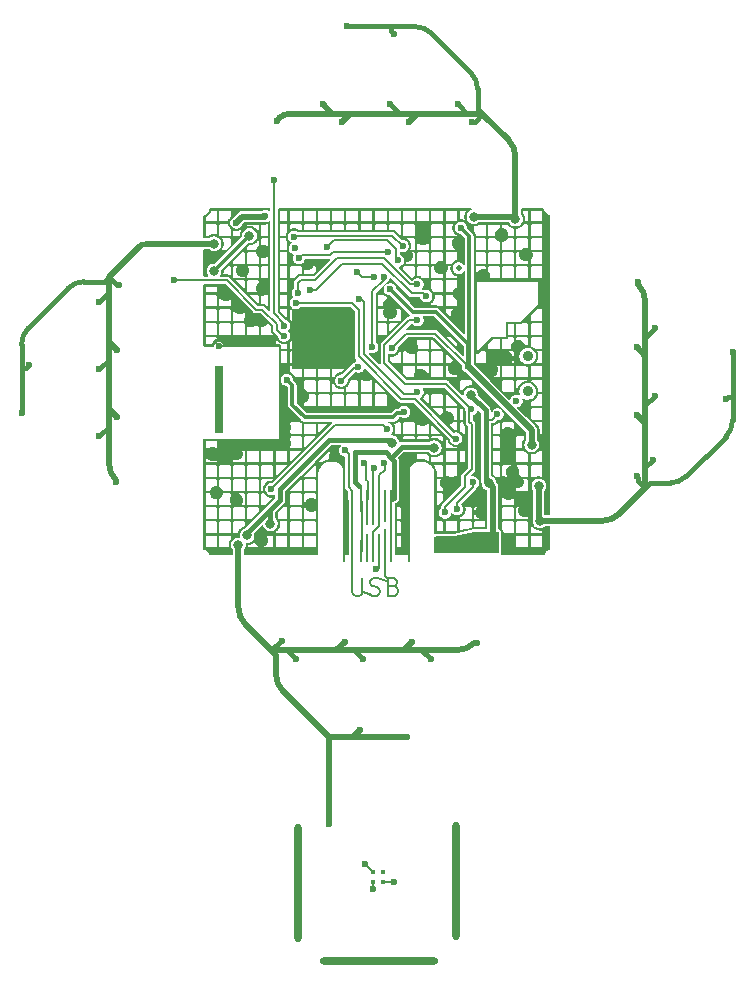
<source format=gtl>
G04 #@! TF.GenerationSoftware,KiCad,Pcbnew,9.0.3*
G04 #@! TF.CreationDate,2025-08-05T11:28:11+01:00*
G04 #@! TF.ProjectId,Badge ESC 2025,42616467-6520-4455-9343-20323032352e,rev?*
G04 #@! TF.SameCoordinates,Original*
G04 #@! TF.FileFunction,Copper,L1,Top*
G04 #@! TF.FilePolarity,Positive*
%FSLAX46Y46*%
G04 Gerber Fmt 4.6, Leading zero omitted, Abs format (unit mm)*
G04 Created by KiCad (PCBNEW 9.0.3) date 2025-08-05 11:28:11*
%MOMM*%
%LPD*%
G01*
G04 APERTURE LIST*
G04 Aperture macros list*
%AMRoundRect*
0 Rectangle with rounded corners*
0 $1 Rounding radius*
0 $2 $3 $4 $5 $6 $7 $8 $9 X,Y pos of 4 corners*
0 Add a 4 corners polygon primitive as box body*
4,1,4,$2,$3,$4,$5,$6,$7,$8,$9,$2,$3,0*
0 Add four circle primitives for the rounded corners*
1,1,$1+$1,$2,$3*
1,1,$1+$1,$4,$5*
1,1,$1+$1,$6,$7*
1,1,$1+$1,$8,$9*
0 Add four rect primitives between the rounded corners*
20,1,$1+$1,$2,$3,$4,$5,0*
20,1,$1+$1,$4,$5,$6,$7,0*
20,1,$1+$1,$6,$7,$8,$9,0*
20,1,$1+$1,$8,$9,$2,$3,0*%
G04 Aperture macros list end*
G04 #@! TA.AperFunction,Conductor*
%ADD10C,0.150000*%
G04 #@! TD*
G04 #@! TA.AperFunction,Conductor*
%ADD11C,0.010000*%
G04 #@! TD*
%ADD12C,0.150000*%
G04 #@! TA.AperFunction,NonConductor*
%ADD13C,0.150000*%
G04 #@! TD*
G04 #@! TA.AperFunction,EtchedComponent*
%ADD14C,0.000000*%
G04 #@! TD*
G04 #@! TA.AperFunction,TestPad*
%ADD15O,0.700000X10.000000*%
G04 #@! TD*
G04 #@! TA.AperFunction,SMDPad,CuDef*
%ADD16C,0.200000*%
G04 #@! TD*
G04 #@! TA.AperFunction,ComponentPad*
%ADD17RoundRect,0.300000X-0.000010X0.000010X-0.000010X-0.000010X0.000010X-0.000010X0.000010X0.000010X0*%
G04 #@! TD*
G04 #@! TA.AperFunction,SMDPad,CuDef*
%ADD18O,0.250000X2.100000*%
G04 #@! TD*
G04 #@! TA.AperFunction,SMDPad,CuDef*
%ADD19O,0.250000X1.900000*%
G04 #@! TD*
G04 #@! TA.AperFunction,SMDPad,CuDef*
%ADD20O,0.250000X1.600000*%
G04 #@! TD*
G04 #@! TA.AperFunction,TestPad*
%ADD21O,10.000000X0.700000*%
G04 #@! TD*
G04 #@! TA.AperFunction,SMDPad,CuDef*
%ADD22R,0.600000X0.850000*%
G04 #@! TD*
G04 #@! TA.AperFunction,SMDPad,CuDef*
%ADD23R,0.700000X0.800000*%
G04 #@! TD*
G04 #@! TA.AperFunction,SMDPad,CuDef*
%ADD24R,0.450000X0.450000*%
G04 #@! TD*
G04 #@! TA.AperFunction,ComponentPad*
%ADD25C,0.500000*%
G04 #@! TD*
G04 #@! TA.AperFunction,ComponentPad*
%ADD26C,0.900000*%
G04 #@! TD*
G04 #@! TA.AperFunction,ViaPad*
%ADD27C,0.600000*%
G04 #@! TD*
G04 #@! TA.AperFunction,ViaPad*
%ADD28C,0.800000*%
G04 #@! TD*
G04 #@! TA.AperFunction,Conductor*
%ADD29C,0.400000*%
G04 #@! TD*
G04 #@! TA.AperFunction,Conductor*
%ADD30C,0.200000*%
G04 #@! TD*
G04 #@! TA.AperFunction,Conductor*
%ADD31C,0.500000*%
G04 #@! TD*
G04 #@! TA.AperFunction,Conductor*
%ADD32C,0.300000*%
G04 #@! TD*
G04 APERTURE END LIST*
D10*
G04 #@! TO.N,/CC2*
X134890000Y-114217000D02*
X135644000Y-114473000D01*
X136800000Y-112840000D02*
X136950000Y-112990000D01*
X136340500Y-113061000D02*
X136952000Y-113238000D01*
G04 #@! TO.N,/Radiator_Ant*
D11*
X122364000Y-95028500D02*
X122955000Y-95028500D01*
X122955000Y-100673500D01*
X122364000Y-100673500D01*
X122364000Y-95028500D01*
G04 #@! TA.AperFunction,Conductor*
G36*
X122364000Y-95028500D02*
G01*
X122955000Y-95028500D01*
X122955000Y-100673500D01*
X122364000Y-100673500D01*
X122364000Y-95028500D01*
G37*
G04 #@! TD.AperFunction*
D10*
G04 #@! TO.N,/CC2*
X133995000Y-112670000D02*
X133985000Y-113125000D01*
D12*
D13*
X134010826Y-112992181D02*
X134010826Y-114206467D01*
X134010826Y-114206467D02*
X134082255Y-114349324D01*
X134082255Y-114349324D02*
X134153684Y-114420753D01*
X134153684Y-114420753D02*
X134296541Y-114492181D01*
X134296541Y-114492181D02*
X134582255Y-114492181D01*
X134582255Y-114492181D02*
X134725112Y-114420753D01*
X134725112Y-114420753D02*
X134796541Y-114349324D01*
X134796541Y-114349324D02*
X134867969Y-114206467D01*
X134867969Y-114206467D02*
X134867969Y-112992181D01*
X135510827Y-114420753D02*
X135725113Y-114492181D01*
X135725113Y-114492181D02*
X136082255Y-114492181D01*
X136082255Y-114492181D02*
X136225113Y-114420753D01*
X136225113Y-114420753D02*
X136296541Y-114349324D01*
X136296541Y-114349324D02*
X136367970Y-114206467D01*
X136367970Y-114206467D02*
X136367970Y-114063610D01*
X136367970Y-114063610D02*
X136296541Y-113920753D01*
X136296541Y-113920753D02*
X136225113Y-113849324D01*
X136225113Y-113849324D02*
X136082255Y-113777895D01*
X136082255Y-113777895D02*
X135796541Y-113706467D01*
X135796541Y-113706467D02*
X135653684Y-113635038D01*
X135653684Y-113635038D02*
X135582255Y-113563610D01*
X135582255Y-113563610D02*
X135510827Y-113420753D01*
X135510827Y-113420753D02*
X135510827Y-113277895D01*
X135510827Y-113277895D02*
X135582255Y-113135038D01*
X135582255Y-113135038D02*
X135653684Y-113063610D01*
X135653684Y-113063610D02*
X135796541Y-112992181D01*
X135796541Y-112992181D02*
X136153684Y-112992181D01*
X136153684Y-112992181D02*
X136367970Y-113063610D01*
X137510826Y-113706467D02*
X137725112Y-113777895D01*
X137725112Y-113777895D02*
X137796541Y-113849324D01*
X137796541Y-113849324D02*
X137867969Y-113992181D01*
X137867969Y-113992181D02*
X137867969Y-114206467D01*
X137867969Y-114206467D02*
X137796541Y-114349324D01*
X137796541Y-114349324D02*
X137725112Y-114420753D01*
X137725112Y-114420753D02*
X137582255Y-114492181D01*
X137582255Y-114492181D02*
X137010826Y-114492181D01*
X137010826Y-114492181D02*
X137010826Y-112992181D01*
X137010826Y-112992181D02*
X137510826Y-112992181D01*
X137510826Y-112992181D02*
X137653684Y-113063610D01*
X137653684Y-113063610D02*
X137725112Y-113135038D01*
X137725112Y-113135038D02*
X137796541Y-113277895D01*
X137796541Y-113277895D02*
X137796541Y-113420753D01*
X137796541Y-113420753D02*
X137725112Y-113563610D01*
X137725112Y-113563610D02*
X137653684Y-113635038D01*
X137653684Y-113635038D02*
X137510826Y-113706467D01*
X137510826Y-113706467D02*
X137010826Y-113706467D01*
D14*
G04 #@! TA.AperFunction,EtchedComponent*
G04 #@! TD*
G04 #@! TO.C,NT1*
G36*
X122800000Y-93520000D02*
G01*
X122600000Y-93520000D01*
X122600000Y-93260000D01*
X122800000Y-93260000D01*
X122800000Y-93520000D01*
G37*
G04 #@! TD.AperFunction*
D15*
G04 #@! TO.P,TP7,1,1*
G04 #@! TO.N,unconnected-(TP7-Pad1)*
X142770000Y-138680000D03*
G04 #@! TD*
D16*
G04 #@! TO.P,NT1,1,1*
G04 #@! TO.N,GND*
X122700000Y-93250000D03*
D17*
G04 #@! TO.P,NT1,2,2*
G04 #@! TO.N,Net-(ANT2-Feed)*
X122700000Y-93390000D03*
D16*
X122700000Y-93520000D03*
G04 #@! TD*
D18*
G04 #@! TO.P,USB2,A1,GND*
G04 #@! TO.N,GND*
X133283998Y-106550001D03*
D19*
G04 #@! TO.P,USB2,A4,VBUS*
G04 #@! TO.N,+VBUS*
X134784000Y-106450000D03*
D20*
G04 #@! TO.P,USB2,A5,CC1*
G04 #@! TO.N,/CC1*
X135284000Y-106300002D03*
G04 #@! TO.P,USB2,A6,D+*
G04 #@! TO.N,USBD_P*
X135784003Y-106300000D03*
G04 #@! TO.P,USB2,A7,D-*
G04 #@! TO.N,USBD_N*
X136284001Y-106300000D03*
G04 #@! TO.P,USB2,A8,SBU1*
G04 #@! TO.N,unconnected-(USB2-SBU1-PadA8)*
X136783997Y-106300002D03*
D19*
G04 #@! TO.P,USB2,A9,VBUS*
G04 #@! TO.N,+VBUS*
X137284000Y-106450000D03*
D18*
G04 #@! TO.P,USB2,A12,GND*
G04 #@! TO.N,GND*
X138783999Y-106550001D03*
G04 #@! TO.P,USB2,B1,GND*
X138784009Y-110600000D03*
D19*
G04 #@! TO.P,USB2,B4,VBUS*
G04 #@! TO.N,+VBUS*
X137284009Y-110700000D03*
D20*
G04 #@! TO.P,USB2,B5,CC2*
G04 #@! TO.N,/CC2*
X136784009Y-110850000D03*
G04 #@! TO.P,USB2,B6,D+*
G04 #@! TO.N,USBD_P*
X136284009Y-110850000D03*
G04 #@! TO.P,USB2,B7,D-*
G04 #@! TO.N,USBD_N*
X135784009Y-110850000D03*
G04 #@! TO.P,USB2,B8,SBU2*
G04 #@! TO.N,unconnected-(USB2-SBU2-PadB8)*
X135284009Y-110850000D03*
D19*
G04 #@! TO.P,USB2,B9,VBUS*
G04 #@! TO.N,+VBUS*
X134784009Y-110700000D03*
D18*
G04 #@! TO.P,USB2,B12,GND*
G04 #@! TO.N,GND*
X133284009Y-110600000D03*
G04 #@! TD*
D15*
G04 #@! TO.P,TP8,1,1*
G04 #@! TO.N,unconnected-(TP8-Pad1)*
X129450000Y-138830000D03*
G04 #@! TD*
D21*
G04 #@! TO.P,TP6,1,1*
G04 #@! TO.N,unconnected-(TP6-Pad1)*
X136310000Y-145450000D03*
G04 #@! TD*
D22*
G04 #@! TO.P,CN1,1,1*
G04 #@! TO.N,GND*
X147105000Y-110019000D03*
G04 #@! TO.P,CN1,2,2*
G04 #@! TO.N,+VBAT*
X145905000Y-110019000D03*
D23*
G04 #@! TO.P,CN1,3,3*
G04 #@! TO.N,GND*
X148255000Y-106239000D03*
G04 #@! TO.P,CN1,4,4*
X144755000Y-106239000D03*
G04 #@! TD*
D24*
G04 #@! TO.P,LED43,1,DOUT*
G04 #@! TO.N,unconnected-(LED43-DOUT-Pad1)*
X136620000Y-137880000D03*
G04 #@! TO.P,LED43,2,VDD*
G04 #@! TO.N,+VLED*
X136620000Y-138720000D03*
G04 #@! TO.P,LED43,3,GND*
G04 #@! TO.N,GND*
X135780000Y-137880000D03*
G04 #@! TO.P,LED43,4,DIN*
G04 #@! TO.N,Net-(LED30-DOUT)*
X135780000Y-138720000D03*
G04 #@! TD*
D25*
G04 #@! TO.P,U5,*
G04 #@! TO.N,*
X143007067Y-86758488D03*
G04 #@! TD*
D26*
G04 #@! TO.P,SW1,*
G04 #@! TO.N,*
X148850000Y-94200000D03*
X148850000Y-97200000D03*
G04 #@! TD*
D27*
G04 #@! TO.N,/Radiator_Ant*
X122659500Y-97793500D03*
X122659500Y-98793500D03*
X122659500Y-99792500D03*
D28*
G04 #@! TO.N,+VBUS*
X140946000Y-101954000D03*
G04 #@! TO.N,GND*
X126280000Y-91190000D03*
D27*
X130900000Y-92100000D03*
X147030000Y-94390000D03*
X129760000Y-97600000D03*
D28*
X139951000Y-99556000D03*
D27*
X133100000Y-92100000D03*
X130185480Y-86362293D03*
X139211000Y-99245000D03*
X141173299Y-91574705D03*
X132000000Y-93300000D03*
X124178571Y-102460000D03*
X143070000Y-88910000D03*
X128230000Y-100240000D03*
X132000000Y-92100000D03*
X125732857Y-92990000D03*
D28*
X139803000Y-95848000D03*
X147221000Y-105823000D03*
D27*
X138579000Y-85671000D03*
X128230000Y-97420000D03*
X126892857Y-101650000D03*
X137200000Y-89874620D03*
D28*
X148635000Y-107283000D03*
D27*
X130900000Y-91000000D03*
D28*
X124710000Y-86960000D03*
D27*
X135210000Y-95780000D03*
X124857143Y-101650000D03*
X139950000Y-83330000D03*
D28*
X123300000Y-89000000D03*
D27*
X123515714Y-102460000D03*
X128230000Y-101650000D03*
X124178571Y-101650000D03*
D28*
X130550000Y-106800000D03*
D27*
X148050000Y-93400000D03*
D28*
X146809000Y-104946000D03*
D27*
X128230000Y-99535000D03*
X130900000Y-93300000D03*
D28*
X147176000Y-101701000D03*
D27*
X147176000Y-102666000D03*
X144540000Y-99560000D03*
X140370000Y-91540000D03*
X125087143Y-92990000D03*
D28*
X132620000Y-102700000D03*
D27*
X132000000Y-91000000D03*
X128230000Y-98830000D03*
X135120000Y-137220000D03*
D28*
X126300000Y-109800000D03*
D27*
X147579000Y-104003000D03*
X140010000Y-84260000D03*
D28*
X122500000Y-105770000D03*
X147945000Y-104827000D03*
D27*
X128230000Y-100945000D03*
X126378571Y-92990000D03*
X133100000Y-91000000D03*
D28*
X145100000Y-87400000D03*
D27*
X142787000Y-104950000D03*
X147176000Y-100788000D03*
D28*
X122300000Y-85900000D03*
X138690000Y-103110000D03*
D27*
X146010000Y-94400000D03*
X142990000Y-84650000D03*
X137650000Y-98360000D03*
D28*
X146650000Y-83950000D03*
X124500000Y-90100000D03*
D27*
X142950000Y-90640000D03*
X125535714Y-101650000D03*
X142653000Y-95238000D03*
X141510000Y-86710000D03*
X122852857Y-102460000D03*
D28*
X126400000Y-88500000D03*
X124200000Y-106400000D03*
D27*
X124441429Y-92990000D03*
X128230000Y-98125000D03*
D28*
X139020000Y-93450000D03*
D27*
X127571429Y-101650000D03*
X123500000Y-101650000D03*
X128168324Y-95411970D03*
D28*
X125440000Y-91160000D03*
X142030000Y-99480000D03*
D27*
X122200000Y-102500000D03*
X126214286Y-101650000D03*
X137200000Y-90500000D03*
D28*
X145760000Y-95370000D03*
X144988000Y-107435000D03*
X148700000Y-85600000D03*
D27*
X141988000Y-104935000D03*
X133100000Y-93300000D03*
D28*
X126450000Y-85350000D03*
D27*
X123795714Y-92990000D03*
D28*
G04 #@! TO.N,+3V3*
X122300000Y-87000000D03*
D27*
X128451330Y-96213476D03*
D28*
X149190000Y-101716000D03*
D27*
X143190000Y-83340000D03*
X138394862Y-98932780D03*
X143800000Y-95081002D03*
X137341942Y-93541942D03*
D28*
X125300000Y-84000000D03*
D27*
X137215139Y-88551119D03*
X129168972Y-85089777D03*
G04 #@! TO.N,+VBAT*
X146295000Y-99139000D03*
X147900000Y-98000000D03*
D28*
X141340000Y-109900000D03*
X145592000Y-104969000D03*
X144044000Y-97503000D03*
X142040000Y-110310000D03*
D27*
G04 #@! TO.N,/VBAT_sense*
X142796000Y-101192000D03*
X129228780Y-89709806D03*
G04 #@! TO.N,/BOOT9_I2S_CLK*
X135820000Y-87500000D03*
X134410000Y-87070000D03*
D28*
G04 #@! TO.N,+VLED*
X147823797Y-82603797D03*
D27*
X144120000Y-74370000D03*
X138823797Y-74403797D03*
X129250000Y-119890000D03*
X137520000Y-138720000D03*
X112600000Y-101000000D03*
X144222868Y-104909950D03*
X159610000Y-97560000D03*
X112600000Y-95300000D03*
X131523797Y-72903797D03*
D28*
X125100000Y-109397792D03*
D27*
X134650000Y-125890000D03*
D28*
X127070000Y-108390000D03*
D27*
X114100000Y-93700000D03*
X106000000Y-99000000D03*
D28*
X124350000Y-110190000D03*
D27*
X158210000Y-87960000D03*
X133123797Y-74403796D03*
X158100000Y-104400000D03*
D28*
X149800000Y-105200000D03*
D27*
X142923797Y-72903797D03*
X159610000Y-91860000D03*
X139050000Y-118390001D03*
X159460000Y-102970000D03*
X127623797Y-74303797D03*
X133523797Y-66303797D03*
X106600000Y-95000000D03*
X140650000Y-119890000D03*
X112600000Y-89600000D03*
X114000000Y-104900000D03*
X165610000Y-97860000D03*
X137223797Y-72903797D03*
X124200000Y-82900000D03*
X144550000Y-118490000D03*
X142879681Y-107162706D03*
X166210000Y-93860000D03*
X137523797Y-66903797D03*
X114100000Y-99400000D03*
X126646793Y-82333655D03*
X128030000Y-118310000D03*
D28*
X137330000Y-101530000D03*
X149910000Y-108160000D03*
D27*
X158110001Y-93460000D03*
X134950000Y-119890000D03*
X114220000Y-88173686D03*
X138650000Y-126490000D03*
X132050000Y-133800000D03*
X133350000Y-118390000D03*
D28*
X144300000Y-82400000D03*
D27*
X158110000Y-99160000D03*
D28*
X122300000Y-84700000D03*
D27*
G04 #@! TO.N,Net-(LED30-DOUT)*
X135730000Y-139360000D03*
G04 #@! TO.N,Net-(LED41-DOUT)*
X138267596Y-84882670D03*
X129080000Y-84100000D03*
G04 #@! TO.N,/WS2812 addressable LEDs/LED_DOUT*
X136940380Y-100389620D03*
X127160000Y-105470000D03*
G04 #@! TO.N,/charging_stat*
X139518000Y-97243000D03*
X134570000Y-89380000D03*
G04 #@! TO.N,/SCL*
X137049000Y-85399532D03*
X129500000Y-85900000D03*
G04 #@! TO.N,/SDA*
X131825000Y-85004998D03*
X137880105Y-86110865D03*
G04 #@! TO.N,/LED_switch*
X139520000Y-88140000D03*
X141870000Y-107440000D03*
X144080000Y-98710000D03*
X129388907Y-88838907D03*
X139520000Y-91170000D03*
G04 #@! TO.N,/I2S_WS*
X140271434Y-89137959D03*
X130425000Y-88575000D03*
G04 #@! TO.N,/CC2*
X133385291Y-102189924D03*
G04 #@! TO.N,/TOUCH_0*
X128245218Y-92482274D03*
X118900000Y-87800000D03*
G04 #@! TO.N,USBD_N*
X136660000Y-103240000D03*
G04 #@! TO.N,/TOUCH_1*
X127400000Y-79300000D03*
X128250550Y-91632288D03*
G04 #@! TO.N,USBD_P*
X135844999Y-103688488D03*
X136030000Y-112210000D03*
G04 #@! TO.N,/CC1*
X134989332Y-103236786D03*
G04 #@! TO.N,/I2S_DAT_U0RX*
X133085000Y-96285000D03*
X135680000Y-93460000D03*
X136660000Y-87510000D03*
X134530000Y-95110000D03*
G04 #@! TD*
D29*
G04 #@! TO.N,+VBUS*
X137550000Y-106199998D02*
X137408756Y-106341242D01*
X137290000Y-102809339D02*
X138227339Y-101872000D01*
X137550000Y-103069339D02*
X137550000Y-106199998D01*
X137290000Y-102809339D02*
X136820661Y-102340000D01*
X137290000Y-102809339D02*
X137550000Y-103069339D01*
D30*
X137284009Y-110709998D02*
X137284009Y-106460007D01*
D29*
X134230000Y-102340000D02*
X134230000Y-104830000D01*
X138227339Y-101872000D02*
X140864000Y-101872000D01*
D30*
X137284009Y-106460007D02*
X137284000Y-106459998D01*
D29*
X140864000Y-101872000D02*
X140946000Y-101954000D01*
D30*
X134790009Y-110709998D02*
X134790000Y-110709989D01*
D29*
X134230000Y-104830000D02*
X134570000Y-105170000D01*
D30*
X134790000Y-110709989D02*
X134790000Y-106459998D01*
X134784000Y-106450000D02*
X134784000Y-105384000D01*
D29*
X136820661Y-102340000D02*
X134230000Y-102340000D01*
D30*
X134790010Y-106460008D02*
X134790000Y-106459998D01*
X134784000Y-105384000D02*
X134570000Y-105170000D01*
G04 #@! TO.N,GND*
X138790009Y-106560009D02*
X138789999Y-106559999D01*
X133290009Y-110609998D02*
X133290009Y-106560010D01*
D10*
X138790000Y-103210000D02*
X138690000Y-103110000D01*
D30*
X138790000Y-107449988D02*
X138790000Y-103400000D01*
X135780000Y-137880000D02*
X135120000Y-137220000D01*
X133290000Y-107314994D02*
X133290000Y-103000000D01*
X133290009Y-106560010D02*
X133289998Y-106559999D01*
X123795714Y-92990000D02*
X123603235Y-93182479D01*
X123463714Y-93322000D02*
X122635000Y-93322000D01*
X132990000Y-102700000D02*
X132620000Y-102700000D01*
X133290000Y-103000000D02*
X132990000Y-102700000D01*
X123795714Y-92990000D02*
X123463714Y-93322000D01*
D10*
X138790000Y-103400000D02*
X138790000Y-103210000D01*
D30*
X138790009Y-110609998D02*
X138790009Y-106560009D01*
D31*
G04 #@! TO.N,+3V3*
X149190000Y-101716000D02*
X149190000Y-100471000D01*
D32*
X137215139Y-88551119D02*
X139134020Y-90470000D01*
X139134020Y-90470000D02*
X141070000Y-90470000D01*
X143910000Y-84060000D02*
X143190000Y-83340000D01*
X130000000Y-99400000D02*
X137440050Y-99400000D01*
X138297642Y-99030000D02*
X138394862Y-98932780D01*
X137810050Y-99030000D02*
X138297642Y-99030000D01*
X128920000Y-98320000D02*
X130000000Y-99400000D01*
D30*
X141018998Y-92300000D02*
X143800000Y-95081002D01*
D32*
X128920000Y-96682146D02*
X128920000Y-98320000D01*
D30*
X137341942Y-93541942D02*
X138583884Y-92300000D01*
X138583884Y-92300000D02*
X141018998Y-92300000D01*
D32*
X125300000Y-84000000D02*
X122300000Y-87000000D01*
X143800000Y-95081002D02*
X143910000Y-94971002D01*
X141070000Y-90470000D02*
X143800000Y-93200000D01*
X143800000Y-93200000D02*
X143800000Y-95081002D01*
X143910000Y-94971002D02*
X143910000Y-84060000D01*
X128451330Y-96213476D02*
X128920000Y-96682146D01*
D31*
X149190000Y-100471000D02*
X143800000Y-95081002D01*
D32*
X137440050Y-99400000D02*
X137810050Y-99030000D01*
D29*
G04 #@! TO.N,+VBAT*
X145592000Y-104969000D02*
X145289000Y-104666000D01*
D31*
X145905000Y-105282000D02*
X145592000Y-104969000D01*
D29*
X145289000Y-99592000D02*
X145289000Y-98808000D01*
D31*
X145905000Y-110019000D02*
X145905000Y-105282000D01*
D30*
X145842000Y-99592000D02*
X146295000Y-99139000D01*
X145289000Y-99592000D02*
X145842000Y-99592000D01*
D29*
X145289000Y-104666000D02*
X145289000Y-99592000D01*
X145289000Y-98808000D02*
X144044000Y-97563000D01*
D31*
X141459000Y-110019000D02*
X141340000Y-109900000D01*
D29*
X144044000Y-97563000D02*
X144044000Y-97503000D01*
D31*
X142331000Y-110019000D02*
X142040000Y-110310000D01*
D30*
G04 #@! TO.N,/VBAT_sense*
X142647661Y-101192000D02*
X142796000Y-101192000D01*
X129228780Y-89709806D02*
X133979806Y-89709806D01*
X133979806Y-89709806D02*
X134560000Y-90290000D01*
X134560000Y-90290000D02*
X134560000Y-94240000D01*
X139287925Y-97832264D02*
X142647661Y-101192000D01*
X134560000Y-94240000D02*
X138152264Y-97832264D01*
X138152264Y-97832264D02*
X139287925Y-97832264D01*
G04 #@! TO.N,/BOOT9_I2S_CLK*
X135820000Y-87500000D02*
X134840000Y-87500000D01*
X134840000Y-87500000D02*
X134410000Y-87070000D01*
X134363287Y-87116713D02*
X134410000Y-87070000D01*
D31*
G04 #@! TO.N,+VLED*
X134050000Y-126490000D02*
X133870000Y-126490000D01*
X138150000Y-119089999D02*
X139450000Y-119090000D01*
D29*
X127900000Y-106400000D02*
X127070000Y-107230000D01*
D31*
X144350000Y-118490000D02*
X144335786Y-118504214D01*
X124700000Y-82400000D02*
X126580448Y-82400000D01*
D29*
X159460000Y-102970000D02*
X158810000Y-103620000D01*
X137323797Y-66303797D02*
X137323797Y-66703797D01*
X106000000Y-95200000D02*
X106400000Y-95200000D01*
X158810000Y-105360000D02*
X159210000Y-104960000D01*
D31*
X114100000Y-99400000D02*
X113400000Y-98700000D01*
X126580448Y-82400000D02*
X126646793Y-82333655D01*
X113400000Y-92700000D02*
X113400000Y-94300000D01*
D29*
X144623797Y-73303797D02*
X144623797Y-71632224D01*
X112600000Y-95300000D02*
X113400000Y-94500000D01*
X134950000Y-119890000D02*
X134150000Y-119090000D01*
D31*
X124350000Y-110190000D02*
X124350000Y-115461573D01*
X133800000Y-73703797D02*
X132500000Y-73703797D01*
D29*
X166210000Y-97660000D02*
X166210000Y-93860000D01*
D31*
X133800000Y-73727593D02*
X133123797Y-74403796D01*
D29*
X162295787Y-104374213D02*
X165624214Y-101045786D01*
X166210000Y-99631573D02*
X166210000Y-97660000D01*
D31*
X113400000Y-99800000D02*
X113400000Y-103271573D01*
X133950000Y-119090000D02*
X138150000Y-119089999D01*
X156595787Y-107574213D02*
X158810000Y-105360000D01*
D30*
X136620000Y-138720000D02*
X137520000Y-138720000D01*
D31*
X124200000Y-82900000D02*
X124700000Y-82400000D01*
D29*
X113400000Y-88800000D02*
X113400000Y-88400000D01*
D31*
X113400000Y-98500000D02*
X113400000Y-99800000D01*
D29*
X158210000Y-104760000D02*
X158810000Y-105360000D01*
X127900000Y-106400000D02*
X125100000Y-109200000D01*
D31*
X147238010Y-75918010D02*
X145023797Y-73703797D01*
D29*
X144120000Y-74370000D02*
X144357594Y-74370000D01*
X114073686Y-88173686D02*
X114220000Y-88173686D01*
D31*
X133870000Y-126490000D02*
X134850000Y-126490000D01*
X158110000Y-99160000D02*
X158810000Y-99860000D01*
X113400000Y-94300000D02*
X113400000Y-98500000D01*
X127550000Y-119490000D02*
X127550000Y-121161573D01*
D29*
X113000000Y-87900000D02*
X111328427Y-87900000D01*
D31*
X144300000Y-82400000D02*
X147620000Y-82400000D01*
D29*
X158210000Y-104510000D02*
X158100000Y-104400000D01*
D31*
X144123797Y-73703797D02*
X139823797Y-73703797D01*
D29*
X106000000Y-95200000D02*
X106000000Y-99000000D01*
X143723796Y-73703797D02*
X144123797Y-73703797D01*
X127900000Y-105471403D02*
X127900000Y-106400000D01*
D31*
X113400000Y-87500000D02*
X113400000Y-88400000D01*
D29*
X137110000Y-101310000D02*
X132061403Y-101310000D01*
X158810000Y-99860000D02*
X158810000Y-100160000D01*
X144357594Y-74370000D02*
X145023797Y-73703797D01*
X159610000Y-91860000D02*
X158810000Y-92660000D01*
D31*
X127623797Y-74276203D02*
X127903310Y-73996690D01*
D29*
X166210000Y-97660000D02*
X165810000Y-97660000D01*
D31*
X158810000Y-100160000D02*
X158810000Y-98560000D01*
D29*
X106000000Y-93228427D02*
X106000000Y-95200000D01*
D31*
X132500000Y-73703797D02*
X132323797Y-73703797D01*
D29*
X139523797Y-73703797D02*
X139823797Y-73703797D01*
D31*
X132350000Y-119090000D02*
X133950000Y-119090000D01*
D29*
X112600000Y-89600000D02*
X113400000Y-88800000D01*
X113400000Y-100200000D02*
X113400000Y-99800000D01*
X137223797Y-72903797D02*
X138023797Y-73703797D01*
X132061403Y-101310000D02*
X127900000Y-105471403D01*
D31*
X134850000Y-126490000D02*
X138650000Y-126490000D01*
X122300000Y-84700000D02*
X116614214Y-84700000D01*
D29*
X114000000Y-104900000D02*
X114000000Y-104700000D01*
D31*
X147823797Y-82603797D02*
X147823797Y-77332224D01*
X133350000Y-118390000D02*
X132650000Y-119090000D01*
X132050000Y-126490000D02*
X133870000Y-126490000D01*
D30*
X142879681Y-106620319D02*
X144222868Y-105277132D01*
D31*
X132323797Y-73703797D02*
X131523797Y-72903797D01*
D29*
X142923797Y-72903797D02*
X143723796Y-73703797D01*
D31*
X133800000Y-73703797D02*
X133800000Y-73727593D01*
X124935787Y-116875787D02*
X127150000Y-119090000D01*
X149800000Y-105200000D02*
X149800000Y-108050000D01*
X114100000Y-93700000D02*
X113400000Y-93000000D01*
X114000000Y-104700000D02*
X113985786Y-104685786D01*
D29*
X113400000Y-87500000D02*
X114073686Y-88173686D01*
X158810000Y-103620000D02*
X158810000Y-104460000D01*
X113400000Y-98700000D02*
X113400000Y-98500000D01*
X159610000Y-97560000D02*
X158810000Y-98360000D01*
D31*
X113400000Y-88400000D02*
X113400000Y-92700000D01*
X134650000Y-125890000D02*
X134050000Y-126490000D01*
D29*
X129250000Y-119890000D02*
X128450001Y-119090000D01*
D31*
X139050000Y-118390001D02*
X138350000Y-119090000D01*
X149910000Y-108160000D02*
X155181573Y-108160000D01*
D29*
X145023797Y-73703797D02*
X145160000Y-73840000D01*
X137330000Y-101530000D02*
X137110000Y-101310000D01*
X113400000Y-87500000D02*
X113000000Y-87900000D01*
X159210000Y-104960000D02*
X160881573Y-104960000D01*
D31*
X158810000Y-93060000D02*
X158809999Y-89588426D01*
X139823797Y-73703797D02*
X133800000Y-73703797D01*
X138823797Y-74403797D02*
X139523797Y-73703797D01*
X127150000Y-119090000D02*
X127550000Y-119490000D01*
X158809999Y-94360000D02*
X158810000Y-93060000D01*
X127623797Y-74303797D02*
X127623797Y-74276203D01*
X145023797Y-73703797D02*
X144123797Y-73703797D01*
D29*
X127930000Y-118310000D02*
X128030000Y-118310000D01*
D31*
X132500000Y-73703797D02*
X128610417Y-73703797D01*
X158110001Y-93460000D02*
X158810000Y-94160000D01*
D29*
X127070000Y-107230000D02*
X127070000Y-108390000D01*
D30*
X142879681Y-107162706D02*
X142879681Y-106620319D01*
D29*
X112600000Y-101000000D02*
X113400000Y-100200000D01*
X139850000Y-119090000D02*
X139450000Y-119090000D01*
X144038010Y-70218010D02*
X140709583Y-66889583D01*
X113400000Y-94500000D02*
X113400000Y-94300000D01*
X158210000Y-104760000D02*
X158210000Y-104510000D01*
X139295370Y-66303797D02*
X137323797Y-66303797D01*
D31*
X115907107Y-84992893D02*
X113400000Y-87500000D01*
X128135787Y-122575787D02*
X132050000Y-126490000D01*
D30*
X144222868Y-105277132D02*
X144222868Y-104909950D01*
D31*
X149800000Y-108050000D02*
X149910000Y-108160000D01*
X132050000Y-126490000D02*
X132050000Y-133800000D01*
D29*
X132650000Y-119090000D02*
X132350000Y-119090000D01*
X128450001Y-119090000D02*
X128050000Y-119090000D01*
D31*
X128050000Y-119090000D02*
X132350000Y-119090000D01*
X158810000Y-98560000D02*
X158809999Y-94360000D01*
D29*
X158810000Y-92660000D02*
X158810000Y-93060000D01*
X137323797Y-66303797D02*
X133523797Y-66303797D01*
X106400000Y-95200000D02*
X106600000Y-95000000D01*
D31*
X139450000Y-119090000D02*
X142921574Y-119089999D01*
X147620000Y-82400000D02*
X147823797Y-82603797D01*
D29*
X140650000Y-119890000D02*
X139850000Y-119090000D01*
D31*
X158810000Y-104460000D02*
X158810000Y-100160000D01*
D29*
X109914213Y-88485787D02*
X106585786Y-91814214D01*
X145160000Y-73840000D02*
X144623797Y-73303797D01*
D31*
X127150000Y-119090000D02*
X128050000Y-119090000D01*
X158210000Y-88160000D02*
X158224214Y-88174214D01*
D29*
X127150000Y-119090000D02*
X127930000Y-118310000D01*
D31*
X158810000Y-105360000D02*
X158810000Y-104460000D01*
D29*
X125100000Y-109200000D02*
X125100000Y-109397792D01*
X113400000Y-93000000D02*
X113400000Y-92700000D01*
X165624214Y-101045786D02*
G75*
G03*
X166209981Y-99631573I-1414214J1414186D01*
G01*
D31*
X124350000Y-115461573D02*
G75*
G03*
X124935773Y-116875801I2000000J-27D01*
G01*
X158224214Y-88174214D02*
G75*
G02*
X158809981Y-89588426I-1414214J-1414186D01*
G01*
D29*
X140709583Y-66889583D02*
G75*
G03*
X139295370Y-66303819I-1414183J-1414217D01*
G01*
X106000000Y-93228427D02*
G75*
G02*
X106585772Y-91814200I2000000J27D01*
G01*
D31*
X147238010Y-75918010D02*
G75*
G02*
X147823781Y-77332224I-1414210J-1414190D01*
G01*
X128610417Y-73703797D02*
G75*
G03*
X127903301Y-73996681I-17J-1000003D01*
G01*
X127550000Y-121161573D02*
G75*
G03*
X128135773Y-122575801I2000000J-27D01*
G01*
X155181573Y-108160000D02*
G75*
G03*
X156595801Y-107574227I27J2000000D01*
G01*
X144335786Y-118504214D02*
G75*
G02*
X142921574Y-119089981I-1414186J1414214D01*
G01*
D29*
X162295787Y-104374213D02*
G75*
G02*
X160881573Y-104959981I-1414187J1414213D01*
G01*
D31*
X116614214Y-84700000D02*
G75*
G03*
X115907100Y-84992886I-14J-1000000D01*
G01*
D29*
X144623797Y-71632224D02*
G75*
G03*
X144038021Y-70217999I-1999997J24D01*
G01*
X111328427Y-87900000D02*
G75*
G03*
X109914199Y-88485773I-27J-2000000D01*
G01*
D31*
X113400000Y-103271573D02*
G75*
G03*
X113985772Y-104685800I2000000J-27D01*
G01*
D30*
G04 #@! TO.N,Net-(LED30-DOUT)*
X135780000Y-138720000D02*
X135780000Y-139310000D01*
X135780000Y-139310000D02*
X135730000Y-139360000D01*
D10*
G04 #@! TO.N,Net-(LED41-DOUT)*
X129175000Y-84005000D02*
X129080000Y-84100000D01*
X137389926Y-84005000D02*
X129175000Y-84005000D01*
X138267596Y-84882670D02*
X137389926Y-84005000D01*
D30*
G04 #@! TO.N,/WS2812 addressable LEDs/LED_DOUT*
X127160000Y-105470000D02*
X132550000Y-100080000D01*
X132550000Y-100080000D02*
X136630760Y-100080000D01*
X136630760Y-100080000D02*
X136940380Y-100389620D01*
G04 #@! TO.N,/charging_stat*
X139482327Y-97412264D02*
X139518000Y-97376591D01*
X134780000Y-89380000D02*
X135000000Y-89600000D01*
X134570000Y-89380000D02*
X134780000Y-89380000D01*
X138372264Y-97412264D02*
X139482327Y-97412264D01*
X139518000Y-97376591D02*
X139518000Y-97243000D01*
X135000000Y-89600000D02*
X135000000Y-94040000D01*
X135000000Y-94040000D02*
X138372264Y-97412264D01*
G04 #@! TO.N,/SCL*
X132143505Y-85640000D02*
X132383973Y-85399532D01*
X132383973Y-85399532D02*
X137049000Y-85399532D01*
X129760000Y-85640000D02*
X132143505Y-85640000D01*
X129500000Y-85900000D02*
X129760000Y-85640000D01*
G04 #@! TO.N,/SDA*
X136944239Y-84400000D02*
X137699000Y-85154761D01*
X137699000Y-85929760D02*
X137880105Y-86110865D01*
X132429998Y-84400000D02*
X136944239Y-84400000D01*
X137699000Y-85154761D02*
X137699000Y-85929760D01*
X131825000Y-85004998D02*
X132429998Y-84400000D01*
G04 #@! TO.N,/LED_switch*
X139520000Y-88140000D02*
X138900000Y-88140000D01*
X144100000Y-100000000D02*
X143919000Y-99819000D01*
X136720000Y-93280000D02*
X138830000Y-91170000D01*
X138503000Y-96593000D02*
X136720000Y-94810000D01*
X143919000Y-98871000D02*
X144080000Y-98710000D01*
X143919000Y-99819000D02*
X143919000Y-98871000D01*
X138900000Y-88140000D02*
X136668615Y-85908615D01*
X129388907Y-87997154D02*
X129388907Y-88838907D01*
X143555000Y-104356174D02*
X143555000Y-105264238D01*
X130864525Y-87750000D02*
X129636061Y-87750000D01*
X144100000Y-100000000D02*
X144100000Y-103811174D01*
X138830000Y-91170000D02*
X139520000Y-91170000D01*
X129636061Y-87750000D02*
X129388907Y-87997154D01*
X143555000Y-105264238D02*
X141870000Y-106949238D01*
X144100000Y-103811174D02*
X143555000Y-104356174D01*
X141963000Y-96593000D02*
X138503000Y-96593000D01*
X136668615Y-85908615D02*
X132705910Y-85908615D01*
X136720000Y-94810000D02*
X136720000Y-93280000D01*
X132705910Y-85908615D02*
X130864525Y-87750000D01*
X141870000Y-106949238D02*
X141870000Y-107440000D01*
X144080000Y-98710000D02*
X141963000Y-96593000D01*
G04 #@! TO.N,/I2S_WS*
X139020000Y-88900000D02*
X140033475Y-88900000D01*
X140033475Y-88900000D02*
X140271434Y-89137959D01*
X136500000Y-86380000D02*
X139020000Y-88900000D01*
X130925000Y-88575000D02*
X133120000Y-86380000D01*
X133120000Y-86380000D02*
X136500000Y-86380000D01*
X130425000Y-88575000D02*
X130925000Y-88575000D01*
G04 #@! TO.N,/CC2*
X136790009Y-110859998D02*
X136790009Y-112809991D01*
X136784009Y-108877991D02*
X136786000Y-108876000D01*
X133994000Y-105606000D02*
X134000000Y-105600000D01*
X136784009Y-110850000D02*
X136784009Y-108877991D01*
X136790010Y-110479990D02*
X136800000Y-110470000D01*
X133710000Y-105310000D02*
X133710000Y-102514633D01*
D10*
X133994000Y-112700000D02*
X133994000Y-106300000D01*
D30*
X134000000Y-105600000D02*
X133710000Y-105310000D01*
X133710000Y-102514633D02*
X133385291Y-102189924D01*
X133994000Y-106300000D02*
X133994000Y-105606000D01*
X136790010Y-110859998D02*
X136790010Y-110479990D01*
G04 #@! TO.N,/TOUCH_0*
X125876278Y-90276278D02*
X126396278Y-90276278D01*
X127600000Y-91480000D02*
X127600000Y-91975855D01*
X123400000Y-87800000D02*
X125876278Y-90276278D01*
X127600000Y-91975855D02*
X128106419Y-92482274D01*
X126396278Y-90276278D02*
X127600000Y-91480000D01*
X128106419Y-92482274D02*
X128245218Y-92482274D01*
X118900000Y-87800000D02*
X123400000Y-87800000D01*
G04 #@! TO.N,USBD_N*
X136290001Y-105509998D02*
X136265002Y-105484999D01*
X135790009Y-109101470D02*
X136290001Y-108601478D01*
X136750000Y-103830000D02*
X136750000Y-103330000D01*
X136265002Y-104314998D02*
X136750000Y-103830000D01*
X136290010Y-106310007D02*
X136290001Y-106309998D01*
X136290001Y-106309998D02*
X136290001Y-105509998D01*
X136290001Y-108601478D02*
X136290001Y-106309998D01*
X136265002Y-105484999D02*
X136265002Y-104314998D01*
X135790009Y-110859998D02*
X135790009Y-109101470D01*
X135790003Y-110859991D02*
X135790010Y-110859998D01*
X136750000Y-103330000D02*
X136660000Y-103240000D01*
G04 #@! TO.N,/TOUCH_1*
X128250550Y-91450550D02*
X128250550Y-91632288D01*
X127400000Y-79300000D02*
X127400000Y-90600000D01*
X127400000Y-90600000D02*
X128250550Y-91450550D01*
G04 #@! TO.N,USBD_P*
X135844999Y-103688488D02*
X135790003Y-103743484D01*
X135784003Y-106300000D02*
X135784003Y-108115997D01*
X135784003Y-108115997D02*
X135780000Y-108120000D01*
X136284009Y-110850000D02*
X136284009Y-109253991D01*
X135784003Y-108430997D02*
X135783000Y-108432000D01*
X136030000Y-112210000D02*
X136184000Y-112210000D01*
X135790003Y-106309998D02*
X135790010Y-106310005D01*
X135784003Y-108115997D02*
X135784003Y-108430997D01*
X135790003Y-103743484D02*
X135790003Y-106309998D01*
X136284009Y-109253991D02*
X136287000Y-109251000D01*
X136290001Y-110859989D02*
X136290010Y-110859998D01*
X136284009Y-112109991D02*
X136284009Y-110859998D01*
X136184000Y-112210000D02*
X136284009Y-112109991D01*
G04 #@! TO.N,/CC1*
X134989332Y-103236786D02*
X135117871Y-103236786D01*
X135310000Y-104810000D02*
X135310000Y-106290000D01*
X135170000Y-103288915D02*
X135170000Y-104670000D01*
X135117871Y-103236786D02*
X135170000Y-103288915D01*
X135170000Y-104670000D02*
X135310000Y-104810000D01*
X135284000Y-106300002D02*
X135284000Y-108448000D01*
X135310000Y-106290000D02*
X135290000Y-106310000D01*
G04 #@! TO.N,unconnected-(USB2-SBU1-PadA8)*
X136783997Y-108179997D02*
X136786000Y-108182000D01*
X136783997Y-106300002D02*
X136783997Y-108179997D01*
G04 #@! TO.N,unconnected-(USB2-SBU2-PadB8)*
X135284009Y-109282009D02*
X135284000Y-109282000D01*
X135284009Y-110850000D02*
X135284009Y-109282009D01*
G04 #@! TO.N,/I2S_DAT_U0RX*
X136660000Y-87730000D02*
X136660000Y-87510000D01*
X134530000Y-95110000D02*
X134260000Y-95110000D01*
X135680000Y-88710000D02*
X136660000Y-87730000D01*
X135680000Y-93460000D02*
X135680000Y-88710000D01*
X134260000Y-95110000D02*
X133085000Y-96285000D01*
G04 #@! TD*
G04 #@! TA.AperFunction,Conductor*
G04 #@! TO.N,+VBAT*
G36*
X146385648Y-109114352D02*
G01*
X146400000Y-109149000D01*
X146400000Y-110851000D01*
X146385648Y-110885648D01*
X146351000Y-110900000D01*
X140989500Y-110900000D01*
X140954852Y-110885648D01*
X140940500Y-110851000D01*
X140940500Y-109599796D01*
X140954852Y-109565148D01*
X141035648Y-109484352D01*
X141070296Y-109470000D01*
X142629997Y-109470000D01*
X142630000Y-109470000D01*
X144395039Y-109101036D01*
X144405065Y-109100000D01*
X146351000Y-109100000D01*
X146385648Y-109114352D01*
G37*
G04 #@! TD.AperFunction*
G04 #@! TD*
G04 #@! TA.AperFunction,Conductor*
G04 #@! TO.N,GND*
G36*
X133862728Y-90049991D02*
G01*
X133883370Y-90066625D01*
X134203181Y-90386436D01*
X134236666Y-90447759D01*
X134239500Y-90474117D01*
X134239500Y-94282195D01*
X134261341Y-94363709D01*
X134303536Y-94436792D01*
X134303538Y-94436794D01*
X134317924Y-94451180D01*
X134351409Y-94512503D01*
X134346425Y-94582195D01*
X134304553Y-94638128D01*
X134292244Y-94646248D01*
X134210403Y-94693499D01*
X134113499Y-94790403D01*
X134113497Y-94790406D01*
X134100388Y-94813111D01*
X134079091Y-94840353D01*
X134068729Y-94850348D01*
X134063208Y-94853536D01*
X134003536Y-94913208D01*
X134003534Y-94913210D01*
X134002763Y-94913980D01*
X134002735Y-94914008D01*
X133609744Y-95307000D01*
X128863000Y-95307000D01*
X128863000Y-90080123D01*
X128909186Y-90126309D01*
X129027875Y-90194834D01*
X129160255Y-90230306D01*
X129160257Y-90230306D01*
X129297303Y-90230306D01*
X129297305Y-90230306D01*
X129429685Y-90194834D01*
X129548374Y-90126309D01*
X129608058Y-90066625D01*
X129669381Y-90033140D01*
X129695739Y-90030306D01*
X133795689Y-90030306D01*
X133862728Y-90049991D01*
G37*
G04 #@! TD.AperFunction*
G04 #@! TA.AperFunction,Conductor*
G36*
X128903877Y-89039808D02*
G01*
X128903880Y-89039815D01*
X128952970Y-89124841D01*
X128969443Y-89192741D01*
X128946590Y-89258768D01*
X128914980Y-89287507D01*
X128915632Y-89288357D01*
X128909186Y-89293302D01*
X128863000Y-89339488D01*
X128863000Y-89042000D01*
X128895701Y-89009298D01*
X128903877Y-89039808D01*
G37*
G04 #@! TD.AperFunction*
G04 #@! TD*
G04 #@! TA.AperFunction,Conductor*
G04 #@! TO.N,GND*
G36*
X144135213Y-81715816D02*
G01*
X144151029Y-81754000D01*
X144135213Y-81792184D01*
X144117694Y-81803889D01*
X144006091Y-81850116D01*
X144006077Y-81850123D01*
X143904459Y-81918023D01*
X143904451Y-81918029D01*
X143818029Y-82004451D01*
X143818023Y-82004459D01*
X143750123Y-82106077D01*
X143750120Y-82106083D01*
X143703344Y-82219010D01*
X143703344Y-82219011D01*
X143679500Y-82338881D01*
X143679500Y-82461118D01*
X143703344Y-82580988D01*
X143703344Y-82580989D01*
X143722396Y-82626984D01*
X143750120Y-82693917D01*
X143750121Y-82693919D01*
X143750123Y-82693922D01*
X143753580Y-82699095D01*
X143818026Y-82795545D01*
X143904455Y-82881974D01*
X144006083Y-82949880D01*
X144119007Y-82996654D01*
X144119008Y-82996654D01*
X144119010Y-82996655D01*
X144237292Y-83020183D01*
X144238886Y-83020500D01*
X144361114Y-83020500D01*
X144480988Y-82996655D01*
X144480989Y-82996655D01*
X144480989Y-82996654D01*
X144480993Y-82996654D01*
X144593917Y-82949880D01*
X144695545Y-82881974D01*
X144695545Y-82881973D01*
X144697751Y-82880500D01*
X144698356Y-82881405D01*
X144728848Y-82870500D01*
X147227005Y-82870500D01*
X147265189Y-82886316D01*
X147272149Y-82895703D01*
X147272443Y-82895508D01*
X147273916Y-82897713D01*
X147273917Y-82897714D01*
X147341823Y-82999342D01*
X147428252Y-83085771D01*
X147529880Y-83153677D01*
X147642804Y-83200451D01*
X147642805Y-83200451D01*
X147642807Y-83200452D01*
X147739025Y-83219591D01*
X147762683Y-83224297D01*
X147884911Y-83224297D01*
X148004785Y-83200452D01*
X148004786Y-83200452D01*
X148004786Y-83200451D01*
X148004790Y-83200451D01*
X148117714Y-83153677D01*
X148219342Y-83085771D01*
X148305771Y-82999342D01*
X148373677Y-82897714D01*
X148420451Y-82784790D01*
X148444297Y-82664911D01*
X148444297Y-82542683D01*
X148432524Y-82483497D01*
X148420452Y-82422808D01*
X148420452Y-82422807D01*
X148417207Y-82414972D01*
X148373677Y-82309880D01*
X148305771Y-82208252D01*
X148304297Y-82206046D01*
X148305202Y-82205440D01*
X148294297Y-82174949D01*
X148294297Y-82131016D01*
X148492297Y-82131016D01*
X148541009Y-82203920D01*
X148542431Y-82206165D01*
X148544702Y-82209955D01*
X148546005Y-82212255D01*
X148550589Y-82220831D01*
X148551776Y-82223189D01*
X148553666Y-82227183D01*
X148554745Y-82229616D01*
X148605241Y-82351525D01*
X148606194Y-82353996D01*
X148607683Y-82358157D01*
X148608516Y-82360680D01*
X148611338Y-82369986D01*
X148612042Y-82372528D01*
X148613116Y-82376813D01*
X148613698Y-82379407D01*
X148639441Y-82508824D01*
X148639895Y-82511440D01*
X148640543Y-82515811D01*
X148640867Y-82518438D01*
X148641820Y-82528116D01*
X148642015Y-82530756D01*
X148642232Y-82535169D01*
X148642297Y-82537821D01*
X148642297Y-82669773D01*
X148642232Y-82672425D01*
X148642015Y-82676838D01*
X148641820Y-82679478D01*
X148640867Y-82689156D01*
X148640543Y-82691783D01*
X148639895Y-82696154D01*
X148639441Y-82698770D01*
X148617316Y-82810000D01*
X148836632Y-82810000D01*
X148910000Y-82736632D01*
X149108000Y-82736632D01*
X149181368Y-82810000D01*
X150036632Y-82810000D01*
X150110000Y-82736632D01*
X150110000Y-81993215D01*
X150104790Y-81978175D01*
X150092814Y-81954000D01*
X149108000Y-81954000D01*
X149108000Y-82736632D01*
X148910000Y-82736632D01*
X148910000Y-81954000D01*
X148492297Y-81954000D01*
X148492297Y-82131016D01*
X148294297Y-82131016D01*
X148294297Y-81754000D01*
X148310113Y-81715816D01*
X148348297Y-81700000D01*
X150190908Y-81700000D01*
X150229092Y-81715816D01*
X150242790Y-81743567D01*
X150243507Y-81743375D01*
X150252538Y-81776996D01*
X150254248Y-81787137D01*
X150255838Y-81809285D01*
X150255839Y-81809292D01*
X150265114Y-81836073D01*
X150267030Y-81843110D01*
X150272611Y-81870900D01*
X150286264Y-81898459D01*
X150288902Y-81904757D01*
X150298967Y-81933820D01*
X150314857Y-81957285D01*
X150318531Y-81963589D01*
X150331112Y-81988983D01*
X150331115Y-81988988D01*
X150336576Y-81995191D01*
X150344350Y-82006737D01*
X150347786Y-82013615D01*
X150360426Y-82027879D01*
X150367574Y-82035946D01*
X150371865Y-82041473D01*
X150388596Y-82066181D01*
X150388598Y-82066183D01*
X150388601Y-82066186D01*
X150410719Y-82085344D01*
X150415777Y-82090344D01*
X150426108Y-82102002D01*
X150434176Y-82111108D01*
X150435186Y-82112247D01*
X150460080Y-82128695D01*
X150465654Y-82132924D01*
X150487181Y-82151569D01*
X150488210Y-82152460D01*
X150492860Y-82154717D01*
X150504846Y-82162666D01*
X150508482Y-82165850D01*
X150508483Y-82165850D01*
X150508484Y-82165851D01*
X150528314Y-82175610D01*
X150536083Y-82179433D01*
X150542006Y-82182830D01*
X150567660Y-82199781D01*
X150567662Y-82199781D01*
X150567664Y-82199783D01*
X150584617Y-82205440D01*
X150594544Y-82208752D01*
X150601282Y-82211519D01*
X150626726Y-82224041D01*
X150656899Y-82230017D01*
X150663493Y-82231762D01*
X150692667Y-82241499D01*
X150711706Y-82242648D01*
X150722397Y-82244381D01*
X150734943Y-82247734D01*
X150767748Y-82272873D01*
X150775000Y-82299903D01*
X150775000Y-107635500D01*
X150759184Y-107673684D01*
X150721000Y-107689500D01*
X150338847Y-107689500D01*
X150308360Y-107678588D01*
X150307751Y-107679500D01*
X150294499Y-107670645D01*
X150271537Y-107636280D01*
X150270500Y-107625746D01*
X150270500Y-105628847D01*
X150281411Y-105598360D01*
X150280500Y-105597751D01*
X150285686Y-105589989D01*
X150349880Y-105493917D01*
X150396654Y-105380993D01*
X150420500Y-105261114D01*
X150420500Y-105138886D01*
X150401981Y-105045788D01*
X150396655Y-105019011D01*
X150396655Y-105019010D01*
X150396654Y-105019007D01*
X150349880Y-104906083D01*
X150281974Y-104804455D01*
X150195545Y-104718026D01*
X150126122Y-104671639D01*
X150093922Y-104650123D01*
X150093919Y-104650121D01*
X150093917Y-104650120D01*
X150012031Y-104616202D01*
X149980989Y-104603344D01*
X149861118Y-104579500D01*
X149861114Y-104579500D01*
X149738886Y-104579500D01*
X149738881Y-104579500D01*
X149619011Y-104603344D01*
X149619010Y-104603344D01*
X149506083Y-104650120D01*
X149506077Y-104650123D01*
X149404459Y-104718023D01*
X149404451Y-104718029D01*
X149318029Y-104804451D01*
X149318023Y-104804459D01*
X149250123Y-104906077D01*
X149250120Y-104906083D01*
X149203344Y-105019010D01*
X149203344Y-105019011D01*
X149179500Y-105138881D01*
X149179500Y-105261118D01*
X149203344Y-105380988D01*
X149203344Y-105380989D01*
X149211567Y-105400841D01*
X149250120Y-105493917D01*
X149250121Y-105493919D01*
X149250123Y-105493922D01*
X149319500Y-105597751D01*
X149318588Y-105598360D01*
X149329500Y-105628847D01*
X149329500Y-107929264D01*
X149325390Y-107949928D01*
X149313346Y-107979006D01*
X149313344Y-107979011D01*
X149289500Y-108098881D01*
X149289500Y-108221118D01*
X149313344Y-108340988D01*
X149313344Y-108340989D01*
X149313346Y-108340993D01*
X149360120Y-108453917D01*
X149360121Y-108453919D01*
X149360123Y-108453922D01*
X149366216Y-108463041D01*
X149428026Y-108555545D01*
X149514455Y-108641974D01*
X149616083Y-108709880D01*
X149729007Y-108756654D01*
X149729008Y-108756654D01*
X149729010Y-108756655D01*
X149847292Y-108780183D01*
X149848886Y-108780500D01*
X149971114Y-108780500D01*
X150090988Y-108756655D01*
X150090989Y-108756655D01*
X150090989Y-108756654D01*
X150090993Y-108756654D01*
X150203917Y-108709880D01*
X150305545Y-108641974D01*
X150305545Y-108641973D01*
X150307751Y-108640500D01*
X150308356Y-108641405D01*
X150338848Y-108630500D01*
X150721000Y-108630500D01*
X150759184Y-108646316D01*
X150775000Y-108684500D01*
X150775000Y-110554595D01*
X150759184Y-110592779D01*
X150724869Y-110608456D01*
X150705432Y-110609852D01*
X150705430Y-110609852D01*
X150678717Y-110619106D01*
X150671668Y-110621025D01*
X150645757Y-110626225D01*
X150643958Y-110626586D01*
X150643956Y-110626586D01*
X150643955Y-110626587D01*
X150616326Y-110640268D01*
X150610044Y-110642899D01*
X150580911Y-110652992D01*
X150580904Y-110652996D01*
X150557501Y-110668846D01*
X150551185Y-110672526D01*
X150525860Y-110685066D01*
X150519539Y-110690628D01*
X150508023Y-110698381D01*
X150501026Y-110701879D01*
X150501019Y-110701884D01*
X150478734Y-110721643D01*
X150473193Y-110725947D01*
X150448545Y-110742640D01*
X150429354Y-110764803D01*
X150424359Y-110769857D01*
X150402418Y-110789312D01*
X150402416Y-110789313D01*
X150386009Y-110814159D01*
X150381771Y-110819749D01*
X150362277Y-110842262D01*
X150359973Y-110847007D01*
X150352049Y-110858963D01*
X150348806Y-110862671D01*
X150348801Y-110862678D01*
X150335244Y-110890253D01*
X150331849Y-110896180D01*
X150314923Y-110921814D01*
X150314922Y-110921817D01*
X150305946Y-110948735D01*
X150303181Y-110955473D01*
X150290662Y-110980940D01*
X150290558Y-110981471D01*
X150290406Y-110981697D01*
X150289529Y-110984294D01*
X150288833Y-110984058D01*
X150267638Y-111015863D01*
X150237583Y-111025000D01*
X146652823Y-111025000D01*
X146614639Y-111009184D01*
X146598823Y-110971000D01*
X146602934Y-110950334D01*
X146604436Y-110946706D01*
X146608334Y-110937297D01*
X146625500Y-110851000D01*
X146625500Y-109481368D01*
X147908000Y-109481368D01*
X147908000Y-110336632D01*
X147981368Y-110410000D01*
X148836632Y-110410000D01*
X148910000Y-110336632D01*
X148910000Y-109481368D01*
X149108000Y-109481368D01*
X149108000Y-110336632D01*
X149181368Y-110410000D01*
X150036632Y-110410000D01*
X150110000Y-110336632D01*
X150110000Y-109481368D01*
X150036632Y-109408000D01*
X149181368Y-109408000D01*
X149108000Y-109481368D01*
X148910000Y-109481368D01*
X148836632Y-109408000D01*
X147981368Y-109408000D01*
X147908000Y-109481368D01*
X146625500Y-109481368D01*
X146625500Y-109149000D01*
X146616523Y-109103869D01*
X146608335Y-109062707D01*
X146608333Y-109062701D01*
X146601622Y-109046500D01*
X146593982Y-109028055D01*
X146593981Y-109028053D01*
X146593980Y-109028051D01*
X146549223Y-108959131D01*
X146549221Y-108959129D01*
X146471950Y-108906021D01*
X146471944Y-108906017D01*
X146437298Y-108891666D01*
X146437295Y-108891665D01*
X146418963Y-108888018D01*
X146384599Y-108865055D01*
X146375500Y-108835056D01*
X146375500Y-108281368D01*
X146708000Y-108281368D01*
X146708000Y-108840386D01*
X146709973Y-108843121D01*
X146762512Y-108924025D01*
X146763812Y-108926131D01*
X146765899Y-108929692D01*
X146767104Y-108931859D01*
X146771328Y-108939890D01*
X146772427Y-108942102D01*
X146774176Y-108945832D01*
X146775173Y-108948091D01*
X146793122Y-108991422D01*
X146794073Y-108993887D01*
X146795563Y-108998049D01*
X146796399Y-109000579D01*
X146799221Y-109009885D01*
X146799925Y-109012427D01*
X146800999Y-109016712D01*
X146801581Y-109019306D01*
X146820644Y-109115141D01*
X146821098Y-109117757D01*
X146821746Y-109122128D01*
X146822070Y-109124755D01*
X146823023Y-109134433D01*
X146823218Y-109137073D01*
X146823435Y-109141486D01*
X146823500Y-109144138D01*
X146823500Y-109210000D01*
X147636632Y-109210000D01*
X147710000Y-109136632D01*
X147710000Y-108281368D01*
X147908000Y-108281368D01*
X147908000Y-109136632D01*
X147981368Y-109210000D01*
X148836632Y-109210000D01*
X148910000Y-109136632D01*
X149108000Y-109136632D01*
X149181368Y-109210000D01*
X150036632Y-109210000D01*
X150110000Y-109136632D01*
X150110000Y-108954752D01*
X150004973Y-108975644D01*
X150002357Y-108976098D01*
X149997986Y-108976746D01*
X149995359Y-108977070D01*
X149985681Y-108978023D01*
X149983041Y-108978218D01*
X149978628Y-108978435D01*
X149975976Y-108978500D01*
X149844024Y-108978500D01*
X149841372Y-108978435D01*
X149836959Y-108978218D01*
X149834319Y-108978023D01*
X149824641Y-108977070D01*
X149822014Y-108976746D01*
X149817643Y-108976098D01*
X149815027Y-108975644D01*
X149685610Y-108949901D01*
X149683016Y-108949319D01*
X149678731Y-108948245D01*
X149676189Y-108947541D01*
X149666883Y-108944719D01*
X149664360Y-108943886D01*
X149660199Y-108942397D01*
X149657728Y-108941444D01*
X149535819Y-108890948D01*
X149533386Y-108889869D01*
X149529392Y-108887979D01*
X149527034Y-108886792D01*
X149518458Y-108882208D01*
X149516158Y-108880905D01*
X149512368Y-108878634D01*
X149510123Y-108877212D01*
X149400410Y-108803904D01*
X149398242Y-108802378D01*
X149394696Y-108799748D01*
X149392611Y-108798120D01*
X149385094Y-108791952D01*
X149383084Y-108790219D01*
X149379807Y-108787249D01*
X149377887Y-108785421D01*
X149284579Y-108692113D01*
X149282751Y-108690193D01*
X149279781Y-108686916D01*
X149278048Y-108684906D01*
X149271880Y-108677389D01*
X149270252Y-108675304D01*
X149267622Y-108671758D01*
X149266096Y-108669590D01*
X149192788Y-108559877D01*
X149191366Y-108557632D01*
X149189095Y-108553842D01*
X149187792Y-108551542D01*
X149183208Y-108542966D01*
X149182021Y-108540608D01*
X149180131Y-108536614D01*
X149179052Y-108534181D01*
X149128556Y-108412272D01*
X149127603Y-108409801D01*
X149126114Y-108405640D01*
X149125281Y-108403117D01*
X149122459Y-108393811D01*
X149121755Y-108391269D01*
X149120681Y-108386984D01*
X149120099Y-108384390D01*
X149108000Y-108323565D01*
X149108000Y-109136632D01*
X148910000Y-109136632D01*
X148910000Y-108281368D01*
X148836632Y-108208000D01*
X147981368Y-108208000D01*
X147908000Y-108281368D01*
X147710000Y-108281368D01*
X147636632Y-108208000D01*
X146781368Y-108208000D01*
X146708000Y-108281368D01*
X146375500Y-108281368D01*
X146375500Y-107081368D01*
X146708000Y-107081368D01*
X146708000Y-107936632D01*
X146781368Y-108010000D01*
X147636632Y-108010000D01*
X147710000Y-107936632D01*
X147710000Y-107081368D01*
X147908000Y-107081368D01*
X147908000Y-107936632D01*
X147981368Y-108010000D01*
X148836632Y-108010000D01*
X148910000Y-107936632D01*
X148910000Y-107797218D01*
X148760356Y-107859204D01*
X148739691Y-107863315D01*
X148530309Y-107863315D01*
X148509644Y-107859204D01*
X148316202Y-107779077D01*
X148298683Y-107767372D01*
X148150628Y-107619317D01*
X148138923Y-107601798D01*
X148058796Y-107408356D01*
X148054685Y-107387691D01*
X148054685Y-107178309D01*
X148058796Y-107157644D01*
X148120781Y-107008000D01*
X147981368Y-107008000D01*
X147908000Y-107081368D01*
X147710000Y-107081368D01*
X147636632Y-107008000D01*
X146781368Y-107008000D01*
X146708000Y-107081368D01*
X146375500Y-107081368D01*
X146375500Y-106736632D01*
X146708000Y-106736632D01*
X146781368Y-106810000D01*
X147636632Y-106810000D01*
X147710000Y-106736632D01*
X147710000Y-106152390D01*
X147705372Y-106159317D01*
X147557317Y-106307372D01*
X147539798Y-106319077D01*
X147346356Y-106399204D01*
X147325691Y-106403315D01*
X147116309Y-106403315D01*
X147095644Y-106399204D01*
X146902202Y-106319077D01*
X146884683Y-106307372D01*
X146736628Y-106159317D01*
X146724923Y-106141798D01*
X146708000Y-106100942D01*
X146708000Y-106736632D01*
X146375500Y-106736632D01*
X146375500Y-105407315D01*
X147908000Y-105407315D01*
X147908000Y-105536632D01*
X147981368Y-105610000D01*
X148836632Y-105610000D01*
X148910000Y-105536632D01*
X148910000Y-104681368D01*
X148836632Y-104608000D01*
X148482415Y-104608000D01*
X148521204Y-104701644D01*
X148525315Y-104722309D01*
X148525315Y-104931691D01*
X148521204Y-104952356D01*
X148441077Y-105145798D01*
X148429372Y-105163317D01*
X148281317Y-105311372D01*
X148263798Y-105323077D01*
X148070356Y-105403204D01*
X148049691Y-105407315D01*
X147908000Y-105407315D01*
X146375500Y-105407315D01*
X146375500Y-105220056D01*
X146356838Y-105150410D01*
X146343436Y-105100394D01*
X146281494Y-104993106D01*
X146227934Y-104939546D01*
X146214098Y-104910273D01*
X146213018Y-104910488D01*
X146188655Y-104788011D01*
X146188655Y-104788010D01*
X146188654Y-104788007D01*
X146141880Y-104675083D01*
X146073974Y-104573455D01*
X145987545Y-104487026D01*
X145928769Y-104447753D01*
X145885922Y-104419123D01*
X145885919Y-104419121D01*
X145885917Y-104419120D01*
X145799328Y-104383254D01*
X145772989Y-104372344D01*
X145752964Y-104368361D01*
X145718600Y-104345399D01*
X145709500Y-104315399D01*
X145709500Y-104213746D01*
X145907500Y-104213746D01*
X145966181Y-104238053D01*
X145968614Y-104239131D01*
X145972608Y-104241021D01*
X145974966Y-104242208D01*
X145983542Y-104246792D01*
X145985842Y-104248095D01*
X145989632Y-104250366D01*
X145991877Y-104251788D01*
X146101590Y-104325096D01*
X146103758Y-104326622D01*
X146107304Y-104329252D01*
X146109389Y-104330880D01*
X146116906Y-104337048D01*
X146118916Y-104338781D01*
X146122193Y-104341751D01*
X146124113Y-104343579D01*
X146190534Y-104410000D01*
X146436632Y-104410000D01*
X146510000Y-104336632D01*
X146510000Y-103481368D01*
X146708000Y-103481368D01*
X146708000Y-104336632D01*
X146737053Y-104365685D01*
X146913691Y-104365685D01*
X146934356Y-104369796D01*
X147031416Y-104410000D01*
X147165311Y-104410000D01*
X147094628Y-104339317D01*
X147082923Y-104321798D01*
X147002796Y-104128356D01*
X146998685Y-104107691D01*
X146998685Y-103898309D01*
X147002796Y-103877644D01*
X147082923Y-103684202D01*
X147094628Y-103666683D01*
X147242683Y-103518628D01*
X147260202Y-103506923D01*
X147321897Y-103481368D01*
X147908000Y-103481368D01*
X147908000Y-103513738D01*
X147915317Y-103518628D01*
X148063372Y-103666683D01*
X148075077Y-103684202D01*
X148155204Y-103877644D01*
X148159315Y-103898309D01*
X148159315Y-104107691D01*
X148155204Y-104128356D01*
X148099489Y-104262863D01*
X148263798Y-104330923D01*
X148281317Y-104342628D01*
X148348689Y-104410000D01*
X148836632Y-104410000D01*
X148910000Y-104336632D01*
X148910000Y-103481368D01*
X149108000Y-103481368D01*
X149108000Y-104336632D01*
X149181368Y-104410000D01*
X149576108Y-104410000D01*
X149705027Y-104384356D01*
X149707643Y-104383902D01*
X149712014Y-104383254D01*
X149714641Y-104382930D01*
X149724319Y-104381977D01*
X149726959Y-104381782D01*
X149731372Y-104381565D01*
X149734024Y-104381500D01*
X149865976Y-104381500D01*
X149868628Y-104381565D01*
X149873041Y-104381782D01*
X149875681Y-104381977D01*
X149885359Y-104382930D01*
X149887986Y-104383254D01*
X149892357Y-104383902D01*
X149894973Y-104384356D01*
X150023892Y-104410000D01*
X150036632Y-104410000D01*
X150110000Y-104336632D01*
X150110000Y-103481368D01*
X150036632Y-103408000D01*
X149181368Y-103408000D01*
X149108000Y-103481368D01*
X148910000Y-103481368D01*
X148836632Y-103408000D01*
X147981368Y-103408000D01*
X147908000Y-103481368D01*
X147321897Y-103481368D01*
X147453644Y-103426796D01*
X147474309Y-103422685D01*
X147651317Y-103422685D01*
X147636632Y-103408000D01*
X146781368Y-103408000D01*
X146708000Y-103481368D01*
X146510000Y-103481368D01*
X146436632Y-103408000D01*
X145907500Y-103408000D01*
X145907500Y-104213746D01*
X145709500Y-104213746D01*
X145709500Y-103210000D01*
X145907500Y-103210000D01*
X146436632Y-103210000D01*
X146510000Y-103136632D01*
X146510000Y-102281368D01*
X147908000Y-102281368D01*
X147908000Y-103136632D01*
X147981368Y-103210000D01*
X148836632Y-103210000D01*
X148910000Y-103136632D01*
X148910000Y-102533400D01*
X149108000Y-102533400D01*
X149108000Y-103136632D01*
X149181368Y-103210000D01*
X150036632Y-103210000D01*
X150110000Y-103136632D01*
X150110000Y-102281368D01*
X150036632Y-102208000D01*
X149845657Y-102208000D01*
X149833904Y-102225590D01*
X149832378Y-102227758D01*
X149829748Y-102231304D01*
X149828120Y-102233389D01*
X149821952Y-102240906D01*
X149820219Y-102242916D01*
X149817249Y-102246193D01*
X149815421Y-102248113D01*
X149722113Y-102341421D01*
X149720193Y-102343249D01*
X149716916Y-102346219D01*
X149714906Y-102347952D01*
X149707389Y-102354120D01*
X149705304Y-102355748D01*
X149701758Y-102358378D01*
X149699590Y-102359904D01*
X149589877Y-102433212D01*
X149587632Y-102434634D01*
X149583842Y-102436905D01*
X149581542Y-102438208D01*
X149572966Y-102442792D01*
X149570608Y-102443979D01*
X149566614Y-102445869D01*
X149564181Y-102446948D01*
X149442272Y-102497444D01*
X149439801Y-102498397D01*
X149435640Y-102499886D01*
X149433117Y-102500719D01*
X149423811Y-102503541D01*
X149421269Y-102504245D01*
X149416984Y-102505319D01*
X149414390Y-102505901D01*
X149284973Y-102531644D01*
X149282357Y-102532098D01*
X149277986Y-102532746D01*
X149275359Y-102533070D01*
X149265681Y-102534023D01*
X149263041Y-102534218D01*
X149258628Y-102534435D01*
X149255976Y-102534500D01*
X149124024Y-102534500D01*
X149121372Y-102534435D01*
X149116959Y-102534218D01*
X149114319Y-102534023D01*
X149108000Y-102533400D01*
X148910000Y-102533400D01*
X148910000Y-102485958D01*
X148815819Y-102446948D01*
X148813386Y-102445869D01*
X148809392Y-102443979D01*
X148807034Y-102442792D01*
X148798458Y-102438208D01*
X148796158Y-102436905D01*
X148792368Y-102434634D01*
X148790123Y-102433212D01*
X148680410Y-102359904D01*
X148678242Y-102358378D01*
X148674696Y-102355748D01*
X148672611Y-102354120D01*
X148665094Y-102347952D01*
X148663084Y-102346219D01*
X148659807Y-102343249D01*
X148657887Y-102341421D01*
X148564579Y-102248113D01*
X148562751Y-102246193D01*
X148559781Y-102242916D01*
X148558048Y-102240906D01*
X148551880Y-102233389D01*
X148550252Y-102231304D01*
X148547622Y-102227758D01*
X148546096Y-102225590D01*
X148534343Y-102208000D01*
X147981368Y-102208000D01*
X147908000Y-102281368D01*
X146510000Y-102281368D01*
X146436632Y-102208000D01*
X145907500Y-102208000D01*
X145907500Y-103210000D01*
X145709500Y-103210000D01*
X145709500Y-102010000D01*
X145907500Y-102010000D01*
X146436632Y-102010000D01*
X146510000Y-101936632D01*
X146510000Y-101081368D01*
X147908000Y-101081368D01*
X147908000Y-101936632D01*
X147981368Y-102010000D01*
X148425840Y-102010000D01*
X148408556Y-101968272D01*
X148407603Y-101965801D01*
X148406114Y-101961640D01*
X148405281Y-101959117D01*
X148402459Y-101949811D01*
X148401755Y-101947269D01*
X148400681Y-101942984D01*
X148400099Y-101940390D01*
X148374356Y-101810973D01*
X148373902Y-101808357D01*
X148373254Y-101803986D01*
X148372930Y-101801359D01*
X148371977Y-101791681D01*
X148371782Y-101789041D01*
X148371565Y-101784628D01*
X148371500Y-101781976D01*
X148371500Y-101650024D01*
X148371565Y-101647372D01*
X148371782Y-101642959D01*
X148371977Y-101640319D01*
X148372930Y-101630641D01*
X148373254Y-101628014D01*
X148373902Y-101623643D01*
X148374356Y-101621027D01*
X148400099Y-101491610D01*
X148400681Y-101489016D01*
X148401755Y-101484731D01*
X148402459Y-101482189D01*
X148405281Y-101472883D01*
X148406114Y-101470360D01*
X148407603Y-101466199D01*
X148408556Y-101463728D01*
X148459052Y-101341819D01*
X148460131Y-101339386D01*
X148462021Y-101335392D01*
X148463208Y-101333034D01*
X148467792Y-101324458D01*
X148469095Y-101322158D01*
X148471366Y-101318368D01*
X148472788Y-101316123D01*
X148521500Y-101243219D01*
X148521500Y-101008000D01*
X147981368Y-101008000D01*
X147908000Y-101081368D01*
X146510000Y-101081368D01*
X146436632Y-101008000D01*
X145907500Y-101008000D01*
X145907500Y-102010000D01*
X145709500Y-102010000D01*
X145709500Y-100109140D01*
X145907500Y-100109140D01*
X145907500Y-100810000D01*
X146436632Y-100810000D01*
X146510000Y-100736632D01*
X146510000Y-99881368D01*
X146708000Y-99881368D01*
X146708000Y-100435311D01*
X146839683Y-100303628D01*
X146857202Y-100291923D01*
X147050644Y-100211796D01*
X147071309Y-100207685D01*
X147280691Y-100207685D01*
X147301356Y-100211796D01*
X147494798Y-100291923D01*
X147512317Y-100303628D01*
X147660372Y-100451683D01*
X147672077Y-100469202D01*
X147710000Y-100560755D01*
X147710000Y-99936403D01*
X147581597Y-99808000D01*
X146781368Y-99808000D01*
X146708000Y-99881368D01*
X146510000Y-99881368D01*
X146465730Y-99837098D01*
X146408508Y-99852432D01*
X146405068Y-99853234D01*
X146399288Y-99854384D01*
X146395799Y-99854960D01*
X146382938Y-99856653D01*
X146379418Y-99857000D01*
X146373538Y-99857385D01*
X146370010Y-99857500D01*
X146309769Y-99857500D01*
X146248063Y-99919203D01*
X146248047Y-99919224D01*
X146174214Y-99993056D01*
X146171638Y-99995469D01*
X146167211Y-99999352D01*
X146164477Y-100001595D01*
X146154186Y-100009492D01*
X146151317Y-100011549D01*
X146146415Y-100014825D01*
X146143410Y-100016693D01*
X146059093Y-100065374D01*
X146055975Y-100067041D01*
X146050690Y-100069647D01*
X146047477Y-100071103D01*
X146035493Y-100076068D01*
X146032178Y-100077316D01*
X146026597Y-100079210D01*
X146023219Y-100080234D01*
X145929175Y-100105432D01*
X145925731Y-100106235D01*
X145919953Y-100107384D01*
X145916473Y-100107959D01*
X145907500Y-100109140D01*
X145709500Y-100109140D01*
X145709500Y-99966500D01*
X145725316Y-99928316D01*
X145763500Y-99912500D01*
X145884194Y-99912500D01*
X145884195Y-99912500D01*
X145965709Y-99890659D01*
X146038792Y-99848464D01*
X146098464Y-99788792D01*
X146098464Y-99788791D01*
X146102906Y-99784350D01*
X146102914Y-99784340D01*
X146211940Y-99675316D01*
X146250123Y-99659500D01*
X146363524Y-99659500D01*
X146363525Y-99659500D01*
X146495905Y-99624028D01*
X146614594Y-99555503D01*
X146711503Y-99458594D01*
X146780028Y-99339905D01*
X146815500Y-99207525D01*
X146815500Y-99070475D01*
X146780028Y-98938095D01*
X146772215Y-98924562D01*
X146711506Y-98819410D01*
X146711504Y-98819408D01*
X146711503Y-98819406D01*
X146614594Y-98722497D01*
X146614591Y-98722495D01*
X146614589Y-98722493D01*
X146495906Y-98653972D01*
X146415776Y-98632501D01*
X146363525Y-98618500D01*
X146226475Y-98618500D01*
X146194981Y-98626939D01*
X146094093Y-98653972D01*
X145975410Y-98722493D01*
X145975408Y-98722495D01*
X145975406Y-98722497D01*
X145878497Y-98819406D01*
X145878495Y-98819408D01*
X145878495Y-98819409D01*
X145878493Y-98819410D01*
X145810265Y-98937586D01*
X145777476Y-98962746D01*
X145736500Y-98957351D01*
X145711340Y-98924562D01*
X145709500Y-98910586D01*
X145709500Y-98752640D01*
X145701422Y-98722493D01*
X145680843Y-98645693D01*
X145670015Y-98626939D01*
X145646548Y-98586292D01*
X145646547Y-98586291D01*
X145625484Y-98549807D01*
X144680316Y-97604639D01*
X144664500Y-97566455D01*
X144664500Y-97441886D01*
X144664499Y-97441881D01*
X144640655Y-97322011D01*
X144640655Y-97322010D01*
X144636312Y-97311524D01*
X144593880Y-97209083D01*
X144525974Y-97107455D01*
X144439545Y-97021026D01*
X144364507Y-96970887D01*
X144337922Y-96953123D01*
X144337919Y-96953121D01*
X144337917Y-96953120D01*
X144242214Y-96913479D01*
X144224989Y-96906344D01*
X144105118Y-96882500D01*
X144105114Y-96882500D01*
X143982886Y-96882500D01*
X143982881Y-96882500D01*
X143863011Y-96906344D01*
X143863010Y-96906344D01*
X143750083Y-96953120D01*
X143750077Y-96953123D01*
X143648459Y-97021023D01*
X143648451Y-97021029D01*
X143562029Y-97107451D01*
X143562023Y-97107459D01*
X143494123Y-97209077D01*
X143494120Y-97209083D01*
X143447344Y-97322010D01*
X143447344Y-97322011D01*
X143423500Y-97441881D01*
X143423500Y-97469877D01*
X143407684Y-97508061D01*
X143369500Y-97523877D01*
X143331316Y-97508061D01*
X142222544Y-96399289D01*
X142222534Y-96399277D01*
X142159793Y-96336537D01*
X142159787Y-96336532D01*
X142086710Y-96294341D01*
X142038292Y-96281368D01*
X143108000Y-96281368D01*
X143108000Y-97004729D01*
X143289338Y-97186067D01*
X143313052Y-97128819D01*
X143314131Y-97126386D01*
X143316021Y-97122392D01*
X143317208Y-97120034D01*
X143321792Y-97111458D01*
X143323095Y-97109158D01*
X143325366Y-97105368D01*
X143326788Y-97103123D01*
X143400096Y-96993410D01*
X143401622Y-96991242D01*
X143404252Y-96987696D01*
X143405880Y-96985611D01*
X143412048Y-96978094D01*
X143413781Y-96976084D01*
X143416751Y-96972807D01*
X143418579Y-96970887D01*
X143511887Y-96877579D01*
X143513807Y-96875751D01*
X143517084Y-96872781D01*
X143519094Y-96871048D01*
X143526611Y-96864880D01*
X143528696Y-96863252D01*
X143532242Y-96860622D01*
X143534410Y-96859096D01*
X143644123Y-96785788D01*
X143646368Y-96784366D01*
X143650158Y-96782095D01*
X143652458Y-96780792D01*
X143661034Y-96776208D01*
X143663392Y-96775021D01*
X143667386Y-96773131D01*
X143669819Y-96772052D01*
X143791728Y-96721556D01*
X143794199Y-96720603D01*
X143798360Y-96719114D01*
X143800883Y-96718281D01*
X143810189Y-96715459D01*
X143812731Y-96714755D01*
X143817016Y-96713681D01*
X143819610Y-96713099D01*
X143949027Y-96687356D01*
X143951643Y-96686902D01*
X143956014Y-96686254D01*
X143958641Y-96685930D01*
X143968319Y-96684977D01*
X143970959Y-96684782D01*
X143975372Y-96684565D01*
X143978024Y-96684500D01*
X144110000Y-96684500D01*
X144110000Y-96336404D01*
X143981595Y-96208000D01*
X143181368Y-96208000D01*
X143108000Y-96281368D01*
X142038292Y-96281368D01*
X142005195Y-96272500D01*
X138658123Y-96272500D01*
X138619939Y-96256684D01*
X137444623Y-95081368D01*
X138308000Y-95081368D01*
X138308000Y-95664729D01*
X138653271Y-96010000D01*
X139236633Y-96010000D01*
X139240410Y-96006222D01*
X139226796Y-95973356D01*
X139222685Y-95952691D01*
X139222685Y-95743309D01*
X139226796Y-95722644D01*
X139306923Y-95529202D01*
X139310000Y-95524596D01*
X139310000Y-95081368D01*
X139508000Y-95081368D01*
X139508000Y-95342065D01*
X139677644Y-95271796D01*
X139698309Y-95267685D01*
X139907691Y-95267685D01*
X139928356Y-95271796D01*
X140121798Y-95351923D01*
X140139317Y-95363628D01*
X140287372Y-95511683D01*
X140299077Y-95529202D01*
X140379204Y-95722644D01*
X140383315Y-95743309D01*
X140383315Y-95952691D01*
X140379204Y-95973356D01*
X140364025Y-96010000D01*
X140436632Y-96010000D01*
X140510000Y-95936632D01*
X140510000Y-95081368D01*
X140708000Y-95081368D01*
X140708000Y-95936632D01*
X140781368Y-96010000D01*
X141636632Y-96010000D01*
X141710000Y-95936632D01*
X141710000Y-95081368D01*
X141908000Y-95081368D01*
X141908000Y-95936632D01*
X141981368Y-96010000D01*
X142836632Y-96010000D01*
X142910000Y-95936632D01*
X142910000Y-95759674D01*
X142778356Y-95814204D01*
X142757691Y-95818315D01*
X142548309Y-95818315D01*
X142527644Y-95814204D01*
X142334202Y-95734077D01*
X142316683Y-95722372D01*
X142168628Y-95574317D01*
X142156923Y-95556798D01*
X142076796Y-95363356D01*
X142072685Y-95342691D01*
X142072685Y-95133309D01*
X142076796Y-95112644D01*
X142120141Y-95008000D01*
X141981368Y-95008000D01*
X141908000Y-95081368D01*
X141710000Y-95081368D01*
X141636632Y-95008000D01*
X140781368Y-95008000D01*
X140708000Y-95081368D01*
X140510000Y-95081368D01*
X140436632Y-95008000D01*
X139581368Y-95008000D01*
X139508000Y-95081368D01*
X139310000Y-95081368D01*
X139236632Y-95008000D01*
X138381368Y-95008000D01*
X138308000Y-95081368D01*
X137444623Y-95081368D01*
X137056316Y-94693061D01*
X137040500Y-94654877D01*
X137040500Y-94257465D01*
X137238500Y-94257465D01*
X137238500Y-94595229D01*
X137453271Y-94810000D01*
X138036632Y-94810000D01*
X138110000Y-94736632D01*
X138110000Y-93881368D01*
X138308000Y-93881368D01*
X138308000Y-94736632D01*
X138381368Y-94810000D01*
X139236632Y-94810000D01*
X139310000Y-94736632D01*
X139310000Y-93958005D01*
X139145356Y-94026204D01*
X139124691Y-94030315D01*
X138915309Y-94030315D01*
X138894644Y-94026204D01*
X138701202Y-93946077D01*
X138683683Y-93934372D01*
X138630679Y-93881368D01*
X139508000Y-93881368D01*
X139508000Y-94736632D01*
X139581368Y-94810000D01*
X140436632Y-94810000D01*
X140510000Y-94736632D01*
X140510000Y-93881368D01*
X140708000Y-93881368D01*
X140708000Y-94736632D01*
X140781368Y-94810000D01*
X141636632Y-94810000D01*
X141710000Y-94736632D01*
X141908000Y-94736632D01*
X141981368Y-94810000D01*
X142260311Y-94810000D01*
X142316683Y-94753628D01*
X142334202Y-94741923D01*
X142527644Y-94661796D01*
X142548309Y-94657685D01*
X142643412Y-94657685D01*
X141908000Y-93922273D01*
X141908000Y-94736632D01*
X141710000Y-94736632D01*
X141710000Y-93881368D01*
X141636632Y-93808000D01*
X140781368Y-93808000D01*
X140708000Y-93881368D01*
X140510000Y-93881368D01*
X140436632Y-93808000D01*
X139581368Y-93808000D01*
X139508000Y-93881368D01*
X138630679Y-93881368D01*
X138557311Y-93808000D01*
X138381368Y-93808000D01*
X138308000Y-93881368D01*
X138110000Y-93881368D01*
X138036632Y-93808000D01*
X138014073Y-93808000D01*
X138013622Y-93809327D01*
X138012381Y-93812624D01*
X138007418Y-93824608D01*
X138005954Y-93827839D01*
X138003347Y-93833123D01*
X138001685Y-93836230D01*
X137926674Y-93966154D01*
X137924806Y-93969159D01*
X137921530Y-93974061D01*
X137919473Y-93976930D01*
X137911576Y-93987221D01*
X137909333Y-93989955D01*
X137905450Y-93994382D01*
X137903037Y-93996958D01*
X137796958Y-94103037D01*
X137794382Y-94105450D01*
X137789955Y-94109333D01*
X137787221Y-94111576D01*
X137776930Y-94119473D01*
X137774061Y-94121530D01*
X137769159Y-94124806D01*
X137766154Y-94126674D01*
X137636230Y-94201685D01*
X137633123Y-94203347D01*
X137627839Y-94205954D01*
X137624608Y-94207418D01*
X137612624Y-94212381D01*
X137609327Y-94213622D01*
X137603747Y-94215517D01*
X137600358Y-94216545D01*
X137455449Y-94255374D01*
X137452010Y-94256176D01*
X137446230Y-94257326D01*
X137442741Y-94257902D01*
X137429880Y-94259595D01*
X137426360Y-94259942D01*
X137420480Y-94260327D01*
X137416952Y-94260442D01*
X137266932Y-94260442D01*
X137263404Y-94260327D01*
X137257524Y-94259942D01*
X137254004Y-94259595D01*
X137241143Y-94257902D01*
X137238500Y-94257465D01*
X137040500Y-94257465D01*
X137040500Y-94062455D01*
X137056316Y-94024271D01*
X137094500Y-94008455D01*
X137121498Y-94015689D01*
X137141037Y-94026970D01*
X137273417Y-94062442D01*
X137273418Y-94062442D01*
X137410466Y-94062442D01*
X137410467Y-94062442D01*
X137542847Y-94026970D01*
X137661536Y-93958445D01*
X137758445Y-93861536D01*
X137826970Y-93742847D01*
X137862442Y-93610467D01*
X137862442Y-93497065D01*
X137878258Y-93458881D01*
X138218026Y-93119113D01*
X139508000Y-93119113D01*
X139516077Y-93131202D01*
X139596204Y-93324644D01*
X139600315Y-93345309D01*
X139600315Y-93554691D01*
X139596204Y-93575356D01*
X139581854Y-93610000D01*
X140436632Y-93610000D01*
X140510000Y-93536632D01*
X140708000Y-93536632D01*
X140781368Y-93610000D01*
X141595727Y-93610000D01*
X140804227Y-92818500D01*
X140708000Y-92818500D01*
X140708000Y-93536632D01*
X140510000Y-93536632D01*
X140510000Y-92818500D01*
X139508000Y-92818500D01*
X139508000Y-93119113D01*
X138218026Y-93119113D01*
X138700824Y-92636316D01*
X138739008Y-92620500D01*
X140863875Y-92620500D01*
X140902059Y-92636316D01*
X143263684Y-94997941D01*
X143279500Y-95036125D01*
X143279500Y-95149526D01*
X143314972Y-95281908D01*
X143383493Y-95400591D01*
X143383495Y-95400593D01*
X143383497Y-95400596D01*
X143480406Y-95497505D01*
X143480408Y-95497506D01*
X143480410Y-95497508D01*
X143585372Y-95558107D01*
X143599095Y-95566030D01*
X143610329Y-95569040D01*
X143613184Y-95569805D01*
X143637392Y-95583781D01*
X148703684Y-100650071D01*
X148719500Y-100688255D01*
X148719500Y-101287152D01*
X148708594Y-101317643D01*
X148709500Y-101318249D01*
X148640123Y-101422077D01*
X148640120Y-101422083D01*
X148593344Y-101535010D01*
X148593344Y-101535011D01*
X148569500Y-101654881D01*
X148569500Y-101777118D01*
X148593344Y-101896988D01*
X148593344Y-101896989D01*
X148602745Y-101919685D01*
X148640120Y-102009917D01*
X148640121Y-102009919D01*
X148640123Y-102009922D01*
X148674073Y-102060731D01*
X148708026Y-102111545D01*
X148794455Y-102197974D01*
X148896083Y-102265880D01*
X149009007Y-102312654D01*
X149009008Y-102312654D01*
X149009010Y-102312655D01*
X149119555Y-102334644D01*
X149128886Y-102336500D01*
X149251114Y-102336500D01*
X149370988Y-102312655D01*
X149370989Y-102312655D01*
X149370989Y-102312654D01*
X149370993Y-102312654D01*
X149483917Y-102265880D01*
X149585545Y-102197974D01*
X149671974Y-102111545D01*
X149739880Y-102009917D01*
X149786654Y-101896993D01*
X149810500Y-101777114D01*
X149810500Y-101654886D01*
X149795084Y-101577386D01*
X149786655Y-101535011D01*
X149786655Y-101535010D01*
X149786654Y-101535007D01*
X149739880Y-101422083D01*
X149671974Y-101320455D01*
X149670500Y-101318249D01*
X149671405Y-101317643D01*
X149660500Y-101287152D01*
X149660500Y-100537302D01*
X149660501Y-100537289D01*
X149660501Y-100409058D01*
X149643253Y-100344691D01*
X149628436Y-100289394D01*
X149597051Y-100235033D01*
X149597050Y-100235030D01*
X149566495Y-100182107D01*
X149477013Y-100092625D01*
X149477002Y-100092615D01*
X149192387Y-99808000D01*
X149472403Y-99808000D01*
X149615573Y-99951170D01*
X149711089Y-100046685D01*
X149713508Y-100049268D01*
X149717394Y-100053700D01*
X149719633Y-100056429D01*
X149727529Y-100066720D01*
X149729585Y-100069590D01*
X149732858Y-100074488D01*
X149734725Y-100077490D01*
X149794505Y-100181033D01*
X149794505Y-100181035D01*
X149803151Y-100196010D01*
X149804818Y-100199128D01*
X149807424Y-100204413D01*
X149808881Y-100207630D01*
X149813845Y-100219614D01*
X149815088Y-100222914D01*
X149816983Y-100228494D01*
X149818011Y-100231882D01*
X149853433Y-100364075D01*
X149854235Y-100367515D01*
X149855385Y-100373295D01*
X149855961Y-100376784D01*
X149857654Y-100389645D01*
X149858001Y-100393165D01*
X149858386Y-100399045D01*
X149858501Y-100402573D01*
X149858501Y-100541014D01*
X149858500Y-100541026D01*
X149858500Y-100810000D01*
X150036632Y-100810000D01*
X150110000Y-100736632D01*
X150110000Y-99881368D01*
X150036632Y-99808000D01*
X149472403Y-99808000D01*
X149192387Y-99808000D01*
X148733670Y-99349283D01*
X148065754Y-98681368D01*
X149108000Y-98681368D01*
X149108000Y-99443597D01*
X149274403Y-99610000D01*
X150036632Y-99610000D01*
X150110000Y-99536632D01*
X150110000Y-98681368D01*
X150036632Y-98608000D01*
X149181368Y-98608000D01*
X149108000Y-98681368D01*
X148065754Y-98681368D01*
X147984469Y-98600083D01*
X147968654Y-98561900D01*
X147984470Y-98523716D01*
X148008675Y-98509741D01*
X148100905Y-98485028D01*
X148219594Y-98416503D01*
X148316503Y-98319594D01*
X148385028Y-98200905D01*
X148420500Y-98068525D01*
X148420500Y-98064208D01*
X149108000Y-98064208D01*
X149108000Y-98336632D01*
X149181368Y-98410000D01*
X150036632Y-98410000D01*
X150110000Y-98336632D01*
X150110000Y-97481368D01*
X150036632Y-97408000D01*
X149724729Y-97408000D01*
X149716827Y-97447725D01*
X149716245Y-97450319D01*
X149715171Y-97454604D01*
X149714467Y-97457146D01*
X149711645Y-97466452D01*
X149710812Y-97468975D01*
X149709323Y-97473136D01*
X149708369Y-97475607D01*
X149651842Y-97612075D01*
X149650764Y-97614508D01*
X149648874Y-97618502D01*
X149647687Y-97620860D01*
X149643103Y-97629436D01*
X149641800Y-97631736D01*
X149639529Y-97635526D01*
X149638107Y-97637771D01*
X149556044Y-97760587D01*
X149554518Y-97762755D01*
X149551888Y-97766301D01*
X149550260Y-97768386D01*
X149544092Y-97775903D01*
X149542359Y-97777913D01*
X149539389Y-97781190D01*
X149537561Y-97783110D01*
X149433110Y-97887561D01*
X149431190Y-97889389D01*
X149427913Y-97892359D01*
X149425903Y-97894092D01*
X149418386Y-97900260D01*
X149416301Y-97901888D01*
X149412755Y-97904518D01*
X149410587Y-97906044D01*
X149287771Y-97988107D01*
X149285526Y-97989529D01*
X149281736Y-97991800D01*
X149279436Y-97993103D01*
X149270860Y-97997687D01*
X149268502Y-97998874D01*
X149264508Y-98000764D01*
X149262075Y-98001842D01*
X149125607Y-98058369D01*
X149123136Y-98059323D01*
X149118975Y-98060812D01*
X149116452Y-98061645D01*
X149108000Y-98064208D01*
X148420500Y-98064208D01*
X148420500Y-97931475D01*
X148400198Y-97855709D01*
X148405592Y-97814733D01*
X148438381Y-97789573D01*
X148479358Y-97794967D01*
X148482356Y-97796832D01*
X148518189Y-97820775D01*
X148568244Y-97841508D01*
X148645666Y-97873578D01*
X148645670Y-97873579D01*
X148645672Y-97873580D01*
X148645673Y-97873580D01*
X148645676Y-97873581D01*
X148748792Y-97894092D01*
X148781007Y-97900500D01*
X148918993Y-97900500D01*
X149054328Y-97873580D01*
X149181811Y-97820775D01*
X149296542Y-97744114D01*
X149394114Y-97646542D01*
X149470775Y-97531811D01*
X149523580Y-97404328D01*
X149550500Y-97268993D01*
X149550500Y-97131007D01*
X149545113Y-97103923D01*
X149523581Y-96995676D01*
X149523578Y-96995666D01*
X149486579Y-96906344D01*
X149470775Y-96868189D01*
X149394114Y-96753458D01*
X149296542Y-96655886D01*
X149219771Y-96604589D01*
X149181816Y-96579228D01*
X149181813Y-96579226D01*
X149181811Y-96579225D01*
X149181805Y-96579222D01*
X149181802Y-96579221D01*
X149054333Y-96526421D01*
X149054323Y-96526418D01*
X148918997Y-96499500D01*
X148918993Y-96499500D01*
X148781007Y-96499500D01*
X148781002Y-96499500D01*
X148645676Y-96526418D01*
X148645666Y-96526421D01*
X148518197Y-96579221D01*
X148518183Y-96579228D01*
X148403462Y-96655883D01*
X148403454Y-96655889D01*
X148305889Y-96753454D01*
X148305883Y-96753462D01*
X148229228Y-96868183D01*
X148229221Y-96868197D01*
X148176421Y-96995666D01*
X148176418Y-96995676D01*
X148149500Y-97131002D01*
X148149500Y-97268997D01*
X148176418Y-97404323D01*
X148176421Y-97404333D01*
X148199513Y-97460081D01*
X148199514Y-97501411D01*
X148170289Y-97530635D01*
X148128959Y-97530636D01*
X148122624Y-97527511D01*
X148100906Y-97514972D01*
X148034715Y-97497236D01*
X147968525Y-97479500D01*
X147831475Y-97479500D01*
X147787348Y-97491324D01*
X147699093Y-97514972D01*
X147580410Y-97583493D01*
X147580408Y-97583495D01*
X147580406Y-97583497D01*
X147483497Y-97680406D01*
X147483495Y-97680408D01*
X147483495Y-97680409D01*
X147483493Y-97680410D01*
X147414972Y-97799093D01*
X147390259Y-97891321D01*
X147365098Y-97924110D01*
X147324122Y-97929504D01*
X147299915Y-97915528D01*
X145665754Y-96281368D01*
X146708000Y-96281368D01*
X146708000Y-97043597D01*
X146874403Y-97210000D01*
X147636632Y-97210000D01*
X147710000Y-97136632D01*
X147710000Y-96281368D01*
X147908000Y-96281368D01*
X147908000Y-97136632D01*
X147951500Y-97180132D01*
X147951500Y-97126145D01*
X147951565Y-97123493D01*
X147951782Y-97119080D01*
X147951977Y-97116440D01*
X147952930Y-97106762D01*
X147953254Y-97104135D01*
X147953902Y-97099764D01*
X147954356Y-97097148D01*
X147983173Y-96952275D01*
X147983755Y-96949681D01*
X147984829Y-96945396D01*
X147985533Y-96942854D01*
X147988355Y-96933548D01*
X147989188Y-96931025D01*
X147990677Y-96926864D01*
X147991631Y-96924393D01*
X148048158Y-96787925D01*
X148049236Y-96785492D01*
X148051126Y-96781498D01*
X148052313Y-96779140D01*
X148056897Y-96770564D01*
X148058200Y-96768264D01*
X148060471Y-96764474D01*
X148061893Y-96762229D01*
X148143956Y-96639413D01*
X148145482Y-96637245D01*
X148148112Y-96633699D01*
X148149740Y-96631614D01*
X148155908Y-96624097D01*
X148157641Y-96622087D01*
X148160611Y-96618810D01*
X148162439Y-96616890D01*
X148266890Y-96512439D01*
X148268810Y-96510611D01*
X148272087Y-96507641D01*
X148274097Y-96505908D01*
X148281614Y-96499740D01*
X148283699Y-96498112D01*
X148287245Y-96495482D01*
X148289413Y-96493956D01*
X148412229Y-96411893D01*
X148414474Y-96410471D01*
X148418264Y-96408200D01*
X148420564Y-96406897D01*
X148429140Y-96402313D01*
X148431498Y-96401126D01*
X148435492Y-96399236D01*
X148437925Y-96398158D01*
X148574393Y-96341631D01*
X148576864Y-96340677D01*
X148581025Y-96339188D01*
X148583548Y-96338355D01*
X148592854Y-96335533D01*
X148595396Y-96334829D01*
X148599681Y-96333755D01*
X148602275Y-96333173D01*
X148747148Y-96304356D01*
X148749764Y-96303902D01*
X148754135Y-96303254D01*
X148756762Y-96302930D01*
X148766440Y-96301977D01*
X148769080Y-96301782D01*
X148773493Y-96301565D01*
X148776145Y-96301500D01*
X148910000Y-96301500D01*
X148910000Y-96281368D01*
X149108000Y-96281368D01*
X149108000Y-96335791D01*
X149116452Y-96338355D01*
X149118975Y-96339188D01*
X149123136Y-96340677D01*
X149125607Y-96341631D01*
X149262075Y-96398158D01*
X149264508Y-96399236D01*
X149268502Y-96401126D01*
X149270860Y-96402313D01*
X149279436Y-96406897D01*
X149281736Y-96408200D01*
X149285526Y-96410471D01*
X149287771Y-96411893D01*
X149410587Y-96493956D01*
X149412755Y-96495482D01*
X149416301Y-96498112D01*
X149418386Y-96499740D01*
X149425903Y-96505908D01*
X149427913Y-96507641D01*
X149431190Y-96510611D01*
X149433110Y-96512439D01*
X149537561Y-96616890D01*
X149539389Y-96618810D01*
X149542359Y-96622087D01*
X149544092Y-96624097D01*
X149550260Y-96631614D01*
X149551888Y-96633699D01*
X149554518Y-96637245D01*
X149556044Y-96639413D01*
X149638107Y-96762229D01*
X149639529Y-96764474D01*
X149641800Y-96768264D01*
X149643103Y-96770564D01*
X149647687Y-96779140D01*
X149648874Y-96781498D01*
X149650764Y-96785492D01*
X149651842Y-96787925D01*
X149708369Y-96924393D01*
X149709323Y-96926864D01*
X149710812Y-96931025D01*
X149711645Y-96933548D01*
X149714467Y-96942854D01*
X149715171Y-96945396D01*
X149716245Y-96949681D01*
X149716827Y-96952275D01*
X149745644Y-97097148D01*
X149746098Y-97099764D01*
X149746746Y-97104135D01*
X149747070Y-97106762D01*
X149748023Y-97116440D01*
X149748218Y-97119080D01*
X149748435Y-97123493D01*
X149748500Y-97126145D01*
X149748500Y-97210000D01*
X150036632Y-97210000D01*
X150110000Y-97136632D01*
X150110000Y-96281368D01*
X150036632Y-96208000D01*
X149181368Y-96208000D01*
X149108000Y-96281368D01*
X148910000Y-96281368D01*
X148836632Y-96208000D01*
X147981368Y-96208000D01*
X147908000Y-96281368D01*
X147710000Y-96281368D01*
X147636632Y-96208000D01*
X146781368Y-96208000D01*
X146708000Y-96281368D01*
X145665754Y-96281368D01*
X145313592Y-95929206D01*
X145593609Y-95929206D01*
X145674402Y-96010000D01*
X146436632Y-96010000D01*
X146510000Y-95936632D01*
X146510000Y-95081368D01*
X146708000Y-95081368D01*
X146708000Y-95936632D01*
X146781368Y-96010000D01*
X147636632Y-96010000D01*
X147710000Y-95936632D01*
X147710000Y-95081368D01*
X147908000Y-95081368D01*
X147908000Y-95936632D01*
X147981368Y-96010000D01*
X148836632Y-96010000D01*
X148910000Y-95936632D01*
X148910000Y-95098500D01*
X148776145Y-95098500D01*
X148773493Y-95098435D01*
X148769080Y-95098218D01*
X148766440Y-95098023D01*
X148756762Y-95097070D01*
X148754135Y-95096746D01*
X148749764Y-95096098D01*
X148747148Y-95095644D01*
X148675368Y-95081366D01*
X149108000Y-95081366D01*
X149108000Y-95936632D01*
X149181368Y-96010000D01*
X150036632Y-96010000D01*
X150110000Y-95936632D01*
X150110000Y-95081368D01*
X150036632Y-95008000D01*
X149247208Y-95008000D01*
X149134808Y-95054557D01*
X149108000Y-95081366D01*
X148675368Y-95081366D01*
X148602275Y-95066827D01*
X148599681Y-95066245D01*
X148595396Y-95065171D01*
X148592854Y-95064467D01*
X148583548Y-95061645D01*
X148581025Y-95060812D01*
X148576864Y-95059323D01*
X148574393Y-95058369D01*
X148452792Y-95008000D01*
X147981368Y-95008000D01*
X147908000Y-95081368D01*
X147710000Y-95081368D01*
X147636632Y-95008000D01*
X146781368Y-95008000D01*
X146708000Y-95081368D01*
X146510000Y-95081368D01*
X146436632Y-95008000D01*
X146218689Y-95008000D01*
X146244372Y-95033683D01*
X146256077Y-95051202D01*
X146336204Y-95244644D01*
X146340315Y-95265309D01*
X146340315Y-95474691D01*
X146336204Y-95495356D01*
X146256077Y-95688798D01*
X146244372Y-95706317D01*
X146096317Y-95854372D01*
X146078798Y-95866077D01*
X145885356Y-95946204D01*
X145864691Y-95950315D01*
X145655309Y-95950315D01*
X145634644Y-95946204D01*
X145593609Y-95929206D01*
X145313592Y-95929206D01*
X144302778Y-94918393D01*
X144288803Y-94894186D01*
X144285028Y-94880097D01*
X144285024Y-94880090D01*
X144284610Y-94879090D01*
X144284185Y-94876953D01*
X144284111Y-94876677D01*
X144284129Y-94876672D01*
X144280500Y-94858425D01*
X144280500Y-93963987D01*
X144478500Y-93963987D01*
X144478500Y-94810000D01*
X145236632Y-94810000D01*
X145310000Y-94736632D01*
X145310000Y-93881368D01*
X146708000Y-93881368D01*
X146708000Y-93896062D01*
X146711202Y-93893923D01*
X146904644Y-93813796D01*
X146925309Y-93809685D01*
X147134691Y-93809685D01*
X147155356Y-93813796D01*
X147348798Y-93893923D01*
X147366317Y-93905628D01*
X147514372Y-94053683D01*
X147526077Y-94071202D01*
X147606204Y-94264644D01*
X147610315Y-94285309D01*
X147610315Y-94494691D01*
X147606204Y-94515356D01*
X147526077Y-94708798D01*
X147514372Y-94726317D01*
X147430689Y-94810000D01*
X147636632Y-94810000D01*
X147710000Y-94736632D01*
X147710000Y-94131002D01*
X148149500Y-94131002D01*
X148149500Y-94268997D01*
X148176418Y-94404323D01*
X148176421Y-94404333D01*
X148229221Y-94531802D01*
X148229225Y-94531811D01*
X148229226Y-94531813D01*
X148229228Y-94531816D01*
X148240647Y-94548905D01*
X148305886Y-94646542D01*
X148403458Y-94744114D01*
X148518189Y-94820775D01*
X148538092Y-94829019D01*
X148645666Y-94873578D01*
X148645670Y-94873579D01*
X148645672Y-94873580D01*
X148645673Y-94873580D01*
X148645676Y-94873581D01*
X148771691Y-94898647D01*
X148781007Y-94900500D01*
X148918993Y-94900500D01*
X149054328Y-94873580D01*
X149181811Y-94820775D01*
X149197937Y-94810000D01*
X149510671Y-94810000D01*
X150036632Y-94810000D01*
X150110000Y-94736632D01*
X150110000Y-93881368D01*
X150036632Y-93808000D01*
X149660157Y-93808000D01*
X149708369Y-93924393D01*
X149709323Y-93926864D01*
X149710812Y-93931025D01*
X149711645Y-93933548D01*
X149714467Y-93942854D01*
X149715171Y-93945396D01*
X149716245Y-93949681D01*
X149716827Y-93952275D01*
X149745644Y-94097148D01*
X149746098Y-94099764D01*
X149746746Y-94104135D01*
X149747070Y-94106762D01*
X149748023Y-94116440D01*
X149748218Y-94119080D01*
X149748435Y-94123493D01*
X149748500Y-94126145D01*
X149748500Y-94273855D01*
X149748435Y-94276507D01*
X149748218Y-94280920D01*
X149748023Y-94283560D01*
X149747070Y-94293238D01*
X149746746Y-94295865D01*
X149746098Y-94300236D01*
X149745644Y-94302852D01*
X149716827Y-94447725D01*
X149716245Y-94450319D01*
X149715171Y-94454604D01*
X149714467Y-94457146D01*
X149711645Y-94466452D01*
X149710812Y-94468975D01*
X149709323Y-94473136D01*
X149708369Y-94475607D01*
X149651842Y-94612075D01*
X149650764Y-94614508D01*
X149648874Y-94618502D01*
X149647687Y-94620860D01*
X149643103Y-94629436D01*
X149641800Y-94631736D01*
X149639529Y-94635526D01*
X149638107Y-94637771D01*
X149556044Y-94760587D01*
X149554518Y-94762755D01*
X149551888Y-94766301D01*
X149550260Y-94768386D01*
X149544092Y-94775903D01*
X149542359Y-94777913D01*
X149539389Y-94781190D01*
X149537561Y-94783110D01*
X149510671Y-94810000D01*
X149197937Y-94810000D01*
X149296542Y-94744114D01*
X149394114Y-94646542D01*
X149470775Y-94531811D01*
X149523580Y-94404328D01*
X149550500Y-94268993D01*
X149550500Y-94131007D01*
X149536864Y-94062455D01*
X149523581Y-93995676D01*
X149523578Y-93995666D01*
X149476233Y-93881367D01*
X149470775Y-93868189D01*
X149394114Y-93753458D01*
X149296542Y-93655886D01*
X149227869Y-93610000D01*
X149181816Y-93579228D01*
X149181813Y-93579226D01*
X149181811Y-93579225D01*
X149181805Y-93579222D01*
X149181802Y-93579221D01*
X149054333Y-93526421D01*
X149054323Y-93526418D01*
X148918997Y-93499500D01*
X148918993Y-93499500D01*
X148781007Y-93499500D01*
X148781002Y-93499500D01*
X148645676Y-93526418D01*
X148645666Y-93526421D01*
X148518197Y-93579221D01*
X148518183Y-93579228D01*
X148403462Y-93655883D01*
X148403454Y-93655889D01*
X148305889Y-93753454D01*
X148305883Y-93753462D01*
X148229228Y-93868183D01*
X148229221Y-93868197D01*
X148176421Y-93995666D01*
X148176418Y-93995676D01*
X148149500Y-94131002D01*
X147710000Y-94131002D01*
X147710000Y-93881368D01*
X147636632Y-93808000D01*
X146781368Y-93808000D01*
X146708000Y-93881368D01*
X145310000Y-93881368D01*
X145236632Y-93808000D01*
X144872014Y-93808000D01*
X144695189Y-93984825D01*
X144667540Y-93999603D01*
X144613987Y-94010256D01*
X144582787Y-94007184D01*
X144478500Y-93963987D01*
X144280500Y-93963987D01*
X144280500Y-93800000D01*
X144600000Y-93800000D01*
X145227985Y-93172015D01*
X145508000Y-93172015D01*
X145508000Y-93536632D01*
X145581368Y-93610000D01*
X146436632Y-93610000D01*
X146510000Y-93536632D01*
X146510000Y-92798000D01*
X146708000Y-92798000D01*
X146708000Y-93536632D01*
X146781368Y-93610000D01*
X147508857Y-93610000D01*
X147473796Y-93525356D01*
X147469685Y-93504691D01*
X147469685Y-93295309D01*
X147473796Y-93274644D01*
X147553923Y-93081202D01*
X147565628Y-93063683D01*
X147710000Y-92919311D01*
X147710000Y-92681368D01*
X147908000Y-92681368D01*
X147908000Y-92830689D01*
X147924644Y-92823795D01*
X147945309Y-92819685D01*
X148154691Y-92819685D01*
X148175356Y-92823796D01*
X148368798Y-92903923D01*
X148386317Y-92915628D01*
X148534372Y-93063683D01*
X148546077Y-93081202D01*
X148626204Y-93274644D01*
X148630315Y-93295309D01*
X148630315Y-93327595D01*
X148747148Y-93304356D01*
X148749764Y-93303902D01*
X148754135Y-93303254D01*
X148756762Y-93302930D01*
X148766440Y-93301977D01*
X148769080Y-93301782D01*
X148773493Y-93301565D01*
X148776145Y-93301500D01*
X148910000Y-93301500D01*
X148910000Y-92681368D01*
X149108000Y-92681368D01*
X149108000Y-93335791D01*
X149116452Y-93338355D01*
X149118975Y-93339188D01*
X149123136Y-93340677D01*
X149125607Y-93341631D01*
X149262075Y-93398158D01*
X149264508Y-93399236D01*
X149268502Y-93401126D01*
X149270860Y-93402313D01*
X149279436Y-93406897D01*
X149281736Y-93408200D01*
X149285526Y-93410471D01*
X149287771Y-93411893D01*
X149410587Y-93493956D01*
X149412755Y-93495482D01*
X149416301Y-93498112D01*
X149418386Y-93499740D01*
X149425903Y-93505908D01*
X149427913Y-93507641D01*
X149431190Y-93510611D01*
X149433110Y-93512439D01*
X149530671Y-93610000D01*
X150036632Y-93610000D01*
X150110000Y-93536632D01*
X150110000Y-92681368D01*
X150036632Y-92608000D01*
X149181368Y-92608000D01*
X149108000Y-92681368D01*
X148910000Y-92681368D01*
X148836632Y-92608000D01*
X147981368Y-92608000D01*
X147908000Y-92681368D01*
X147710000Y-92681368D01*
X147636632Y-92608000D01*
X147198000Y-92608000D01*
X147198000Y-92640270D01*
X147193889Y-92660935D01*
X147180187Y-92694014D01*
X147168482Y-92711533D01*
X147111533Y-92768482D01*
X147094014Y-92780187D01*
X147060935Y-92793889D01*
X147040270Y-92798000D01*
X146708000Y-92798000D01*
X146510000Y-92798000D01*
X145882016Y-92798000D01*
X145508000Y-93172015D01*
X145227985Y-93172015D01*
X145784184Y-92615816D01*
X145822368Y-92600000D01*
X147000000Y-92600000D01*
X147000000Y-92410000D01*
X147198000Y-92410000D01*
X147636632Y-92410000D01*
X147710000Y-92336632D01*
X147710000Y-91498000D01*
X147908000Y-91498000D01*
X147908000Y-92336632D01*
X147981368Y-92410000D01*
X148836632Y-92410000D01*
X148910000Y-92336632D01*
X148910000Y-91481368D01*
X149108000Y-91481368D01*
X149108000Y-92336632D01*
X149181368Y-92410000D01*
X150036632Y-92410000D01*
X150110000Y-92336632D01*
X150110000Y-91481368D01*
X150036632Y-91408000D01*
X149181368Y-91408000D01*
X149108000Y-91481368D01*
X148910000Y-91481368D01*
X148836632Y-91408000D01*
X148374473Y-91408000D01*
X148321406Y-91457529D01*
X148313391Y-91463712D01*
X148299063Y-91472759D01*
X148290035Y-91477337D01*
X148255181Y-91491075D01*
X148245458Y-91493888D01*
X148228810Y-91497051D01*
X148218731Y-91498000D01*
X147908000Y-91498000D01*
X147710000Y-91498000D01*
X147198000Y-91498000D01*
X147198000Y-92410000D01*
X147000000Y-92410000D01*
X147000000Y-91354000D01*
X147015816Y-91315816D01*
X147054000Y-91300000D01*
X148199999Y-91300000D01*
X148200000Y-91300000D01*
X148817815Y-90723373D01*
X149108000Y-90723373D01*
X149108000Y-91136632D01*
X149181368Y-91210000D01*
X150036632Y-91210000D01*
X150110000Y-91136632D01*
X150110000Y-90281368D01*
X150036632Y-90208000D01*
X149660187Y-90208000D01*
X149108000Y-90723373D01*
X148817815Y-90723373D01*
X149700000Y-89900000D01*
X149700000Y-87900000D01*
X144600000Y-87900000D01*
X144600000Y-93800000D01*
X144280500Y-93800000D01*
X144280500Y-87610000D01*
X144478500Y-87610000D01*
X144558857Y-87610000D01*
X144523796Y-87525356D01*
X144519685Y-87504691D01*
X144519685Y-87295309D01*
X144523796Y-87274644D01*
X144603923Y-87081202D01*
X144615628Y-87063683D01*
X144763683Y-86915628D01*
X144781202Y-86903923D01*
X144974644Y-86823796D01*
X144995309Y-86819685D01*
X145204691Y-86819685D01*
X145225356Y-86823796D01*
X145310000Y-86858856D01*
X145310000Y-86681368D01*
X145508000Y-86681368D01*
X145508000Y-86987311D01*
X145584372Y-87063683D01*
X145596077Y-87081202D01*
X145676204Y-87274644D01*
X145680315Y-87295309D01*
X145680315Y-87504691D01*
X145676204Y-87525356D01*
X145641143Y-87610000D01*
X146436632Y-87610000D01*
X146510000Y-87536632D01*
X146510000Y-86681368D01*
X146708000Y-86681368D01*
X146708000Y-87536632D01*
X146781368Y-87610000D01*
X147636632Y-87610000D01*
X147710000Y-87536632D01*
X147710000Y-86681368D01*
X147908000Y-86681368D01*
X147908000Y-87536632D01*
X147981368Y-87610000D01*
X148836632Y-87610000D01*
X148910000Y-87536632D01*
X148910000Y-86681368D01*
X149108000Y-86681368D01*
X149108000Y-87536632D01*
X149181368Y-87610000D01*
X150036632Y-87610000D01*
X150110000Y-87536632D01*
X150110000Y-86681368D01*
X150036632Y-86608000D01*
X149181368Y-86608000D01*
X149108000Y-86681368D01*
X148910000Y-86681368D01*
X148836632Y-86608000D01*
X147981368Y-86608000D01*
X147908000Y-86681368D01*
X147710000Y-86681368D01*
X147636632Y-86608000D01*
X146781368Y-86608000D01*
X146708000Y-86681368D01*
X146510000Y-86681368D01*
X146436632Y-86608000D01*
X145581368Y-86608000D01*
X145508000Y-86681368D01*
X145310000Y-86681368D01*
X145236632Y-86608000D01*
X144478500Y-86608000D01*
X144478500Y-87610000D01*
X144280500Y-87610000D01*
X144280500Y-86410000D01*
X144478500Y-86410000D01*
X145236632Y-86410000D01*
X145310000Y-86336632D01*
X145310000Y-85481368D01*
X145508000Y-85481368D01*
X145508000Y-86336632D01*
X145581368Y-86410000D01*
X146436632Y-86410000D01*
X146510000Y-86336632D01*
X146510000Y-85481368D01*
X146708000Y-85481368D01*
X146708000Y-86336632D01*
X146781368Y-86410000D01*
X147636632Y-86410000D01*
X147710000Y-86336632D01*
X147710000Y-85481368D01*
X147908000Y-85481368D01*
X147908000Y-86336632D01*
X147981368Y-86410000D01*
X148836632Y-86410000D01*
X148910000Y-86336632D01*
X148910000Y-86141142D01*
X148825356Y-86176204D01*
X148804691Y-86180315D01*
X148595309Y-86180315D01*
X148574644Y-86176204D01*
X148381202Y-86096077D01*
X148363683Y-86084372D01*
X148292000Y-86012689D01*
X149108000Y-86012689D01*
X149108000Y-86336632D01*
X149181368Y-86410000D01*
X150036632Y-86410000D01*
X150110000Y-86336632D01*
X150110000Y-85481368D01*
X150036632Y-85408000D01*
X149248599Y-85408000D01*
X149276204Y-85474644D01*
X149280315Y-85495309D01*
X149280315Y-85704691D01*
X149276204Y-85725356D01*
X149196077Y-85918798D01*
X149184372Y-85936317D01*
X149108000Y-86012689D01*
X148292000Y-86012689D01*
X148215628Y-85936317D01*
X148203923Y-85918798D01*
X148123796Y-85725356D01*
X148119685Y-85704691D01*
X148119685Y-85495309D01*
X148123796Y-85474644D01*
X148151401Y-85408000D01*
X147981368Y-85408000D01*
X147908000Y-85481368D01*
X147710000Y-85481368D01*
X147636632Y-85408000D01*
X146781368Y-85408000D01*
X146708000Y-85481368D01*
X146510000Y-85481368D01*
X146436632Y-85408000D01*
X145581368Y-85408000D01*
X145508000Y-85481368D01*
X145310000Y-85481368D01*
X145236632Y-85408000D01*
X144478500Y-85408000D01*
X144478500Y-86410000D01*
X144280500Y-86410000D01*
X144280500Y-85210000D01*
X144478500Y-85210000D01*
X145236632Y-85210000D01*
X145310000Y-85136632D01*
X145310000Y-84281368D01*
X145508000Y-84281368D01*
X145508000Y-85136632D01*
X145581368Y-85210000D01*
X146436632Y-85210000D01*
X146510000Y-85136632D01*
X146510000Y-84530315D01*
X146708000Y-84530315D01*
X146708000Y-85136632D01*
X146781368Y-85210000D01*
X147636632Y-85210000D01*
X147710000Y-85136632D01*
X147710000Y-84281368D01*
X147908000Y-84281368D01*
X147908000Y-85136632D01*
X147981368Y-85210000D01*
X148269311Y-85210000D01*
X148363683Y-85115628D01*
X148381202Y-85103923D01*
X148574644Y-85023796D01*
X148595309Y-85019685D01*
X148804691Y-85019685D01*
X148825356Y-85023796D01*
X148910000Y-85058856D01*
X148910000Y-84281368D01*
X149108000Y-84281368D01*
X149108000Y-85136632D01*
X149181368Y-85210000D01*
X150036632Y-85210000D01*
X150110000Y-85136632D01*
X150110000Y-84281368D01*
X150036632Y-84208000D01*
X149181368Y-84208000D01*
X149108000Y-84281368D01*
X148910000Y-84281368D01*
X148836632Y-84208000D01*
X147981368Y-84208000D01*
X147908000Y-84281368D01*
X147710000Y-84281368D01*
X147636632Y-84208000D01*
X147171261Y-84208000D01*
X147146077Y-84268798D01*
X147134372Y-84286317D01*
X146986317Y-84434372D01*
X146968798Y-84446077D01*
X146775356Y-84526204D01*
X146754691Y-84530315D01*
X146708000Y-84530315D01*
X146510000Y-84530315D01*
X146510000Y-84520138D01*
X146331202Y-84446077D01*
X146313683Y-84434372D01*
X146165628Y-84286317D01*
X146153923Y-84268798D01*
X146128739Y-84208000D01*
X145581368Y-84208000D01*
X145508000Y-84281368D01*
X145310000Y-84281368D01*
X145236632Y-84208000D01*
X144478500Y-84208000D01*
X144478500Y-85210000D01*
X144280500Y-85210000D01*
X144280500Y-84011224D01*
X144280500Y-84011223D01*
X144255251Y-83916992D01*
X144252377Y-83912014D01*
X144206477Y-83832512D01*
X144206472Y-83832506D01*
X144137492Y-83763525D01*
X144137492Y-83763526D01*
X143726316Y-83352349D01*
X143710500Y-83314165D01*
X143710500Y-83271475D01*
X143696305Y-83218500D01*
X144308000Y-83218500D01*
X144308000Y-83654020D01*
X144351066Y-83697087D01*
X144353479Y-83699662D01*
X144357362Y-83704089D01*
X144359605Y-83706823D01*
X144367502Y-83717114D01*
X144369559Y-83719983D01*
X144372835Y-83724885D01*
X144374703Y-83727890D01*
X144429966Y-83823608D01*
X144431633Y-83826726D01*
X144434239Y-83832011D01*
X144435695Y-83835224D01*
X144440660Y-83847208D01*
X144441907Y-83850521D01*
X144443801Y-83856101D01*
X144444826Y-83859481D01*
X144473432Y-83966242D01*
X144474235Y-83969688D01*
X144475384Y-83975467D01*
X144475959Y-83978945D01*
X144477653Y-83991805D01*
X144478000Y-83995329D01*
X144478385Y-84001210D01*
X144478500Y-84004738D01*
X144478500Y-84010000D01*
X145236632Y-84010000D01*
X145310000Y-83936632D01*
X145310000Y-83081368D01*
X145508000Y-83081368D01*
X145508000Y-83936632D01*
X145581368Y-84010000D01*
X146069685Y-84010000D01*
X146069685Y-83845309D01*
X146073796Y-83824644D01*
X146153923Y-83631202D01*
X146165628Y-83613683D01*
X146313683Y-83465628D01*
X146331202Y-83453923D01*
X146510000Y-83379861D01*
X146510000Y-83081368D01*
X146708000Y-83081368D01*
X146708000Y-83369685D01*
X146754691Y-83369685D01*
X146775356Y-83373796D01*
X146968798Y-83453923D01*
X146986317Y-83465628D01*
X147134372Y-83613683D01*
X147146077Y-83631202D01*
X147226204Y-83824644D01*
X147230315Y-83845309D01*
X147230315Y-84010000D01*
X147636632Y-84010000D01*
X147710000Y-83936632D01*
X147710000Y-83420980D01*
X147908000Y-83420980D01*
X147908000Y-83936632D01*
X147981368Y-84010000D01*
X148836632Y-84010000D01*
X148910000Y-83936632D01*
X148910000Y-83081368D01*
X149108000Y-83081368D01*
X149108000Y-83936632D01*
X149181368Y-84010000D01*
X150036632Y-84010000D01*
X150110000Y-83936632D01*
X150110000Y-83081368D01*
X150036632Y-83008000D01*
X149181368Y-83008000D01*
X149108000Y-83081368D01*
X148910000Y-83081368D01*
X148836632Y-83008000D01*
X148538118Y-83008000D01*
X148467701Y-83113387D01*
X148466175Y-83115555D01*
X148463545Y-83119101D01*
X148461917Y-83121186D01*
X148455749Y-83128703D01*
X148454016Y-83130713D01*
X148451046Y-83133990D01*
X148449218Y-83135910D01*
X148355910Y-83229218D01*
X148353990Y-83231046D01*
X148350713Y-83234016D01*
X148348703Y-83235749D01*
X148341186Y-83241917D01*
X148339101Y-83243545D01*
X148335555Y-83246175D01*
X148333387Y-83247701D01*
X148223674Y-83321009D01*
X148221429Y-83322431D01*
X148217639Y-83324702D01*
X148215339Y-83326005D01*
X148206763Y-83330589D01*
X148204405Y-83331776D01*
X148200411Y-83333666D01*
X148197978Y-83334745D01*
X148076069Y-83385241D01*
X148073598Y-83386194D01*
X148069437Y-83387683D01*
X148066914Y-83388516D01*
X148057608Y-83391338D01*
X148055066Y-83392042D01*
X148050781Y-83393116D01*
X148048187Y-83393698D01*
X147918770Y-83419441D01*
X147916154Y-83419895D01*
X147911783Y-83420543D01*
X147909156Y-83420867D01*
X147908000Y-83420980D01*
X147710000Y-83420980D01*
X147710000Y-83415696D01*
X147599407Y-83393698D01*
X147596813Y-83393116D01*
X147592528Y-83392042D01*
X147589986Y-83391338D01*
X147580680Y-83388516D01*
X147578157Y-83387683D01*
X147573996Y-83386194D01*
X147571525Y-83385241D01*
X147449616Y-83334745D01*
X147447183Y-83333666D01*
X147443189Y-83331776D01*
X147440831Y-83330589D01*
X147432255Y-83326005D01*
X147429955Y-83324702D01*
X147426165Y-83322431D01*
X147423920Y-83321009D01*
X147314207Y-83247701D01*
X147312039Y-83246175D01*
X147308493Y-83243545D01*
X147306408Y-83241917D01*
X147298891Y-83235749D01*
X147296881Y-83234016D01*
X147293604Y-83231046D01*
X147291684Y-83229218D01*
X147198376Y-83135910D01*
X147196548Y-83133990D01*
X147193578Y-83130713D01*
X147191845Y-83128703D01*
X147185677Y-83121186D01*
X147184049Y-83119101D01*
X147181419Y-83115555D01*
X147179893Y-83113387D01*
X147149901Y-83068500D01*
X146720868Y-83068500D01*
X146708000Y-83081368D01*
X146510000Y-83081368D01*
X146497132Y-83068500D01*
X145520868Y-83068500D01*
X145508000Y-83081368D01*
X145310000Y-83081368D01*
X145297132Y-83068500D01*
X144772779Y-83068500D01*
X144699877Y-83117212D01*
X144697632Y-83118634D01*
X144693842Y-83120905D01*
X144691542Y-83122208D01*
X144682966Y-83126792D01*
X144680608Y-83127979D01*
X144676614Y-83129869D01*
X144674181Y-83130948D01*
X144552272Y-83181444D01*
X144549801Y-83182397D01*
X144545640Y-83183886D01*
X144543117Y-83184719D01*
X144533811Y-83187541D01*
X144531269Y-83188245D01*
X144526984Y-83189319D01*
X144524390Y-83189901D01*
X144394973Y-83215644D01*
X144392357Y-83216098D01*
X144387986Y-83216746D01*
X144385359Y-83217070D01*
X144375681Y-83218023D01*
X144373041Y-83218218D01*
X144368628Y-83218435D01*
X144365976Y-83218500D01*
X144308000Y-83218500D01*
X143696305Y-83218500D01*
X143675028Y-83139095D01*
X143672081Y-83133990D01*
X143606506Y-83020410D01*
X143606504Y-83020408D01*
X143606503Y-83020406D01*
X143509594Y-82923497D01*
X143509591Y-82923495D01*
X143509589Y-82923493D01*
X143390906Y-82854972D01*
X143303215Y-82831475D01*
X143258525Y-82819500D01*
X143121475Y-82819500D01*
X143077348Y-82831324D01*
X142989093Y-82854972D01*
X142870410Y-82923493D01*
X142870408Y-82923495D01*
X142870406Y-82923497D01*
X142773497Y-83020406D01*
X142773495Y-83020408D01*
X142773495Y-83020409D01*
X142773493Y-83020410D01*
X142704972Y-83139093D01*
X142681553Y-83226493D01*
X142669500Y-83271475D01*
X142669500Y-83408525D01*
X142685406Y-83467887D01*
X142704972Y-83540906D01*
X142773493Y-83659589D01*
X142773495Y-83659591D01*
X142773497Y-83659594D01*
X142870406Y-83756503D01*
X142870408Y-83756504D01*
X142870410Y-83756506D01*
X142978666Y-83819007D01*
X142989095Y-83825028D01*
X143121475Y-83860500D01*
X143164165Y-83860500D01*
X143202349Y-83876316D01*
X143523684Y-84197650D01*
X143539500Y-84235834D01*
X143539500Y-86478157D01*
X143523684Y-86516341D01*
X143485500Y-86532157D01*
X143447316Y-86516341D01*
X143438735Y-86505157D01*
X143407570Y-86451178D01*
X143407568Y-86451176D01*
X143407567Y-86451174D01*
X143314381Y-86357988D01*
X143314378Y-86357986D01*
X143314376Y-86357984D01*
X143200254Y-86292096D01*
X143072959Y-86257988D01*
X142941175Y-86257988D01*
X142941174Y-86257988D01*
X142813879Y-86292096D01*
X142699757Y-86357984D01*
X142699755Y-86357986D01*
X142699753Y-86357988D01*
X142606567Y-86451174D01*
X142606565Y-86451176D01*
X142606565Y-86451177D01*
X142606563Y-86451178D01*
X142540675Y-86565300D01*
X142506567Y-86692595D01*
X142506567Y-86824380D01*
X142540675Y-86951675D01*
X142606563Y-87065797D01*
X142606565Y-87065799D01*
X142606567Y-87065802D01*
X142699753Y-87158988D01*
X142699755Y-87158989D01*
X142699757Y-87158991D01*
X142781313Y-87206077D01*
X142813881Y-87224880D01*
X142941175Y-87258988D01*
X142941176Y-87258988D01*
X143072958Y-87258988D01*
X143072959Y-87258988D01*
X143200253Y-87224880D01*
X143314381Y-87158988D01*
X143407567Y-87065802D01*
X143407570Y-87065797D01*
X143438735Y-87011818D01*
X143471524Y-86986658D01*
X143512500Y-86992053D01*
X143537660Y-87024842D01*
X143539500Y-87038818D01*
X143539500Y-92285165D01*
X143523684Y-92323349D01*
X143485500Y-92339165D01*
X143447316Y-92323349D01*
X142423966Y-91299999D01*
X141405335Y-90281368D01*
X141908000Y-90281368D01*
X141908000Y-90504018D01*
X142613982Y-91210000D01*
X142809666Y-91210000D01*
X142631202Y-91136077D01*
X142613683Y-91124372D01*
X142465628Y-90976317D01*
X142453923Y-90958798D01*
X142373796Y-90765356D01*
X142369685Y-90744691D01*
X142369685Y-90535309D01*
X142373796Y-90514644D01*
X142453923Y-90321202D01*
X142465628Y-90303683D01*
X142561311Y-90208000D01*
X141981368Y-90208000D01*
X141908000Y-90281368D01*
X141405335Y-90281368D01*
X141297493Y-90173526D01*
X141255250Y-90149137D01*
X141213009Y-90124749D01*
X141159106Y-90110306D01*
X141118778Y-90099500D01*
X141118777Y-90099500D01*
X139309854Y-90099500D01*
X139271670Y-90083684D01*
X138902265Y-89714279D01*
X140708000Y-89714279D01*
X140708000Y-89901500D01*
X141125263Y-89901500D01*
X141128791Y-89901615D01*
X141134671Y-89902000D01*
X141138191Y-89902347D01*
X141151052Y-89904040D01*
X141154541Y-89904616D01*
X141160321Y-89905766D01*
X141163761Y-89906568D01*
X141210353Y-89919053D01*
X141210352Y-89919053D01*
X141270519Y-89935174D01*
X141273899Y-89936199D01*
X141279479Y-89938093D01*
X141282792Y-89939340D01*
X141294776Y-89944305D01*
X141297989Y-89945761D01*
X141303274Y-89948367D01*
X141306392Y-89950034D01*
X141354244Y-89977662D01*
X141354248Y-89977663D01*
X141402110Y-90005295D01*
X141405116Y-90007164D01*
X141409360Y-90010000D01*
X141636632Y-90010000D01*
X141710000Y-89936632D01*
X141710000Y-89081368D01*
X141908000Y-89081368D01*
X141908000Y-89936632D01*
X141981368Y-90010000D01*
X142836632Y-90010000D01*
X142910000Y-89936632D01*
X142910000Y-89471854D01*
X142751202Y-89406078D01*
X142733683Y-89394372D01*
X142585628Y-89246317D01*
X142573923Y-89228798D01*
X142493796Y-89035356D01*
X142489685Y-89014691D01*
X142489685Y-89008000D01*
X141981368Y-89008000D01*
X141908000Y-89081368D01*
X141710000Y-89081368D01*
X141636632Y-89008000D01*
X140980458Y-89008000D01*
X140984866Y-89024451D01*
X140985668Y-89027891D01*
X140986818Y-89033671D01*
X140987394Y-89037160D01*
X140989087Y-89050021D01*
X140989434Y-89053541D01*
X140989819Y-89059421D01*
X140989934Y-89062949D01*
X140989934Y-89212969D01*
X140989819Y-89216497D01*
X140989434Y-89222377D01*
X140989087Y-89225897D01*
X140987394Y-89238758D01*
X140986818Y-89242247D01*
X140985668Y-89248027D01*
X140984866Y-89251466D01*
X140946037Y-89396375D01*
X140945009Y-89399764D01*
X140943114Y-89405344D01*
X140941873Y-89408641D01*
X140936910Y-89420625D01*
X140935446Y-89423856D01*
X140932839Y-89429140D01*
X140931177Y-89432247D01*
X140856166Y-89562171D01*
X140854298Y-89565176D01*
X140851022Y-89570078D01*
X140848965Y-89572947D01*
X140841068Y-89583238D01*
X140838825Y-89585972D01*
X140834942Y-89590399D01*
X140832529Y-89592975D01*
X140726450Y-89699054D01*
X140723874Y-89701467D01*
X140719447Y-89705350D01*
X140716713Y-89707593D01*
X140708000Y-89714279D01*
X138902265Y-89714279D01*
X137751455Y-88563468D01*
X137735639Y-88525284D01*
X137735639Y-88482594D01*
X137723527Y-88437393D01*
X137700167Y-88350214D01*
X137700166Y-88350212D01*
X137631645Y-88231529D01*
X137631643Y-88231527D01*
X137631642Y-88231525D01*
X137534733Y-88134616D01*
X137534730Y-88134614D01*
X137534728Y-88134612D01*
X137416045Y-88066091D01*
X137349854Y-88048355D01*
X137283664Y-88030619D01*
X137146614Y-88030619D01*
X137102487Y-88042443D01*
X137014232Y-88066091D01*
X136895549Y-88134612D01*
X136895547Y-88134614D01*
X136895545Y-88134616D01*
X136798636Y-88231525D01*
X136798634Y-88231527D01*
X136798634Y-88231528D01*
X136798632Y-88231529D01*
X136730111Y-88350212D01*
X136702425Y-88453536D01*
X136694639Y-88482594D01*
X136694639Y-88619644D01*
X136704861Y-88657792D01*
X136730111Y-88752025D01*
X136798632Y-88870708D01*
X136798634Y-88870710D01*
X136798636Y-88870713D01*
X136895545Y-88967622D01*
X136895547Y-88967623D01*
X136895549Y-88967625D01*
X136999934Y-89027891D01*
X137014234Y-89036147D01*
X137146614Y-89071619D01*
X137189304Y-89071619D01*
X137227488Y-89087435D01*
X138897370Y-90757316D01*
X138913186Y-90795499D01*
X138897370Y-90833683D01*
X138859186Y-90849499D01*
X138787805Y-90849499D01*
X138706290Y-90871340D01*
X138675404Y-90889172D01*
X138675404Y-90889173D01*
X138664777Y-90895309D01*
X138633207Y-90913536D01*
X138573535Y-90973207D01*
X138573536Y-90973208D01*
X138573534Y-90973210D01*
X136523210Y-93023534D01*
X136523208Y-93023536D01*
X136523207Y-93023535D01*
X136463537Y-93083206D01*
X136463532Y-93083212D01*
X136421341Y-93156289D01*
X136399500Y-93237804D01*
X136399500Y-94855734D01*
X136397253Y-94855734D01*
X136388271Y-94888889D01*
X136352421Y-94909454D01*
X136312529Y-94898647D01*
X136307337Y-94894081D01*
X135456568Y-94043312D01*
X135440752Y-94005128D01*
X135456568Y-93966944D01*
X135494752Y-93951128D01*
X135508724Y-93952967D01*
X135611475Y-93980500D01*
X135611476Y-93980500D01*
X135748524Y-93980500D01*
X135748525Y-93980500D01*
X135880905Y-93945028D01*
X135991169Y-93881367D01*
X135999589Y-93876506D01*
X135999591Y-93876505D01*
X135999591Y-93876504D01*
X135999594Y-93876503D01*
X136096503Y-93779594D01*
X136165028Y-93660905D01*
X136200500Y-93528525D01*
X136200500Y-93391475D01*
X136165028Y-93259095D01*
X136151354Y-93235411D01*
X136096506Y-93140410D01*
X136096504Y-93140408D01*
X136096503Y-93140406D01*
X136016316Y-93060219D01*
X136000500Y-93022035D01*
X136000500Y-92410000D01*
X136198500Y-92410000D01*
X136836632Y-92410000D01*
X136910000Y-92336632D01*
X136910000Y-91481368D01*
X137108000Y-91481368D01*
X137108000Y-92158729D01*
X137858729Y-91408000D01*
X137181368Y-91408000D01*
X137108000Y-91481368D01*
X136910000Y-91481368D01*
X136836632Y-91408000D01*
X136198500Y-91408000D01*
X136198500Y-92410000D01*
X136000500Y-92410000D01*
X136000500Y-91210000D01*
X136198500Y-91210000D01*
X136836632Y-91210000D01*
X136910000Y-91136632D01*
X136910000Y-91080315D01*
X137108000Y-91080315D01*
X137108000Y-91136632D01*
X137181368Y-91210000D01*
X138036632Y-91210000D01*
X138110000Y-91136632D01*
X138110000Y-90281368D01*
X138036632Y-90208000D01*
X137707177Y-90208000D01*
X137776204Y-90374644D01*
X137780315Y-90395309D01*
X137780315Y-90604691D01*
X137776204Y-90625356D01*
X137696077Y-90818798D01*
X137684372Y-90836317D01*
X137536317Y-90984372D01*
X137518798Y-90996077D01*
X137325356Y-91076204D01*
X137304691Y-91080315D01*
X137108000Y-91080315D01*
X136910000Y-91080315D01*
X136910000Y-91008006D01*
X136881202Y-90996078D01*
X136863683Y-90984372D01*
X136715628Y-90836317D01*
X136703923Y-90818798D01*
X136623796Y-90625356D01*
X136619685Y-90604691D01*
X136619685Y-90395309D01*
X136623796Y-90374644D01*
X136692823Y-90208000D01*
X136198500Y-90208000D01*
X136198500Y-91210000D01*
X136000500Y-91210000D01*
X136000500Y-90010000D01*
X136198500Y-90010000D01*
X136627948Y-90010000D01*
X136623796Y-89999976D01*
X136619685Y-89979311D01*
X136619685Y-89769929D01*
X136623796Y-89749264D01*
X136703923Y-89555822D01*
X136715628Y-89538303D01*
X136863683Y-89390248D01*
X136881202Y-89378543D01*
X136910000Y-89366614D01*
X136910000Y-89204597D01*
X136790927Y-89135851D01*
X136787922Y-89133983D01*
X136783020Y-89130707D01*
X136780151Y-89128650D01*
X136769860Y-89120753D01*
X136767126Y-89118510D01*
X136762699Y-89114627D01*
X136760123Y-89112214D01*
X136655909Y-89008000D01*
X136198500Y-89008000D01*
X136198500Y-90010000D01*
X136000500Y-90010000D01*
X136000500Y-88865123D01*
X136016316Y-88826939D01*
X136419945Y-88423310D01*
X136833358Y-88009896D01*
X136857566Y-87995922D01*
X136860905Y-87995028D01*
X136860908Y-87995026D01*
X136860909Y-87995026D01*
X136979589Y-87926506D01*
X136979591Y-87926505D01*
X136979591Y-87926504D01*
X136979594Y-87926503D01*
X137076503Y-87829594D01*
X137145028Y-87710905D01*
X137169980Y-87617784D01*
X137195139Y-87584997D01*
X137236115Y-87579602D01*
X137260323Y-87593578D01*
X138761645Y-89094900D01*
X138761666Y-89094923D01*
X138823206Y-89156462D01*
X138823212Y-89156467D01*
X138870970Y-89184040D01*
X138896291Y-89198659D01*
X138977805Y-89220500D01*
X139062194Y-89220500D01*
X139713255Y-89220500D01*
X139751439Y-89236316D01*
X139765415Y-89260524D01*
X139786406Y-89338865D01*
X139854927Y-89457548D01*
X139854929Y-89457550D01*
X139854931Y-89457553D01*
X139951840Y-89554462D01*
X139951842Y-89554463D01*
X139951844Y-89554465D01*
X140070527Y-89622986D01*
X140070529Y-89622987D01*
X140202909Y-89658459D01*
X140202910Y-89658459D01*
X140339958Y-89658459D01*
X140339959Y-89658459D01*
X140472339Y-89622987D01*
X140585238Y-89557805D01*
X140591023Y-89554465D01*
X140591025Y-89554464D01*
X140591025Y-89554463D01*
X140591028Y-89554462D01*
X140687937Y-89457553D01*
X140756462Y-89338864D01*
X140791934Y-89206484D01*
X140791934Y-89069434D01*
X140756462Y-88937054D01*
X140732471Y-88895500D01*
X140687940Y-88818369D01*
X140687938Y-88818367D01*
X140687937Y-88818365D01*
X140591028Y-88721456D01*
X140591025Y-88721454D01*
X140591023Y-88721452D01*
X140472340Y-88652931D01*
X140394401Y-88632047D01*
X140339959Y-88617459D01*
X140202909Y-88617459D01*
X140199570Y-88617459D01*
X140172569Y-88610224D01*
X140157183Y-88601340D01*
X140075670Y-88579500D01*
X139946964Y-88579500D01*
X139908780Y-88563684D01*
X139892964Y-88525500D01*
X139908779Y-88487317D01*
X139936503Y-88459594D01*
X140005028Y-88340905D01*
X140040500Y-88208525D01*
X140040500Y-88071475D01*
X140005028Y-87939095D01*
X139996145Y-87923709D01*
X139971700Y-87881368D01*
X140708000Y-87881368D01*
X140708000Y-88561638D01*
X140716713Y-88568325D01*
X140719447Y-88570568D01*
X140723874Y-88574451D01*
X140726450Y-88576864D01*
X140832529Y-88682943D01*
X140834942Y-88685519D01*
X140838825Y-88689946D01*
X140841068Y-88692680D01*
X140848965Y-88702971D01*
X140851022Y-88705840D01*
X140854298Y-88710742D01*
X140856166Y-88713747D01*
X140911738Y-88810000D01*
X141636632Y-88810000D01*
X141710000Y-88736632D01*
X141710000Y-87881368D01*
X141908000Y-87881368D01*
X141908000Y-88736632D01*
X141981368Y-88810000D01*
X142489685Y-88810000D01*
X142489685Y-88805309D01*
X142493796Y-88784644D01*
X142573923Y-88591202D01*
X142585628Y-88573683D01*
X142733683Y-88425628D01*
X142751202Y-88413923D01*
X142910000Y-88348145D01*
X142910000Y-87881368D01*
X142836632Y-87808000D01*
X141981368Y-87808000D01*
X141908000Y-87881368D01*
X141710000Y-87881368D01*
X141636632Y-87808000D01*
X140781368Y-87808000D01*
X140708000Y-87881368D01*
X139971700Y-87881368D01*
X139936506Y-87820410D01*
X139936504Y-87820408D01*
X139936503Y-87820406D01*
X139839594Y-87723497D01*
X139839591Y-87723495D01*
X139839589Y-87723493D01*
X139720906Y-87654972D01*
X139654715Y-87637236D01*
X139588525Y-87619500D01*
X139451475Y-87619500D01*
X139407348Y-87631324D01*
X139319093Y-87654972D01*
X139200410Y-87723493D01*
X139120219Y-87803684D01*
X139082035Y-87819500D01*
X139055123Y-87819500D01*
X139016939Y-87803684D01*
X137932736Y-86719481D01*
X137921881Y-86693275D01*
X138308000Y-86693275D01*
X138308000Y-86814729D01*
X139068733Y-87575462D01*
X139071987Y-87572609D01*
X139074721Y-87570366D01*
X139085012Y-87562469D01*
X139087881Y-87560412D01*
X139092783Y-87557136D01*
X139095788Y-87555268D01*
X139225712Y-87480257D01*
X139228819Y-87478595D01*
X139234103Y-87475988D01*
X139237334Y-87474524D01*
X139249318Y-87469561D01*
X139252615Y-87468320D01*
X139258195Y-87466425D01*
X139261583Y-87465397D01*
X139310000Y-87452423D01*
X139310000Y-86681368D01*
X139508000Y-86681368D01*
X139508000Y-87421500D01*
X139595010Y-87421500D01*
X139598538Y-87421615D01*
X139604418Y-87422000D01*
X139607938Y-87422347D01*
X139620799Y-87424040D01*
X139624288Y-87424616D01*
X139630068Y-87425766D01*
X139633507Y-87426568D01*
X139778416Y-87465397D01*
X139781805Y-87466425D01*
X139787385Y-87468320D01*
X139790682Y-87469561D01*
X139802666Y-87474524D01*
X139805897Y-87475988D01*
X139811181Y-87478595D01*
X139814288Y-87480257D01*
X139944212Y-87555268D01*
X139947217Y-87557136D01*
X139952119Y-87560412D01*
X139954988Y-87562469D01*
X139965279Y-87570366D01*
X139968013Y-87572609D01*
X139972440Y-87576492D01*
X139975016Y-87578905D01*
X140006111Y-87610000D01*
X140436632Y-87610000D01*
X140510000Y-87536632D01*
X140510000Y-86681368D01*
X140708000Y-86681368D01*
X140708000Y-87536632D01*
X140781368Y-87610000D01*
X141636632Y-87610000D01*
X141710000Y-87536632D01*
X141710000Y-87255284D01*
X141635356Y-87286204D01*
X141614691Y-87290315D01*
X141405309Y-87290315D01*
X141384644Y-87286204D01*
X141191202Y-87206077D01*
X141173683Y-87194372D01*
X141112000Y-87132689D01*
X141908000Y-87132689D01*
X141908000Y-87536632D01*
X141981368Y-87610000D01*
X142836632Y-87610000D01*
X142910000Y-87536632D01*
X142910000Y-87454592D01*
X142908897Y-87454447D01*
X142905419Y-87453872D01*
X142899640Y-87452723D01*
X142896194Y-87451920D01*
X142756371Y-87414455D01*
X142752993Y-87413431D01*
X142747412Y-87411537D01*
X142744097Y-87410289D01*
X142732113Y-87405324D01*
X142728900Y-87403868D01*
X142723615Y-87401262D01*
X142720497Y-87399595D01*
X142595135Y-87327217D01*
X142592130Y-87325349D01*
X142587228Y-87322073D01*
X142584359Y-87320016D01*
X142574068Y-87312119D01*
X142571334Y-87309876D01*
X142566907Y-87305993D01*
X142564331Y-87303580D01*
X142461975Y-87201224D01*
X142459562Y-87198648D01*
X142455679Y-87194221D01*
X142453436Y-87191487D01*
X142445539Y-87181196D01*
X142443482Y-87178327D01*
X142440206Y-87173425D01*
X142438338Y-87170420D01*
X142365960Y-87045058D01*
X142364293Y-87041940D01*
X142361687Y-87036655D01*
X142360231Y-87033442D01*
X142355266Y-87021458D01*
X142354018Y-87018143D01*
X142352124Y-87012562D01*
X142351100Y-87009184D01*
X142313635Y-86869361D01*
X142312832Y-86865915D01*
X142311683Y-86860136D01*
X142311108Y-86856658D01*
X142309414Y-86843798D01*
X142309067Y-86840274D01*
X142308682Y-86834393D01*
X142308567Y-86830865D01*
X142308567Y-86686111D01*
X142308682Y-86682583D01*
X142309067Y-86676702D01*
X142309414Y-86673178D01*
X142311108Y-86660318D01*
X142311683Y-86656840D01*
X142312832Y-86651061D01*
X142313635Y-86647615D01*
X142324250Y-86608000D01*
X142090315Y-86608000D01*
X142090315Y-86814691D01*
X142086204Y-86835356D01*
X142006077Y-87028798D01*
X141994372Y-87046317D01*
X141908000Y-87132689D01*
X141112000Y-87132689D01*
X141025628Y-87046317D01*
X141013923Y-87028798D01*
X140933796Y-86835356D01*
X140929685Y-86814691D01*
X140929685Y-86608000D01*
X140781368Y-86608000D01*
X140708000Y-86681368D01*
X140510000Y-86681368D01*
X140436632Y-86608000D01*
X139581368Y-86608000D01*
X139508000Y-86681368D01*
X139310000Y-86681368D01*
X139236632Y-86608000D01*
X138399081Y-86608000D01*
X138335121Y-86671960D01*
X138332545Y-86674373D01*
X138328118Y-86678256D01*
X138325384Y-86680499D01*
X138315093Y-86688396D01*
X138312224Y-86690453D01*
X138308000Y-86693275D01*
X137921881Y-86693275D01*
X137916920Y-86681297D01*
X137932736Y-86643113D01*
X137956943Y-86629137D01*
X138081010Y-86595893D01*
X138199699Y-86527368D01*
X138296608Y-86430459D01*
X138308420Y-86410000D01*
X138537051Y-86410000D01*
X139236632Y-86410000D01*
X139310000Y-86336632D01*
X139310000Y-85481368D01*
X139508000Y-85481368D01*
X139508000Y-86336632D01*
X139581368Y-86410000D01*
X140436632Y-86410000D01*
X140510000Y-86336632D01*
X140510000Y-85481368D01*
X140708000Y-85481368D01*
X140708000Y-86336632D01*
X140781368Y-86410000D01*
X141006136Y-86410000D01*
X141013922Y-86391202D01*
X141025628Y-86373683D01*
X141173683Y-86225628D01*
X141191202Y-86213923D01*
X141384644Y-86133796D01*
X141405309Y-86129685D01*
X141614691Y-86129685D01*
X141635356Y-86133796D01*
X141710000Y-86164714D01*
X141710000Y-85481368D01*
X141908000Y-85481368D01*
X141908000Y-86287311D01*
X141994372Y-86373683D01*
X142006078Y-86391202D01*
X142013864Y-86410000D01*
X142401708Y-86410000D01*
X142438338Y-86346556D01*
X142440206Y-86343551D01*
X142443482Y-86338649D01*
X142445539Y-86335780D01*
X142453436Y-86325489D01*
X142455679Y-86322755D01*
X142459562Y-86318328D01*
X142461975Y-86315752D01*
X142564331Y-86213396D01*
X142566907Y-86210983D01*
X142571334Y-86207100D01*
X142574068Y-86204857D01*
X142584359Y-86196960D01*
X142587228Y-86194903D01*
X142592130Y-86191627D01*
X142595135Y-86189759D01*
X142720497Y-86117381D01*
X142723615Y-86115714D01*
X142728900Y-86113108D01*
X142732113Y-86111652D01*
X142744097Y-86106687D01*
X142747412Y-86105439D01*
X142752993Y-86103545D01*
X142756371Y-86102521D01*
X142896194Y-86065056D01*
X142899640Y-86064253D01*
X142905419Y-86063104D01*
X142908897Y-86062529D01*
X142910000Y-86062383D01*
X142910000Y-85481368D01*
X142836632Y-85408000D01*
X141981368Y-85408000D01*
X141908000Y-85481368D01*
X141710000Y-85481368D01*
X141636632Y-85408000D01*
X140781368Y-85408000D01*
X140708000Y-85481368D01*
X140510000Y-85481368D01*
X140436632Y-85408000D01*
X139581368Y-85408000D01*
X139508000Y-85481368D01*
X139310000Y-85481368D01*
X139236632Y-85408000D01*
X139098189Y-85408000D01*
X139155204Y-85545644D01*
X139159315Y-85566309D01*
X139159315Y-85775691D01*
X139155204Y-85796356D01*
X139075077Y-85989798D01*
X139063372Y-86007317D01*
X138915317Y-86155372D01*
X138897798Y-86167077D01*
X138704356Y-86247204D01*
X138683691Y-86251315D01*
X138586318Y-86251315D01*
X138554708Y-86369281D01*
X138553680Y-86372670D01*
X138551785Y-86378250D01*
X138550544Y-86381547D01*
X138545581Y-86393531D01*
X138544117Y-86396762D01*
X138541510Y-86402046D01*
X138539849Y-86405153D01*
X138537051Y-86410000D01*
X138308420Y-86410000D01*
X138365133Y-86311770D01*
X138400605Y-86179390D01*
X138400605Y-86042340D01*
X138365133Y-85909960D01*
X138355048Y-85892492D01*
X138296611Y-85791275D01*
X138296609Y-85791273D01*
X138296608Y-85791271D01*
X138199699Y-85694362D01*
X138199696Y-85694360D01*
X138199694Y-85694358D01*
X138081012Y-85625837D01*
X138059522Y-85620079D01*
X138026734Y-85594918D01*
X138019500Y-85567919D01*
X138019500Y-85425427D01*
X138035316Y-85387243D01*
X138073500Y-85371427D01*
X138087471Y-85373266D01*
X138199071Y-85403170D01*
X138199072Y-85403170D01*
X138336120Y-85403170D01*
X138336121Y-85403170D01*
X138468501Y-85367698D01*
X138564514Y-85312265D01*
X138587185Y-85299176D01*
X138587187Y-85299175D01*
X138587187Y-85299174D01*
X138587190Y-85299173D01*
X138684099Y-85202264D01*
X138689339Y-85193189D01*
X138714242Y-85150055D01*
X138752624Y-85083575D01*
X138788096Y-84951195D01*
X138788096Y-84814145D01*
X138752624Y-84681765D01*
X138747721Y-84673272D01*
X138684102Y-84563080D01*
X138684100Y-84563078D01*
X138684099Y-84563076D01*
X138587190Y-84466167D01*
X138587187Y-84466165D01*
X138587185Y-84466163D01*
X138468502Y-84397642D01*
X138390025Y-84376614D01*
X138336121Y-84362170D01*
X138199071Y-84362170D01*
X138195561Y-84362632D01*
X138195270Y-84360424D01*
X138161165Y-84355808D01*
X138150151Y-84347325D01*
X138010826Y-84208000D01*
X138525762Y-84208000D01*
X138526012Y-84208067D01*
X138529401Y-84209095D01*
X138534981Y-84210990D01*
X138538278Y-84212231D01*
X138550262Y-84217194D01*
X138553493Y-84218658D01*
X138558777Y-84221265D01*
X138561884Y-84222927D01*
X138691808Y-84297938D01*
X138694813Y-84299806D01*
X138699715Y-84303082D01*
X138702584Y-84305139D01*
X138712875Y-84313036D01*
X138715609Y-84315279D01*
X138720036Y-84319162D01*
X138722612Y-84321575D01*
X138828691Y-84427654D01*
X138831104Y-84430230D01*
X138834987Y-84434657D01*
X138837230Y-84437391D01*
X138845127Y-84447682D01*
X138847184Y-84450551D01*
X138850460Y-84455453D01*
X138852328Y-84458458D01*
X138927339Y-84588382D01*
X138929001Y-84591489D01*
X138931608Y-84596773D01*
X138933072Y-84600004D01*
X138938035Y-84611988D01*
X138939276Y-84615285D01*
X138941171Y-84620865D01*
X138942199Y-84624254D01*
X138981028Y-84769163D01*
X138981830Y-84772602D01*
X138982980Y-84778382D01*
X138983556Y-84781871D01*
X138985249Y-84794732D01*
X138985596Y-84798252D01*
X138985981Y-84804132D01*
X138986096Y-84807660D01*
X138986096Y-84957680D01*
X138985981Y-84961208D01*
X138985596Y-84967088D01*
X138985249Y-84970608D01*
X138983556Y-84983469D01*
X138982980Y-84986958D01*
X138981830Y-84992738D01*
X138981028Y-84996177D01*
X138942199Y-85141086D01*
X138941171Y-85144475D01*
X138939276Y-85150055D01*
X138938035Y-85153352D01*
X138933072Y-85165336D01*
X138931608Y-85168567D01*
X138929001Y-85173851D01*
X138927339Y-85176959D01*
X138919399Y-85190710D01*
X138938689Y-85210000D01*
X139236632Y-85210000D01*
X139310000Y-85136632D01*
X139508000Y-85136632D01*
X139581368Y-85210000D01*
X140436632Y-85210000D01*
X140510000Y-85136632D01*
X140510000Y-84569327D01*
X140506077Y-84578798D01*
X140494372Y-84596317D01*
X140346317Y-84744372D01*
X140328798Y-84756077D01*
X140135356Y-84836204D01*
X140114691Y-84840315D01*
X139905309Y-84840315D01*
X139884644Y-84836204D01*
X139691202Y-84756077D01*
X139673683Y-84744372D01*
X139525628Y-84596317D01*
X139513923Y-84578798D01*
X139508000Y-84564498D01*
X139508000Y-85136632D01*
X139310000Y-85136632D01*
X139310000Y-84281368D01*
X140708000Y-84281368D01*
X140708000Y-85136632D01*
X140781368Y-85210000D01*
X141636632Y-85210000D01*
X141710000Y-85136632D01*
X141710000Y-84281368D01*
X141908000Y-84281368D01*
X141908000Y-85136632D01*
X141981368Y-85210000D01*
X142825524Y-85210000D01*
X142671202Y-85146077D01*
X142653683Y-85134372D01*
X142505628Y-84986317D01*
X142493923Y-84968798D01*
X142413796Y-84775356D01*
X142409685Y-84754691D01*
X142409685Y-84545309D01*
X142413796Y-84524644D01*
X142493923Y-84331202D01*
X142505628Y-84313683D01*
X142611311Y-84208000D01*
X141981368Y-84208000D01*
X141908000Y-84281368D01*
X141710000Y-84281368D01*
X141636632Y-84208000D01*
X140781368Y-84208000D01*
X140708000Y-84281368D01*
X139310000Y-84281368D01*
X139236632Y-84208000D01*
X138525762Y-84208000D01*
X138010826Y-84208000D01*
X137863940Y-84061114D01*
X137571367Y-83768541D01*
X137567293Y-83766189D01*
X137562681Y-83763526D01*
X137503985Y-83729638D01*
X137442664Y-83713207D01*
X137442663Y-83713206D01*
X137428830Y-83709500D01*
X137428829Y-83709500D01*
X129447964Y-83709500D01*
X129409781Y-83693684D01*
X129399594Y-83683497D01*
X129399591Y-83683495D01*
X129399589Y-83683493D01*
X129280906Y-83614972D01*
X129195372Y-83592053D01*
X129148525Y-83579500D01*
X129011475Y-83579500D01*
X128967348Y-83591324D01*
X128879093Y-83614972D01*
X128760410Y-83683493D01*
X128760408Y-83683495D01*
X128760406Y-83683497D01*
X128663497Y-83780406D01*
X128663495Y-83780408D01*
X128663495Y-83780409D01*
X128663493Y-83780410D01*
X128594972Y-83899093D01*
X128559500Y-84031475D01*
X128559500Y-84168524D01*
X128594972Y-84300906D01*
X128663493Y-84419589D01*
X128663495Y-84419591D01*
X128663497Y-84419594D01*
X128760406Y-84516503D01*
X128760408Y-84516504D01*
X128760410Y-84516506D01*
X128859659Y-84573807D01*
X128884819Y-84606596D01*
X128879424Y-84647572D01*
X128859661Y-84667336D01*
X128849382Y-84673270D01*
X128849380Y-84673272D01*
X128849378Y-84673274D01*
X128752469Y-84770183D01*
X128752467Y-84770185D01*
X128752467Y-84770186D01*
X128752465Y-84770187D01*
X128683944Y-84888870D01*
X128655795Y-84993922D01*
X128648472Y-85021252D01*
X128648472Y-85158302D01*
X128652731Y-85174195D01*
X128683944Y-85290683D01*
X128752465Y-85409366D01*
X128752467Y-85409368D01*
X128752469Y-85409371D01*
X128849378Y-85506280D01*
X128849380Y-85506281D01*
X128849382Y-85506283D01*
X128953351Y-85566309D01*
X128968067Y-85574805D01*
X129002855Y-85584126D01*
X129035644Y-85609285D01*
X129041039Y-85650262D01*
X129035645Y-85663284D01*
X129014972Y-85699092D01*
X128979500Y-85831475D01*
X128979500Y-85968524D01*
X129014972Y-86100906D01*
X129083493Y-86219589D01*
X129083495Y-86219591D01*
X129083497Y-86219594D01*
X129180406Y-86316503D01*
X129180408Y-86316504D01*
X129180410Y-86316506D01*
X129296959Y-86383795D01*
X129299095Y-86385028D01*
X129431475Y-86420500D01*
X129431476Y-86420500D01*
X129568524Y-86420500D01*
X129568525Y-86420500D01*
X129700905Y-86385028D01*
X129819594Y-86316503D01*
X129916503Y-86219594D01*
X129985028Y-86100905D01*
X130011926Y-86000523D01*
X130037086Y-85967734D01*
X130064086Y-85960500D01*
X132070401Y-85960500D01*
X132108585Y-85976316D01*
X132124401Y-86014500D01*
X132108585Y-86052684D01*
X130747586Y-87413684D01*
X130709402Y-87429500D01*
X129681575Y-87429500D01*
X129681559Y-87429499D01*
X129678256Y-87429499D01*
X129593867Y-87429499D01*
X129593866Y-87429499D01*
X129512351Y-87451340D01*
X129501157Y-87457804D01*
X129501155Y-87457805D01*
X129439273Y-87493532D01*
X129439267Y-87493537D01*
X129379596Y-87553207D01*
X129379597Y-87553208D01*
X129379595Y-87553210D01*
X129192117Y-87740688D01*
X129192115Y-87740690D01*
X129192114Y-87740689D01*
X129132444Y-87800360D01*
X129132439Y-87800366D01*
X129090248Y-87873443D01*
X129068407Y-87954958D01*
X129068407Y-88400942D01*
X129052591Y-88439126D01*
X128972400Y-88519317D01*
X128903879Y-88638000D01*
X128873326Y-88752024D01*
X128868407Y-88770382D01*
X128868407Y-88907432D01*
X128880701Y-88953314D01*
X128895702Y-89009297D01*
X128863000Y-89042000D01*
X128863000Y-89339489D01*
X128812277Y-89390212D01*
X128812275Y-89390214D01*
X128812275Y-89390215D01*
X128812273Y-89390216D01*
X128743752Y-89508899D01*
X128727359Y-89570078D01*
X128708280Y-89641281D01*
X128708280Y-89778331D01*
X128726016Y-89844521D01*
X128743752Y-89910712D01*
X128812273Y-90029395D01*
X128812275Y-90029397D01*
X128812277Y-90029400D01*
X128863000Y-90080123D01*
X128863000Y-90328273D01*
X128804568Y-90294538D01*
X128801563Y-90292670D01*
X128796661Y-90289394D01*
X128793792Y-90287337D01*
X128783501Y-90279440D01*
X128780767Y-90277197D01*
X128776340Y-90273314D01*
X128773764Y-90270901D01*
X128746115Y-90243252D01*
X128708000Y-90281367D01*
X128708000Y-91073627D01*
X128811645Y-91177272D01*
X128814058Y-91179848D01*
X128817941Y-91184275D01*
X128820184Y-91187009D01*
X128828081Y-91197300D01*
X128830138Y-91200169D01*
X128833414Y-91205071D01*
X128835283Y-91208076D01*
X128836394Y-91210000D01*
X128863000Y-91210000D01*
X128863000Y-92008490D01*
X128835282Y-92056500D01*
X128833414Y-92059505D01*
X128832002Y-92061617D01*
X128863000Y-92115307D01*
X128863000Y-92849241D01*
X128829950Y-92906486D01*
X128828082Y-92909491D01*
X128824806Y-92914393D01*
X128822749Y-92917262D01*
X128814852Y-92927553D01*
X128812609Y-92930287D01*
X128808726Y-92934714D01*
X128806313Y-92937290D01*
X128708000Y-93035603D01*
X128708000Y-93536632D01*
X128781368Y-93610000D01*
X128863000Y-93610000D01*
X128863000Y-93808000D01*
X128781368Y-93808000D01*
X128708000Y-93881368D01*
X128708000Y-94736632D01*
X128781368Y-94810000D01*
X128863000Y-94810000D01*
X128863000Y-95008000D01*
X128781368Y-95008000D01*
X128708000Y-95081368D01*
X128708000Y-95198427D01*
X128744528Y-95286614D01*
X128748639Y-95307279D01*
X128748639Y-95516661D01*
X128744528Y-95537327D01*
X128739114Y-95550395D01*
X128742511Y-95552071D01*
X128745618Y-95553733D01*
X128875542Y-95628744D01*
X128878547Y-95630612D01*
X128883449Y-95633888D01*
X128886318Y-95635945D01*
X128896609Y-95643842D01*
X128899343Y-95646085D01*
X128903770Y-95649968D01*
X128906346Y-95652381D01*
X129012425Y-95758460D01*
X129014838Y-95761036D01*
X129018721Y-95765463D01*
X129020964Y-95768197D01*
X129028861Y-95778488D01*
X129030918Y-95781357D01*
X129034194Y-95786259D01*
X129036062Y-95789264D01*
X129111073Y-95919188D01*
X129112735Y-95922295D01*
X129115342Y-95927579D01*
X129116806Y-95930810D01*
X129121769Y-95942794D01*
X129123010Y-95946091D01*
X129124905Y-95951671D01*
X129125933Y-95955060D01*
X129140654Y-96010000D01*
X129636632Y-96010000D01*
X129710000Y-95936632D01*
X129710000Y-95307000D01*
X129908000Y-95307000D01*
X129908000Y-95936632D01*
X129981368Y-96010000D01*
X130836632Y-96010000D01*
X130910000Y-95936632D01*
X130910000Y-95307000D01*
X131108000Y-95307000D01*
X131108000Y-95936632D01*
X131181368Y-96010000D01*
X132036632Y-96010000D01*
X132110000Y-95936632D01*
X132110000Y-95307000D01*
X132308000Y-95307000D01*
X132308000Y-95936632D01*
X132381368Y-96010000D01*
X132416349Y-96010000D01*
X132419524Y-96002334D01*
X132420988Y-95999103D01*
X132423595Y-95993819D01*
X132425257Y-95990712D01*
X132500268Y-95860788D01*
X132502136Y-95857783D01*
X132505412Y-95852881D01*
X132507469Y-95850012D01*
X132515366Y-95839721D01*
X132517609Y-95836987D01*
X132521492Y-95832560D01*
X132523905Y-95829984D01*
X132629984Y-95723905D01*
X132632560Y-95721492D01*
X132636987Y-95717609D01*
X132639721Y-95715366D01*
X132650012Y-95707469D01*
X132652881Y-95705412D01*
X132657783Y-95702136D01*
X132660788Y-95700268D01*
X132790712Y-95625257D01*
X132793819Y-95623595D01*
X132799103Y-95620988D01*
X132802334Y-95619524D01*
X132814318Y-95614561D01*
X132817615Y-95613320D01*
X132823195Y-95611425D01*
X132826584Y-95610397D01*
X132971493Y-95571568D01*
X132974932Y-95570766D01*
X132980712Y-95569616D01*
X132984201Y-95569040D01*
X132997062Y-95567347D01*
X133000582Y-95567000D01*
X133006462Y-95566615D01*
X133009990Y-95566500D01*
X133070229Y-95566500D01*
X133310000Y-95326728D01*
X133310000Y-95307000D01*
X133609744Y-95307000D01*
X133168061Y-95748684D01*
X133129877Y-95764500D01*
X133016475Y-95764500D01*
X132972348Y-95776324D01*
X132884093Y-95799972D01*
X132765410Y-95868493D01*
X132765408Y-95868495D01*
X132765406Y-95868497D01*
X132668497Y-95965406D01*
X132668495Y-95965408D01*
X132668495Y-95965409D01*
X132668493Y-95965410D01*
X132599972Y-96084093D01*
X132583665Y-96144951D01*
X132564500Y-96216475D01*
X132564500Y-96353525D01*
X132579759Y-96410471D01*
X132599972Y-96485906D01*
X132668493Y-96604589D01*
X132668495Y-96604591D01*
X132668497Y-96604594D01*
X132765406Y-96701503D01*
X132765408Y-96701504D01*
X132765410Y-96701506D01*
X132884093Y-96770027D01*
X132884095Y-96770028D01*
X133016475Y-96805500D01*
X133016476Y-96805500D01*
X133153524Y-96805500D01*
X133153525Y-96805500D01*
X133285905Y-96770028D01*
X133404594Y-96701503D01*
X133501503Y-96604594D01*
X133570028Y-96485905D01*
X133605500Y-96353525D01*
X133605500Y-96240122D01*
X133621315Y-96201939D01*
X134235848Y-95587405D01*
X134274031Y-95571590D01*
X134301030Y-95578824D01*
X134329095Y-95595028D01*
X134461475Y-95630500D01*
X134461476Y-95630500D01*
X134598524Y-95630500D01*
X134598525Y-95630500D01*
X134730905Y-95595028D01*
X134849594Y-95526503D01*
X134946503Y-95429594D01*
X135015028Y-95310905D01*
X135016074Y-95307000D01*
X135128000Y-95307000D01*
X135150872Y-95284127D01*
X136506157Y-96639413D01*
X137895799Y-98029055D01*
X137895800Y-98029056D01*
X137895799Y-98029056D01*
X137955470Y-98088726D01*
X137955476Y-98088731D01*
X138000158Y-98114528D01*
X138028555Y-98130923D01*
X138110069Y-98152764D01*
X139132802Y-98152764D01*
X139170985Y-98168579D01*
X140744050Y-99741645D01*
X142269869Y-101267464D01*
X142283845Y-101291671D01*
X142310972Y-101392906D01*
X142379493Y-101511589D01*
X142379495Y-101511591D01*
X142379497Y-101511594D01*
X142476406Y-101608503D01*
X142476408Y-101608504D01*
X142476410Y-101608506D01*
X142565745Y-101660083D01*
X142595095Y-101677028D01*
X142727475Y-101712500D01*
X142727476Y-101712500D01*
X142864524Y-101712500D01*
X142864525Y-101712500D01*
X142996905Y-101677028D01*
X143115594Y-101608503D01*
X143212503Y-101511594D01*
X143281028Y-101392905D01*
X143316500Y-101260525D01*
X143316500Y-101123475D01*
X143281028Y-100991095D01*
X143281027Y-100991093D01*
X143212506Y-100872410D01*
X143212504Y-100872408D01*
X143212503Y-100872406D01*
X143115594Y-100775497D01*
X143115591Y-100775495D01*
X143115589Y-100775493D01*
X142996906Y-100706972D01*
X142910831Y-100683908D01*
X142864525Y-100671500D01*
X142727475Y-100671500D01*
X142727474Y-100671500D01*
X142641608Y-100694507D01*
X142600631Y-100689112D01*
X142589448Y-100680531D01*
X141938824Y-100029907D01*
X142218840Y-100029907D01*
X142670669Y-100481736D01*
X142682496Y-100478568D01*
X142685939Y-100477765D01*
X142691717Y-100476616D01*
X142695197Y-100476041D01*
X142708057Y-100474347D01*
X142711581Y-100474000D01*
X142717462Y-100473615D01*
X142720990Y-100473500D01*
X142871010Y-100473500D01*
X142874538Y-100473615D01*
X142880418Y-100474000D01*
X142883938Y-100474347D01*
X142896799Y-100476040D01*
X142900288Y-100476616D01*
X142906068Y-100477766D01*
X142909507Y-100478568D01*
X142910000Y-100478700D01*
X142910000Y-99881368D01*
X143108000Y-99881368D01*
X143108000Y-100542482D01*
X143220212Y-100607268D01*
X143223217Y-100609136D01*
X143228119Y-100612412D01*
X143230988Y-100614469D01*
X143241279Y-100622366D01*
X143244013Y-100624609D01*
X143248440Y-100628492D01*
X143251016Y-100630905D01*
X143357095Y-100736984D01*
X143359508Y-100739560D01*
X143363391Y-100743987D01*
X143365634Y-100746721D01*
X143373531Y-100757012D01*
X143375588Y-100759881D01*
X143378864Y-100764783D01*
X143380733Y-100767788D01*
X143405104Y-100810000D01*
X143581500Y-100810000D01*
X143581500Y-100214770D01*
X143517944Y-100151214D01*
X143515531Y-100148638D01*
X143511648Y-100144211D01*
X143509405Y-100141477D01*
X143501508Y-100131186D01*
X143499451Y-100128317D01*
X143496175Y-100123415D01*
X143494307Y-100120410D01*
X143445626Y-100036093D01*
X143443959Y-100032975D01*
X143441353Y-100027690D01*
X143439897Y-100024477D01*
X143434932Y-100012493D01*
X143433684Y-100009178D01*
X143431790Y-100003597D01*
X143430766Y-100000219D01*
X143405568Y-99906175D01*
X143404765Y-99902731D01*
X143403616Y-99896953D01*
X143403041Y-99893473D01*
X143401347Y-99880613D01*
X143401000Y-99877089D01*
X143400615Y-99871208D01*
X143400500Y-99867680D01*
X143400500Y-99808000D01*
X143181368Y-99808000D01*
X143108000Y-99881368D01*
X142910000Y-99881368D01*
X142836632Y-99808000D01*
X142519929Y-99808000D01*
X142514372Y-99816317D01*
X142366317Y-99964372D01*
X142348798Y-99976077D01*
X142218840Y-100029907D01*
X141938824Y-100029907D01*
X140516916Y-98608000D01*
X140796933Y-98608000D01*
X141480092Y-99291159D01*
X141533923Y-99161202D01*
X141545628Y-99143683D01*
X141693683Y-98995628D01*
X141710000Y-98984725D01*
X141710000Y-98681368D01*
X141908000Y-98681368D01*
X141908000Y-98903127D01*
X141925309Y-98899685D01*
X142134691Y-98899685D01*
X142155356Y-98903796D01*
X142348798Y-98983923D01*
X142366317Y-98995628D01*
X142514372Y-99143683D01*
X142526077Y-99161202D01*
X142606204Y-99354644D01*
X142610315Y-99375309D01*
X142610315Y-99584691D01*
X142606204Y-99605356D01*
X142604280Y-99610000D01*
X142836632Y-99610000D01*
X142910000Y-99536632D01*
X142910000Y-98681368D01*
X143108000Y-98681368D01*
X143108000Y-99536632D01*
X143181368Y-99610000D01*
X143400500Y-99610000D01*
X143400500Y-98950141D01*
X143366568Y-98823508D01*
X143365766Y-98820068D01*
X143364616Y-98814288D01*
X143364040Y-98810799D01*
X143362347Y-98797938D01*
X143362000Y-98794418D01*
X143361615Y-98788538D01*
X143361500Y-98785010D01*
X143361500Y-98724771D01*
X143244729Y-98608000D01*
X143181368Y-98608000D01*
X143108000Y-98681368D01*
X142910000Y-98681368D01*
X142836632Y-98608000D01*
X141981368Y-98608000D01*
X141908000Y-98681368D01*
X141710000Y-98681368D01*
X141636632Y-98608000D01*
X140796933Y-98608000D01*
X140516916Y-98608000D01*
X139716705Y-97807789D01*
X139711030Y-97794089D01*
X139983021Y-97794089D01*
X140510000Y-98321067D01*
X140510000Y-97481368D01*
X140708000Y-97481368D01*
X140708000Y-98336632D01*
X140781368Y-98410000D01*
X141636632Y-98410000D01*
X141710000Y-98336632D01*
X141710000Y-97481368D01*
X141908000Y-97481368D01*
X141908000Y-98336632D01*
X141981368Y-98410000D01*
X142836632Y-98410000D01*
X142910000Y-98336632D01*
X142910000Y-98273271D01*
X142044729Y-97408000D01*
X141981368Y-97408000D01*
X141908000Y-97481368D01*
X141710000Y-97481368D01*
X141636632Y-97408000D01*
X140781368Y-97408000D01*
X140708000Y-97481368D01*
X140510000Y-97481368D01*
X140436632Y-97408000D01*
X140217635Y-97408000D01*
X140192603Y-97501417D01*
X140191575Y-97504805D01*
X140189680Y-97510385D01*
X140188439Y-97513682D01*
X140183476Y-97525666D01*
X140182012Y-97528897D01*
X140179405Y-97534181D01*
X140177743Y-97537288D01*
X140102732Y-97667212D01*
X140100864Y-97670217D01*
X140097588Y-97675119D01*
X140095531Y-97677988D01*
X140087634Y-97688279D01*
X140085391Y-97691013D01*
X140081508Y-97695440D01*
X140079095Y-97698016D01*
X139983021Y-97794089D01*
X139711030Y-97794089D01*
X139700889Y-97769605D01*
X139716705Y-97731421D01*
X139727882Y-97722845D01*
X139837594Y-97659503D01*
X139934503Y-97562594D01*
X140003028Y-97443905D01*
X140038500Y-97311525D01*
X140038500Y-97174475D01*
X140003028Y-97042095D01*
X139975548Y-96994499D01*
X139970155Y-96953523D01*
X139995315Y-96920734D01*
X140022315Y-96913500D01*
X141807877Y-96913500D01*
X141846061Y-96929316D01*
X143543684Y-98626939D01*
X143559500Y-98665123D01*
X143559500Y-98778525D01*
X143559499Y-98778525D01*
X143595888Y-98914325D01*
X143595375Y-98914462D01*
X143598500Y-98930164D01*
X143598500Y-99861195D01*
X143620341Y-99942710D01*
X143662532Y-100015787D01*
X143662537Y-100015793D01*
X143725277Y-100078534D01*
X143725289Y-100078544D01*
X143763684Y-100116939D01*
X143779500Y-100155123D01*
X143779500Y-103656050D01*
X143763684Y-103694234D01*
X143358210Y-104099708D01*
X143358208Y-104099710D01*
X143358207Y-104099709D01*
X143298537Y-104159380D01*
X143298532Y-104159386D01*
X143256341Y-104232463D01*
X143234500Y-104313978D01*
X143234500Y-105109114D01*
X143218684Y-105147298D01*
X141673208Y-106692774D01*
X141673207Y-106692773D01*
X141613537Y-106752444D01*
X141613532Y-106752450D01*
X141571341Y-106825527D01*
X141549500Y-106907042D01*
X141549500Y-107002035D01*
X141533684Y-107040219D01*
X141453493Y-107120410D01*
X141384972Y-107239093D01*
X141349500Y-107371475D01*
X141349500Y-107508524D01*
X141384972Y-107640906D01*
X141453493Y-107759589D01*
X141453495Y-107759591D01*
X141453497Y-107759594D01*
X141550406Y-107856503D01*
X141550408Y-107856504D01*
X141550410Y-107856506D01*
X141669093Y-107925027D01*
X141669095Y-107925028D01*
X141801475Y-107960500D01*
X141801476Y-107960500D01*
X141938524Y-107960500D01*
X141938525Y-107960500D01*
X142070905Y-107925028D01*
X142189594Y-107856503D01*
X142200724Y-107845373D01*
X143108000Y-107845373D01*
X143108000Y-107936632D01*
X143181368Y-108010000D01*
X144036632Y-108010000D01*
X144110000Y-107936632D01*
X144110000Y-107081368D01*
X144308000Y-107081368D01*
X144308000Y-107936632D01*
X144381368Y-108010000D01*
X144859737Y-108010000D01*
X145116263Y-108010000D01*
X145236500Y-108010000D01*
X145236500Y-107960195D01*
X145116263Y-108010000D01*
X144859737Y-108010000D01*
X144669202Y-107931077D01*
X144651683Y-107919372D01*
X144503628Y-107771317D01*
X144491923Y-107753798D01*
X144411796Y-107560356D01*
X144407685Y-107539691D01*
X144407685Y-107330309D01*
X144411796Y-107309644D01*
X144491923Y-107116202D01*
X144503628Y-107098683D01*
X144594311Y-107008000D01*
X144381368Y-107008000D01*
X144308000Y-107081368D01*
X144110000Y-107081368D01*
X144036632Y-107008000D01*
X143582074Y-107008000D01*
X143593113Y-107049198D01*
X143593915Y-107052638D01*
X143595065Y-107058418D01*
X143595641Y-107061907D01*
X143597334Y-107074768D01*
X143597681Y-107078288D01*
X143598066Y-107084168D01*
X143598181Y-107087696D01*
X143598181Y-107237716D01*
X143598066Y-107241244D01*
X143597681Y-107247124D01*
X143597334Y-107250644D01*
X143595641Y-107263505D01*
X143595065Y-107266994D01*
X143593915Y-107272774D01*
X143593113Y-107276213D01*
X143554284Y-107421122D01*
X143553256Y-107424511D01*
X143551361Y-107430091D01*
X143550120Y-107433388D01*
X143545157Y-107445372D01*
X143543693Y-107448603D01*
X143541086Y-107453887D01*
X143539424Y-107456994D01*
X143464413Y-107586918D01*
X143462545Y-107589923D01*
X143459269Y-107594825D01*
X143457212Y-107597694D01*
X143449315Y-107607985D01*
X143447072Y-107610719D01*
X143443189Y-107615146D01*
X143440776Y-107617722D01*
X143334697Y-107723801D01*
X143332121Y-107726214D01*
X143327694Y-107730097D01*
X143324960Y-107732340D01*
X143314669Y-107740237D01*
X143311800Y-107742294D01*
X143306898Y-107745570D01*
X143303893Y-107747438D01*
X143173969Y-107822449D01*
X143170862Y-107824111D01*
X143165578Y-107826718D01*
X143162347Y-107828182D01*
X143150363Y-107833145D01*
X143147066Y-107834386D01*
X143141486Y-107836281D01*
X143138097Y-107837309D01*
X143108000Y-107845373D01*
X142200724Y-107845373D01*
X142286503Y-107759594D01*
X142355028Y-107640905D01*
X142387193Y-107520865D01*
X142412353Y-107488077D01*
X142453329Y-107482682D01*
X142477534Y-107496656D01*
X142560087Y-107579209D01*
X142560089Y-107579210D01*
X142560091Y-107579212D01*
X142678774Y-107647733D01*
X142678776Y-107647734D01*
X142811156Y-107683206D01*
X142811157Y-107683206D01*
X142948205Y-107683206D01*
X142948206Y-107683206D01*
X143080586Y-107647734D01*
X143199275Y-107579209D01*
X143296184Y-107482300D01*
X143364709Y-107363611D01*
X143400181Y-107231231D01*
X143400181Y-107094181D01*
X143364709Y-106961801D01*
X143333094Y-106907042D01*
X143296187Y-106843116D01*
X143296185Y-106843114D01*
X143296184Y-106843112D01*
X143241345Y-106788273D01*
X143225530Y-106750091D01*
X143241345Y-106711908D01*
X144479332Y-105473924D01*
X144521527Y-105400841D01*
X144537346Y-105341798D01*
X144551319Y-105317595D01*
X144639371Y-105229544D01*
X144707896Y-105110855D01*
X144743368Y-104978475D01*
X144743368Y-104841425D01*
X144707896Y-104709045D01*
X144686300Y-104671639D01*
X144639374Y-104590360D01*
X144639372Y-104590358D01*
X144639371Y-104590356D01*
X144542462Y-104493447D01*
X144542459Y-104493445D01*
X144542457Y-104493443D01*
X144423774Y-104424922D01*
X144341741Y-104402941D01*
X144291393Y-104389450D01*
X144154343Y-104389450D01*
X144154342Y-104389450D01*
X144103991Y-104402941D01*
X144063014Y-104397546D01*
X144037855Y-104364757D01*
X144043250Y-104323780D01*
X144051826Y-104312602D01*
X144356464Y-104007966D01*
X144359375Y-104002925D01*
X144382392Y-103963058D01*
X144398659Y-103934883D01*
X144420500Y-103853369D01*
X144420500Y-103768980D01*
X144420500Y-100046554D01*
X144420501Y-100046541D01*
X144420501Y-99957807D01*
X144420501Y-99957806D01*
X144398660Y-99876292D01*
X144380724Y-99845227D01*
X144356464Y-99803208D01*
X144330990Y-99777734D01*
X144294923Y-99741666D01*
X144294900Y-99741645D01*
X144255316Y-99702061D01*
X144239500Y-99663877D01*
X144239500Y-99247558D01*
X144255316Y-99209374D01*
X144277670Y-99196468D01*
X144277635Y-99196383D01*
X144278285Y-99196113D01*
X144279525Y-99195398D01*
X144280905Y-99195028D01*
X144399589Y-99126506D01*
X144399591Y-99126505D01*
X144399591Y-99126504D01*
X144399594Y-99126503D01*
X144496503Y-99029594D01*
X144565028Y-98910905D01*
X144589890Y-98818117D01*
X144615050Y-98785330D01*
X144656026Y-98779935D01*
X144680234Y-98793911D01*
X144852684Y-98966361D01*
X144868500Y-99004545D01*
X144868500Y-104721360D01*
X144897156Y-104828307D01*
X144903624Y-104839508D01*
X144903624Y-104839511D01*
X144903626Y-104839511D01*
X144952469Y-104924112D01*
X144952517Y-104924194D01*
X144955684Y-104927361D01*
X144971500Y-104965545D01*
X144971500Y-105030118D01*
X144995344Y-105149988D01*
X144995344Y-105149989D01*
X145015777Y-105199318D01*
X145042120Y-105262917D01*
X145042121Y-105262919D01*
X145042123Y-105262922D01*
X145049474Y-105273923D01*
X145110026Y-105364545D01*
X145196455Y-105450974D01*
X145298083Y-105518880D01*
X145401165Y-105561577D01*
X145430389Y-105590802D01*
X145434500Y-105611467D01*
X145434500Y-108820500D01*
X145418684Y-108858684D01*
X145380500Y-108874500D01*
X144405065Y-108874500D01*
X144381887Y-108875694D01*
X144377125Y-108876186D01*
X144371848Y-108876731D01*
X144371834Y-108876733D01*
X144348884Y-108880309D01*
X144348882Y-108880309D01*
X142612150Y-109243357D01*
X142601101Y-109244500D01*
X141070291Y-109244500D01*
X141005035Y-109257481D01*
X140964499Y-109249418D01*
X140941538Y-109215054D01*
X140940500Y-109204519D01*
X140940500Y-109046500D01*
X141138500Y-109046500D01*
X141710000Y-109046500D01*
X141710000Y-108281368D01*
X141908000Y-108281368D01*
X141908000Y-109046500D01*
X142586212Y-109046500D01*
X142910000Y-108978814D01*
X142910000Y-108281368D01*
X143108000Y-108281368D01*
X143108000Y-108937425D01*
X144110000Y-108727966D01*
X144110000Y-108281368D01*
X144308000Y-108281368D01*
X144308000Y-108686575D01*
X144310218Y-108686112D01*
X144311614Y-108685840D01*
X144315263Y-108685177D01*
X144316602Y-108684951D01*
X144343241Y-108680800D01*
X144344650Y-108680599D01*
X144348334Y-108680124D01*
X144349690Y-108679967D01*
X144363359Y-108678555D01*
X144364715Y-108678432D01*
X144368413Y-108678144D01*
X144369829Y-108678052D01*
X144396723Y-108676667D01*
X144398101Y-108676614D01*
X144401805Y-108676518D01*
X144403204Y-108676500D01*
X145236500Y-108676500D01*
X145236500Y-108208000D01*
X144381368Y-108208000D01*
X144308000Y-108281368D01*
X144110000Y-108281368D01*
X144036632Y-108208000D01*
X143181368Y-108208000D01*
X143108000Y-108281368D01*
X142910000Y-108281368D01*
X142836632Y-108208000D01*
X141981368Y-108208000D01*
X141908000Y-108281368D01*
X141710000Y-108281368D01*
X141636632Y-108208000D01*
X141138500Y-108208000D01*
X141138500Y-109046500D01*
X140940500Y-109046500D01*
X140940500Y-106810000D01*
X141138500Y-106810000D01*
X141370518Y-106810000D01*
X141381766Y-106768019D01*
X141382790Y-106764641D01*
X141384684Y-106759060D01*
X141385932Y-106755745D01*
X141390897Y-106743761D01*
X141392353Y-106740548D01*
X141394959Y-106735263D01*
X141396626Y-106732145D01*
X141445307Y-106647828D01*
X141447175Y-106644823D01*
X141450451Y-106639921D01*
X141452508Y-106637052D01*
X141460405Y-106626761D01*
X141462648Y-106624027D01*
X141466531Y-106619600D01*
X141468944Y-106617025D01*
X141533200Y-106552768D01*
X141533200Y-106552767D01*
X141710000Y-106375966D01*
X141710000Y-105881368D01*
X141636632Y-105808000D01*
X141138500Y-105808000D01*
X141138500Y-106810000D01*
X140940500Y-106810000D01*
X140940500Y-105610000D01*
X141138500Y-105610000D01*
X141636632Y-105610000D01*
X141710000Y-105536632D01*
X141710000Y-105447976D01*
X141669202Y-105431077D01*
X141651683Y-105419372D01*
X141503628Y-105271317D01*
X141491923Y-105253798D01*
X141411796Y-105060356D01*
X141407685Y-105039691D01*
X141407685Y-104830309D01*
X141411796Y-104809644D01*
X141491923Y-104616202D01*
X141497403Y-104608000D01*
X141138500Y-104608000D01*
X141138500Y-105610000D01*
X140940500Y-105610000D01*
X140940500Y-104062470D01*
X140939738Y-104058146D01*
X140910101Y-103890062D01*
X140910099Y-103890058D01*
X140910099Y-103890054D01*
X140850229Y-103725566D01*
X140850225Y-103725555D01*
X140762692Y-103573945D01*
X140650163Y-103439837D01*
X140634621Y-103426796D01*
X140612221Y-103408000D01*
X140881919Y-103408000D01*
X140917148Y-103449985D01*
X140918620Y-103451820D01*
X140921012Y-103454937D01*
X140922412Y-103456845D01*
X140927368Y-103463925D01*
X140928668Y-103465871D01*
X140930778Y-103469182D01*
X140932004Y-103471203D01*
X141023857Y-103630296D01*
X141024988Y-103632357D01*
X141026800Y-103635837D01*
X141027844Y-103637952D01*
X141031497Y-103645785D01*
X141032444Y-103647937D01*
X141033949Y-103651569D01*
X141034805Y-103653772D01*
X141097639Y-103826405D01*
X141098398Y-103828641D01*
X141099580Y-103832391D01*
X141100240Y-103834654D01*
X141102476Y-103843003D01*
X141103034Y-103845286D01*
X141103883Y-103849116D01*
X141104343Y-103851426D01*
X141136243Y-104032342D01*
X141136602Y-104034678D01*
X141137114Y-104038571D01*
X141137369Y-104040901D01*
X141138123Y-104049510D01*
X141138278Y-104051871D01*
X141138449Y-104055796D01*
X141138500Y-104058146D01*
X141138500Y-104410000D01*
X141636632Y-104410000D01*
X141710000Y-104336632D01*
X141710000Y-103481368D01*
X141908000Y-103481368D01*
X141908000Y-104336632D01*
X141926053Y-104354685D01*
X142092691Y-104354685D01*
X142113356Y-104358796D01*
X142236972Y-104410000D01*
X142574241Y-104410000D01*
X142661644Y-104373796D01*
X142682309Y-104369685D01*
X142876947Y-104369685D01*
X142910000Y-104336632D01*
X142910000Y-103481368D01*
X142836632Y-103408000D01*
X141981368Y-103408000D01*
X141908000Y-103481368D01*
X141710000Y-103481368D01*
X141636632Y-103408000D01*
X140881919Y-103408000D01*
X140612221Y-103408000D01*
X140516054Y-103327307D01*
X140516052Y-103327306D01*
X140395140Y-103257497D01*
X140364445Y-103239775D01*
X140364438Y-103239772D01*
X140364433Y-103239770D01*
X140199945Y-103179900D01*
X140131127Y-103167766D01*
X140027532Y-103149500D01*
X140005892Y-103149500D01*
X139805892Y-103149500D01*
X139740000Y-103149500D01*
X139652468Y-103149500D01*
X139572805Y-103163546D01*
X139480054Y-103179900D01*
X139315566Y-103239770D01*
X139315549Y-103239778D01*
X139163947Y-103327306D01*
X139163945Y-103327307D01*
X139029838Y-103439835D01*
X139029835Y-103439838D01*
X138917307Y-103573945D01*
X138917306Y-103573947D01*
X138829778Y-103725549D01*
X138829770Y-103725566D01*
X138769900Y-103890054D01*
X138757028Y-103963058D01*
X138740677Y-104055796D01*
X138739500Y-104062470D01*
X138739500Y-110971000D01*
X138723684Y-111009184D01*
X138685500Y-111025000D01*
X137683509Y-111025000D01*
X137645325Y-111009184D01*
X137629509Y-110971000D01*
X137629509Y-109829514D01*
X137606349Y-109743083D01*
X137604509Y-109729106D01*
X137604509Y-109710146D01*
X137802509Y-109710146D01*
X137822441Y-109784531D01*
X137823243Y-109787971D01*
X137824393Y-109793751D01*
X137824969Y-109797240D01*
X137826662Y-109810101D01*
X137827009Y-109813621D01*
X137827394Y-109819501D01*
X137827509Y-109823029D01*
X137827509Y-110410000D01*
X138036632Y-110410000D01*
X138110000Y-110336632D01*
X138110000Y-109481368D01*
X138036632Y-109408000D01*
X137802509Y-109408000D01*
X137802509Y-109710146D01*
X137604509Y-109710146D01*
X137604509Y-109210000D01*
X137802509Y-109210000D01*
X138036632Y-109210000D01*
X138110000Y-109136632D01*
X138110000Y-108281368D01*
X138036632Y-108208000D01*
X137802509Y-108208000D01*
X137802509Y-109210000D01*
X137604509Y-109210000D01*
X137604509Y-107439817D01*
X137802509Y-107439817D01*
X137802509Y-108010000D01*
X138036632Y-108010000D01*
X138110000Y-107936632D01*
X138110000Y-107081368D01*
X138036632Y-107008000D01*
X137827500Y-107008000D01*
X137827500Y-107326971D01*
X137827385Y-107330499D01*
X137827000Y-107336379D01*
X137826653Y-107339899D01*
X137824960Y-107352760D01*
X137824384Y-107356248D01*
X137823234Y-107362029D01*
X137822432Y-107365470D01*
X137802509Y-107439817D01*
X137604509Y-107439817D01*
X137604509Y-107420858D01*
X137606348Y-107406886D01*
X137629500Y-107320486D01*
X137629500Y-106730523D01*
X137645316Y-106692339D01*
X137656502Y-106683757D01*
X137666949Y-106677726D01*
X137886484Y-106458191D01*
X137941843Y-106362305D01*
X137944552Y-106352194D01*
X137970500Y-106255358D01*
X137970500Y-103013979D01*
X137959766Y-102973918D01*
X139508000Y-102973918D01*
X139622342Y-102953757D01*
X139624678Y-102953398D01*
X139628571Y-102952886D01*
X139630901Y-102952631D01*
X139639510Y-102951877D01*
X139641871Y-102951722D01*
X139645796Y-102951551D01*
X139648146Y-102951500D01*
X140031854Y-102951500D01*
X140034204Y-102951551D01*
X140038129Y-102951722D01*
X140040490Y-102951877D01*
X140049099Y-102952631D01*
X140051429Y-102952886D01*
X140055322Y-102953398D01*
X140057658Y-102953757D01*
X140238574Y-102985657D01*
X140240884Y-102986117D01*
X140244714Y-102986966D01*
X140246997Y-102987524D01*
X140255346Y-102989760D01*
X140257609Y-102990420D01*
X140261359Y-102991602D01*
X140263595Y-102992361D01*
X140436228Y-103055195D01*
X140438431Y-103056051D01*
X140442063Y-103057556D01*
X140444215Y-103058503D01*
X140452048Y-103062156D01*
X140454163Y-103063200D01*
X140457643Y-103065012D01*
X140459704Y-103066143D01*
X140510000Y-103095181D01*
X140510000Y-102740270D01*
X140708000Y-102740270D01*
X140708000Y-103136632D01*
X140781368Y-103210000D01*
X141636632Y-103210000D01*
X141710000Y-103136632D01*
X141710000Y-102281368D01*
X141908000Y-102281368D01*
X141908000Y-103136632D01*
X141981368Y-103210000D01*
X142836632Y-103210000D01*
X142910000Y-103136632D01*
X142910000Y-102281368D01*
X143108000Y-102281368D01*
X143108000Y-103136632D01*
X143181368Y-103210000D01*
X143581500Y-103210000D01*
X143581500Y-102208000D01*
X143181368Y-102208000D01*
X143108000Y-102281368D01*
X142910000Y-102281368D01*
X142836632Y-102208000D01*
X141981368Y-102208000D01*
X141908000Y-102281368D01*
X141710000Y-102281368D01*
X141700339Y-102271707D01*
X141676948Y-102328181D01*
X141675869Y-102330614D01*
X141673979Y-102334608D01*
X141672792Y-102336966D01*
X141668208Y-102345542D01*
X141666905Y-102347842D01*
X141664634Y-102351632D01*
X141663212Y-102353877D01*
X141589904Y-102463590D01*
X141588378Y-102465758D01*
X141585748Y-102469304D01*
X141584120Y-102471389D01*
X141577952Y-102478906D01*
X141576219Y-102480916D01*
X141573249Y-102484193D01*
X141571421Y-102486113D01*
X141478113Y-102579421D01*
X141476193Y-102581249D01*
X141472916Y-102584219D01*
X141470906Y-102585952D01*
X141463389Y-102592120D01*
X141461304Y-102593748D01*
X141457758Y-102596378D01*
X141455590Y-102597904D01*
X141345877Y-102671212D01*
X141343632Y-102672634D01*
X141339842Y-102674905D01*
X141337542Y-102676208D01*
X141328966Y-102680792D01*
X141326608Y-102681979D01*
X141322614Y-102683869D01*
X141320181Y-102684948D01*
X141198272Y-102735444D01*
X141195801Y-102736397D01*
X141191640Y-102737886D01*
X141189117Y-102738719D01*
X141179811Y-102741541D01*
X141177269Y-102742245D01*
X141172984Y-102743319D01*
X141170390Y-102743901D01*
X141040973Y-102769644D01*
X141038357Y-102770098D01*
X141033986Y-102770746D01*
X141031359Y-102771070D01*
X141021681Y-102772023D01*
X141019041Y-102772218D01*
X141014628Y-102772435D01*
X141011976Y-102772500D01*
X140880024Y-102772500D01*
X140877372Y-102772435D01*
X140872959Y-102772218D01*
X140870319Y-102772023D01*
X140860641Y-102771070D01*
X140858014Y-102770746D01*
X140853643Y-102770098D01*
X140851027Y-102769644D01*
X140721610Y-102743901D01*
X140719016Y-102743319D01*
X140714731Y-102742245D01*
X140712189Y-102741541D01*
X140708000Y-102740270D01*
X140510000Y-102740270D01*
X140510000Y-102647075D01*
X140436410Y-102597905D01*
X140434242Y-102596378D01*
X140430696Y-102593748D01*
X140428611Y-102592120D01*
X140421094Y-102585952D01*
X140419084Y-102584219D01*
X140415807Y-102581249D01*
X140413887Y-102579421D01*
X140324966Y-102490500D01*
X139508000Y-102490500D01*
X139508000Y-102973918D01*
X137959766Y-102973918D01*
X137959157Y-102971646D01*
X137941844Y-102907033D01*
X137905879Y-102844739D01*
X137900484Y-102803763D01*
X137914458Y-102779557D01*
X138385700Y-102308316D01*
X138423884Y-102292500D01*
X140397046Y-102292500D01*
X140435230Y-102308316D01*
X140441945Y-102316499D01*
X140464022Y-102349540D01*
X140464024Y-102349543D01*
X140464026Y-102349545D01*
X140550455Y-102435974D01*
X140652083Y-102503880D01*
X140765007Y-102550654D01*
X140765008Y-102550654D01*
X140765010Y-102550655D01*
X140883292Y-102574183D01*
X140884886Y-102574500D01*
X141007114Y-102574500D01*
X141126988Y-102550655D01*
X141126989Y-102550655D01*
X141126989Y-102550654D01*
X141126993Y-102550654D01*
X141239917Y-102503880D01*
X141341545Y-102435974D01*
X141427974Y-102349545D01*
X141495880Y-102247917D01*
X141542654Y-102134993D01*
X141566500Y-102015114D01*
X141566500Y-101936632D01*
X141908000Y-101936632D01*
X141981368Y-102010000D01*
X142836632Y-102010000D01*
X142910000Y-101936632D01*
X142910000Y-101905300D01*
X142909508Y-101905432D01*
X142906068Y-101906234D01*
X142900288Y-101907384D01*
X142896799Y-101907960D01*
X142883938Y-101909653D01*
X142880418Y-101910000D01*
X142874538Y-101910385D01*
X142871010Y-101910500D01*
X142720990Y-101910500D01*
X142717462Y-101910385D01*
X142711582Y-101910000D01*
X142708062Y-101909653D01*
X142695201Y-101907960D01*
X142691712Y-101907384D01*
X142685932Y-101906234D01*
X142682493Y-101905432D01*
X142537584Y-101866603D01*
X142534195Y-101865575D01*
X142528615Y-101863680D01*
X142525318Y-101862439D01*
X142513334Y-101857476D01*
X142510103Y-101856012D01*
X142504819Y-101853405D01*
X142501712Y-101851743D01*
X142371788Y-101776732D01*
X142368783Y-101774864D01*
X142363881Y-101771588D01*
X142361012Y-101769531D01*
X142350721Y-101761634D01*
X142347987Y-101759391D01*
X142343560Y-101755508D01*
X142340984Y-101753095D01*
X142234905Y-101647016D01*
X142232492Y-101644440D01*
X142228609Y-101640013D01*
X142226366Y-101637279D01*
X142218469Y-101626988D01*
X142216412Y-101624119D01*
X142213136Y-101619217D01*
X142211268Y-101616212D01*
X142136257Y-101486288D01*
X142134595Y-101483181D01*
X142131988Y-101477897D01*
X142130524Y-101474666D01*
X142125561Y-101462682D01*
X142124318Y-101459379D01*
X142122424Y-101453800D01*
X142121398Y-101450418D01*
X142102579Y-101380190D01*
X141908000Y-101185611D01*
X141908000Y-101936632D01*
X141566500Y-101936632D01*
X141566500Y-101892886D01*
X141546369Y-101791681D01*
X141542655Y-101773011D01*
X141542655Y-101773010D01*
X141537014Y-101759391D01*
X141495880Y-101660083D01*
X141427974Y-101558455D01*
X141341545Y-101472026D01*
X141269381Y-101423807D01*
X141239922Y-101404123D01*
X141239919Y-101404121D01*
X141239917Y-101404120D01*
X141178156Y-101378538D01*
X141126989Y-101357344D01*
X141007118Y-101333500D01*
X141007114Y-101333500D01*
X140884886Y-101333500D01*
X140884881Y-101333500D01*
X140765011Y-101357344D01*
X140765010Y-101357344D01*
X140652083Y-101404120D01*
X140652077Y-101404123D01*
X140622619Y-101423807D01*
X140600337Y-101438696D01*
X140594795Y-101442399D01*
X140564794Y-101451500D01*
X138171978Y-101451500D01*
X138143323Y-101459178D01*
X138065033Y-101480155D01*
X138029569Y-101500630D01*
X137988593Y-101506024D01*
X137955804Y-101480863D01*
X137949608Y-101464399D01*
X137926655Y-101349011D01*
X137926655Y-101349010D01*
X137926654Y-101349007D01*
X137879880Y-101236083D01*
X137811974Y-101134455D01*
X137758887Y-101081368D01*
X138308000Y-101081368D01*
X138308000Y-101253500D01*
X139310000Y-101253500D01*
X139310000Y-101081368D01*
X139508000Y-101081368D01*
X139508000Y-101253500D01*
X140510000Y-101253500D01*
X140510000Y-101081368D01*
X140708000Y-101081368D01*
X140708000Y-101167729D01*
X140712189Y-101166459D01*
X140714731Y-101165755D01*
X140719016Y-101164681D01*
X140721610Y-101164099D01*
X140851027Y-101138356D01*
X140853643Y-101137902D01*
X140858014Y-101137254D01*
X140860641Y-101136930D01*
X140870319Y-101135977D01*
X140872959Y-101135782D01*
X140877372Y-101135565D01*
X140880024Y-101135500D01*
X141011976Y-101135500D01*
X141014628Y-101135565D01*
X141019041Y-101135782D01*
X141021681Y-101135977D01*
X141031359Y-101136930D01*
X141033986Y-101137254D01*
X141038357Y-101137902D01*
X141040973Y-101138356D01*
X141170390Y-101164099D01*
X141172984Y-101164681D01*
X141177269Y-101165755D01*
X141179811Y-101166459D01*
X141189117Y-101169281D01*
X141191640Y-101170114D01*
X141195801Y-101171603D01*
X141198272Y-101172556D01*
X141320181Y-101223052D01*
X141322614Y-101224131D01*
X141326608Y-101226021D01*
X141328966Y-101227208D01*
X141337542Y-101231792D01*
X141339842Y-101233095D01*
X141343632Y-101235366D01*
X141345877Y-101236788D01*
X141455590Y-101310096D01*
X141457758Y-101311622D01*
X141461304Y-101314252D01*
X141463389Y-101315880D01*
X141470906Y-101322048D01*
X141472916Y-101323781D01*
X141476193Y-101326751D01*
X141478113Y-101328579D01*
X141571421Y-101421887D01*
X141573249Y-101423807D01*
X141576219Y-101427084D01*
X141577952Y-101429094D01*
X141584120Y-101436611D01*
X141585748Y-101438696D01*
X141588378Y-101442242D01*
X141589904Y-101444410D01*
X141663212Y-101554123D01*
X141664634Y-101556368D01*
X141666905Y-101560158D01*
X141668208Y-101562458D01*
X141672792Y-101571034D01*
X141673979Y-101573392D01*
X141675869Y-101577386D01*
X141676948Y-101579819D01*
X141710000Y-101659614D01*
X141710000Y-101081368D01*
X141636632Y-101008000D01*
X140781368Y-101008000D01*
X140708000Y-101081368D01*
X140510000Y-101081368D01*
X140436632Y-101008000D01*
X139581368Y-101008000D01*
X139508000Y-101081368D01*
X139310000Y-101081368D01*
X139236632Y-101008000D01*
X138381368Y-101008000D01*
X138308000Y-101081368D01*
X137758887Y-101081368D01*
X137725545Y-101048026D01*
X137665642Y-101008000D01*
X137623922Y-100980123D01*
X137623919Y-100980121D01*
X137623917Y-100980120D01*
X137562156Y-100954538D01*
X137510989Y-100933344D01*
X137391118Y-100909500D01*
X137391114Y-100909500D01*
X137282451Y-100909500D01*
X137244267Y-100893684D01*
X137228451Y-100855500D01*
X137244267Y-100817316D01*
X137255451Y-100808735D01*
X137259969Y-100806126D01*
X137259971Y-100806125D01*
X137259971Y-100806124D01*
X137259974Y-100806123D01*
X137356883Y-100709214D01*
X137358178Y-100706972D01*
X137392204Y-100648036D01*
X137425408Y-100590525D01*
X137460880Y-100458145D01*
X137460880Y-100321095D01*
X137425408Y-100188715D01*
X137399714Y-100144211D01*
X137356886Y-100070030D01*
X137356884Y-100070028D01*
X137356883Y-100070026D01*
X137259974Y-99973117D01*
X137259971Y-99973115D01*
X137259969Y-99973113D01*
X137246426Y-99965294D01*
X137525041Y-99965294D01*
X137525112Y-99965408D01*
X137600123Y-100095332D01*
X137601785Y-100098439D01*
X137604392Y-100103723D01*
X137605856Y-100106954D01*
X137610819Y-100118938D01*
X137612060Y-100122235D01*
X137613955Y-100127815D01*
X137614983Y-100131204D01*
X137653812Y-100276113D01*
X137654614Y-100279552D01*
X137655764Y-100285332D01*
X137656340Y-100288821D01*
X137658033Y-100301682D01*
X137658380Y-100305202D01*
X137658765Y-100311082D01*
X137658880Y-100314610D01*
X137658880Y-100464630D01*
X137658765Y-100468158D01*
X137658380Y-100474038D01*
X137658033Y-100477558D01*
X137656340Y-100490419D01*
X137655764Y-100493908D01*
X137654614Y-100499688D01*
X137653812Y-100503127D01*
X137614983Y-100648036D01*
X137613955Y-100651425D01*
X137612060Y-100657005D01*
X137610819Y-100660302D01*
X137605856Y-100672286D01*
X137604392Y-100675517D01*
X137601785Y-100680801D01*
X137600123Y-100683908D01*
X137565945Y-100743106D01*
X137573117Y-100745281D01*
X137575640Y-100746114D01*
X137579801Y-100747603D01*
X137582272Y-100748556D01*
X137704181Y-100799052D01*
X137706614Y-100800131D01*
X137710608Y-100802021D01*
X137712966Y-100803208D01*
X137721542Y-100807792D01*
X137723842Y-100809095D01*
X137725352Y-100810000D01*
X138036632Y-100810000D01*
X138110000Y-100736632D01*
X138110000Y-99881368D01*
X138308000Y-99881368D01*
X138308000Y-100736632D01*
X138381368Y-100810000D01*
X139236632Y-100810000D01*
X139310000Y-100736632D01*
X139310000Y-99933689D01*
X139508000Y-99933689D01*
X139508000Y-100736632D01*
X139581368Y-100810000D01*
X140436632Y-100810000D01*
X140510000Y-100736632D01*
X140708000Y-100736632D01*
X140781368Y-100810000D01*
X141532389Y-100810000D01*
X140708000Y-99985611D01*
X140708000Y-100736632D01*
X140510000Y-100736632D01*
X140510000Y-99881368D01*
X140463582Y-99834950D01*
X140447077Y-99874798D01*
X140435372Y-99892317D01*
X140287317Y-100040372D01*
X140269798Y-100052077D01*
X140076356Y-100132204D01*
X140055691Y-100136315D01*
X139846309Y-100136315D01*
X139825644Y-100132204D01*
X139632202Y-100052077D01*
X139614683Y-100040372D01*
X139508000Y-99933689D01*
X139310000Y-99933689D01*
X139310000Y-99881368D01*
X139253947Y-99825315D01*
X139106309Y-99825315D01*
X139085644Y-99821204D01*
X139053767Y-99808000D01*
X138381368Y-99808000D01*
X138308000Y-99881368D01*
X138110000Y-99881368D01*
X138036632Y-99808000D01*
X137836033Y-99808000D01*
X137802964Y-99841069D01*
X137800381Y-99843488D01*
X137795949Y-99847374D01*
X137793220Y-99849613D01*
X137782929Y-99857509D01*
X137780059Y-99859565D01*
X137775161Y-99862838D01*
X137772159Y-99864705D01*
X137706770Y-99902457D01*
X137706766Y-99902457D01*
X137676443Y-99919966D01*
X137673324Y-99921633D01*
X137668039Y-99924239D01*
X137664826Y-99925695D01*
X137652842Y-99930660D01*
X137649527Y-99931908D01*
X137643946Y-99933802D01*
X137640566Y-99934827D01*
X137600510Y-99945558D01*
X137600507Y-99945560D01*
X137533811Y-99963432D01*
X137530371Y-99964234D01*
X137525041Y-99965294D01*
X137246426Y-99965294D01*
X137141285Y-99904592D01*
X137037044Y-99876660D01*
X137004254Y-99851500D01*
X136998860Y-99810524D01*
X137024020Y-99777734D01*
X137051020Y-99770500D01*
X137488827Y-99770500D01*
X137488828Y-99770500D01*
X137549260Y-99754307D01*
X137583058Y-99745251D01*
X137634228Y-99715708D01*
X137667543Y-99696474D01*
X137947701Y-99416316D01*
X137985885Y-99400500D01*
X138149510Y-99400500D01*
X138176509Y-99407734D01*
X138193957Y-99417808D01*
X138326337Y-99453280D01*
X138326338Y-99453280D01*
X138463386Y-99453280D01*
X138463387Y-99453280D01*
X138595767Y-99417808D01*
X138689369Y-99363766D01*
X138714451Y-99349286D01*
X138714453Y-99349285D01*
X138714453Y-99349284D01*
X138714456Y-99349283D01*
X138811365Y-99252374D01*
X138879890Y-99133685D01*
X138915362Y-99001305D01*
X138915362Y-98864255D01*
X138879890Y-98731875D01*
X138874476Y-98722497D01*
X138811368Y-98613190D01*
X138811366Y-98613188D01*
X138811365Y-98613186D01*
X138714456Y-98516277D01*
X138714453Y-98516275D01*
X138714451Y-98516273D01*
X138595768Y-98447752D01*
X138529577Y-98430016D01*
X138463387Y-98412280D01*
X138326337Y-98412280D01*
X138310566Y-98416506D01*
X138193955Y-98447752D01*
X138075272Y-98516273D01*
X138075270Y-98516275D01*
X137978358Y-98613186D01*
X137967207Y-98632501D01*
X137934417Y-98657660D01*
X137920442Y-98659500D01*
X137761271Y-98659500D01*
X137730277Y-98667805D01*
X137667042Y-98684748D01*
X137631468Y-98705287D01*
X137631467Y-98705286D01*
X137582558Y-98733524D01*
X137302399Y-99013684D01*
X137264215Y-99029500D01*
X130175834Y-99029500D01*
X130137650Y-99013684D01*
X129306316Y-98182349D01*
X129299885Y-98166824D01*
X129908000Y-98166824D01*
X129908000Y-98336632D01*
X129981368Y-98410000D01*
X130836632Y-98410000D01*
X130910000Y-98336632D01*
X130910000Y-97481368D01*
X131108000Y-97481368D01*
X131108000Y-98336632D01*
X131181368Y-98410000D01*
X132036632Y-98410000D01*
X132110000Y-98336632D01*
X132110000Y-97481368D01*
X132308000Y-97481368D01*
X132308000Y-98336632D01*
X132381368Y-98410000D01*
X133236632Y-98410000D01*
X133310000Y-98336632D01*
X133310000Y-97481368D01*
X133508000Y-97481368D01*
X133508000Y-98336632D01*
X133581368Y-98410000D01*
X134436632Y-98410000D01*
X134510000Y-98336632D01*
X134510000Y-97481368D01*
X134708000Y-97481368D01*
X134708000Y-98336632D01*
X134781368Y-98410000D01*
X135636632Y-98410000D01*
X135710000Y-98336632D01*
X135710000Y-97481368D01*
X135908000Y-97481368D01*
X135908000Y-98336632D01*
X135981368Y-98410000D01*
X136836632Y-98410000D01*
X136910000Y-98336632D01*
X136910000Y-97481368D01*
X136836632Y-97408000D01*
X135981368Y-97408000D01*
X135908000Y-97481368D01*
X135710000Y-97481368D01*
X135636632Y-97408000D01*
X134781368Y-97408000D01*
X134708000Y-97481368D01*
X134510000Y-97481368D01*
X134436632Y-97408000D01*
X133581368Y-97408000D01*
X133508000Y-97481368D01*
X133310000Y-97481368D01*
X133236632Y-97408000D01*
X132381368Y-97408000D01*
X132308000Y-97481368D01*
X132110000Y-97481368D01*
X132036632Y-97408000D01*
X131181368Y-97408000D01*
X131108000Y-97481368D01*
X130910000Y-97481368D01*
X130836632Y-97408000D01*
X130308599Y-97408000D01*
X130336204Y-97474644D01*
X130340315Y-97495309D01*
X130340315Y-97704691D01*
X130336204Y-97725356D01*
X130256077Y-97918798D01*
X130244372Y-97936317D01*
X130096317Y-98084372D01*
X130078798Y-98096077D01*
X129908000Y-98166824D01*
X129299885Y-98166824D01*
X129290500Y-98144165D01*
X129290500Y-96633370D01*
X129290500Y-96633369D01*
X129265251Y-96539138D01*
X129257907Y-96526418D01*
X129216477Y-96454658D01*
X129216472Y-96454652D01*
X129147492Y-96385671D01*
X129147492Y-96385672D01*
X129043189Y-96281368D01*
X129908000Y-96281368D01*
X129908000Y-97033175D01*
X130078798Y-97103923D01*
X130096317Y-97115628D01*
X130190689Y-97210000D01*
X130836632Y-97210000D01*
X130910000Y-97136632D01*
X130910000Y-96281368D01*
X131108000Y-96281368D01*
X131108000Y-97136632D01*
X131181368Y-97210000D01*
X132036632Y-97210000D01*
X132110000Y-97136632D01*
X132110000Y-96281368D01*
X132308000Y-96281368D01*
X132308000Y-97136632D01*
X132381368Y-97210000D01*
X133236632Y-97210000D01*
X133310000Y-97136632D01*
X133310000Y-96968556D01*
X133198507Y-96998432D01*
X133195068Y-96999234D01*
X133189288Y-97000384D01*
X133185799Y-97000960D01*
X133172938Y-97002653D01*
X133169418Y-97003000D01*
X133163538Y-97003385D01*
X133160010Y-97003500D01*
X133009990Y-97003500D01*
X133006462Y-97003385D01*
X133000582Y-97003000D01*
X132997062Y-97002653D01*
X132984201Y-97000960D01*
X132980712Y-97000384D01*
X132974932Y-96999234D01*
X132971493Y-96998432D01*
X132826584Y-96959603D01*
X132823195Y-96958575D01*
X132817615Y-96956680D01*
X132814318Y-96955439D01*
X132802334Y-96950476D01*
X132799103Y-96949012D01*
X132793819Y-96946405D01*
X132790712Y-96944743D01*
X132662000Y-96870432D01*
X133508000Y-96870432D01*
X133508000Y-97136632D01*
X133581368Y-97210000D01*
X134436632Y-97210000D01*
X134510000Y-97136632D01*
X134510000Y-96281368D01*
X134708000Y-96281368D01*
X134708000Y-97136632D01*
X134781368Y-97210000D01*
X135636632Y-97210000D01*
X135710000Y-97136632D01*
X135908000Y-97136632D01*
X135981368Y-97210000D01*
X136796729Y-97210000D01*
X135908000Y-96321271D01*
X135908000Y-97136632D01*
X135710000Y-97136632D01*
X135710000Y-96281368D01*
X135636632Y-96208000D01*
X135602689Y-96208000D01*
X135546317Y-96264372D01*
X135528798Y-96276077D01*
X135335356Y-96356204D01*
X135314691Y-96360315D01*
X135105309Y-96360315D01*
X135084644Y-96356204D01*
X134891202Y-96276077D01*
X134873683Y-96264372D01*
X134817311Y-96208000D01*
X134781368Y-96208000D01*
X134708000Y-96281368D01*
X134510000Y-96281368D01*
X134436632Y-96208000D01*
X133895269Y-96208000D01*
X133803500Y-96299769D01*
X133803500Y-96360010D01*
X133803385Y-96363538D01*
X133803000Y-96369418D01*
X133802653Y-96372938D01*
X133800960Y-96385799D01*
X133800384Y-96389288D01*
X133799234Y-96395068D01*
X133798432Y-96398507D01*
X133759603Y-96543416D01*
X133758575Y-96546805D01*
X133756680Y-96552385D01*
X133755439Y-96555682D01*
X133750476Y-96567666D01*
X133749012Y-96570897D01*
X133746405Y-96576181D01*
X133744743Y-96579288D01*
X133669732Y-96709212D01*
X133667864Y-96712217D01*
X133664588Y-96717119D01*
X133662531Y-96719988D01*
X133654634Y-96730279D01*
X133652391Y-96733013D01*
X133648508Y-96737440D01*
X133646095Y-96740016D01*
X133540016Y-96846095D01*
X133537440Y-96848508D01*
X133533013Y-96852391D01*
X133530279Y-96854634D01*
X133519988Y-96862531D01*
X133517119Y-96864588D01*
X133512217Y-96867864D01*
X133509212Y-96869733D01*
X133508000Y-96870432D01*
X132662000Y-96870432D01*
X132660788Y-96869732D01*
X132657783Y-96867864D01*
X132652881Y-96864588D01*
X132650012Y-96862531D01*
X132639721Y-96854634D01*
X132636987Y-96852391D01*
X132632560Y-96848508D01*
X132629984Y-96846095D01*
X132523905Y-96740016D01*
X132521492Y-96737440D01*
X132517609Y-96733013D01*
X132515366Y-96730279D01*
X132507469Y-96719988D01*
X132505412Y-96717119D01*
X132502136Y-96712217D01*
X132500268Y-96709212D01*
X132425257Y-96579288D01*
X132423595Y-96576181D01*
X132420988Y-96570897D01*
X132419524Y-96567666D01*
X132414561Y-96555682D01*
X132413320Y-96552385D01*
X132411425Y-96546805D01*
X132410397Y-96543416D01*
X132371568Y-96398507D01*
X132370766Y-96395068D01*
X132369616Y-96389288D01*
X132369040Y-96385799D01*
X132367347Y-96372938D01*
X132367000Y-96369418D01*
X132366615Y-96363538D01*
X132366500Y-96360010D01*
X132366500Y-96222868D01*
X132308000Y-96281368D01*
X132110000Y-96281368D01*
X132036632Y-96208000D01*
X131181368Y-96208000D01*
X131108000Y-96281368D01*
X130910000Y-96281368D01*
X130836632Y-96208000D01*
X129981368Y-96208000D01*
X129908000Y-96281368D01*
X129043189Y-96281368D01*
X128987646Y-96225825D01*
X128971830Y-96187641D01*
X128971830Y-96144951D01*
X128936357Y-96012569D01*
X128867836Y-95893886D01*
X128867834Y-95893884D01*
X128867833Y-95893882D01*
X128770924Y-95796973D01*
X128770921Y-95796971D01*
X128770919Y-95796969D01*
X128652236Y-95728448D01*
X128569643Y-95706317D01*
X128519855Y-95692976D01*
X128382805Y-95692976D01*
X128355592Y-95700268D01*
X128250423Y-95728448D01*
X128131740Y-95796969D01*
X128131738Y-95796971D01*
X128131736Y-95796973D01*
X128034827Y-95893882D01*
X128034825Y-95893884D01*
X128034825Y-95893885D01*
X128034823Y-95893886D01*
X127966302Y-96012569D01*
X127930830Y-96144951D01*
X127930830Y-96282001D01*
X127936183Y-96301977D01*
X127966302Y-96414382D01*
X128034823Y-96533065D01*
X128034825Y-96533067D01*
X128034827Y-96533070D01*
X128131736Y-96629979D01*
X128131738Y-96629980D01*
X128131740Y-96629982D01*
X128231116Y-96687356D01*
X128250425Y-96698504D01*
X128382805Y-96733976D01*
X128425496Y-96733976D01*
X128463680Y-96749792D01*
X128533684Y-96819796D01*
X128549500Y-96857980D01*
X128549500Y-98271222D01*
X128549500Y-98368778D01*
X128558000Y-98400500D01*
X128574749Y-98463008D01*
X128599137Y-98505250D01*
X128623526Y-98547493D01*
X129703526Y-99627492D01*
X129703525Y-99627492D01*
X129772506Y-99696472D01*
X129772512Y-99696477D01*
X129856990Y-99745250D01*
X129856992Y-99745251D01*
X129951223Y-99770500D01*
X130048778Y-99770500D01*
X132275876Y-99770500D01*
X132314060Y-99786316D01*
X132329876Y-99824500D01*
X132314060Y-99862684D01*
X132293536Y-99883208D01*
X132293534Y-99883210D01*
X129761931Y-102414814D01*
X127243061Y-104933684D01*
X127204877Y-104949500D01*
X127091475Y-104949500D01*
X127080817Y-104952356D01*
X126959093Y-104984972D01*
X126840410Y-105053493D01*
X126840408Y-105053495D01*
X126840406Y-105053497D01*
X126743497Y-105150406D01*
X126743495Y-105150408D01*
X126743495Y-105150409D01*
X126743493Y-105150410D01*
X126674972Y-105269093D01*
X126649395Y-105364548D01*
X126639500Y-105401475D01*
X126639500Y-105538525D01*
X126646987Y-105566465D01*
X126674972Y-105670906D01*
X126743493Y-105789589D01*
X126743495Y-105789591D01*
X126743497Y-105789594D01*
X126840406Y-105886503D01*
X126840408Y-105886504D01*
X126840410Y-105886506D01*
X126955731Y-105953086D01*
X126959095Y-105955028D01*
X127091475Y-105990500D01*
X127091476Y-105990500D01*
X127228524Y-105990500D01*
X127228525Y-105990500D01*
X127360905Y-105955028D01*
X127398501Y-105933321D01*
X127439475Y-105927927D01*
X127472265Y-105953086D01*
X127479500Y-105980087D01*
X127479500Y-106203454D01*
X127463684Y-106241638D01*
X124901297Y-108804024D01*
X124883778Y-108815729D01*
X124806091Y-108847908D01*
X124806077Y-108847915D01*
X124704459Y-108915815D01*
X124704451Y-108915821D01*
X124618029Y-109002243D01*
X124618023Y-109002251D01*
X124550123Y-109103869D01*
X124550120Y-109103875D01*
X124503344Y-109216802D01*
X124503344Y-109216803D01*
X124479500Y-109336673D01*
X124479500Y-109458910D01*
X124489455Y-109508955D01*
X124481392Y-109549491D01*
X124447028Y-109572452D01*
X124425959Y-109572453D01*
X124411114Y-109569500D01*
X124288886Y-109569500D01*
X124288881Y-109569500D01*
X124169011Y-109593344D01*
X124169010Y-109593344D01*
X124056083Y-109640120D01*
X124056077Y-109640123D01*
X123954459Y-109708023D01*
X123954451Y-109708029D01*
X123868029Y-109794451D01*
X123868023Y-109794459D01*
X123800123Y-109896077D01*
X123800120Y-109896083D01*
X123753344Y-110009010D01*
X123753344Y-110009011D01*
X123729500Y-110128881D01*
X123729500Y-110251118D01*
X123753344Y-110370988D01*
X123753344Y-110370989D01*
X123753346Y-110370993D01*
X123800120Y-110483917D01*
X123800121Y-110483919D01*
X123800123Y-110483922D01*
X123869500Y-110587751D01*
X123868588Y-110588360D01*
X123879500Y-110618847D01*
X123879500Y-110971000D01*
X123863684Y-111009184D01*
X123825500Y-111025000D01*
X121935084Y-111025000D01*
X121896900Y-111009184D01*
X121886693Y-110994965D01*
X121874489Y-110970322D01*
X121871857Y-110964040D01*
X121861752Y-110934883D01*
X121852898Y-110921814D01*
X121845905Y-110911491D01*
X121842226Y-110905176D01*
X121829692Y-110879866D01*
X121824094Y-110873504D01*
X121816340Y-110861991D01*
X121812809Y-110854932D01*
X121812805Y-110854927D01*
X121793078Y-110832691D01*
X121788764Y-110827139D01*
X121772098Y-110802536D01*
X121772097Y-110802535D01*
X121749888Y-110783306D01*
X121744847Y-110778325D01*
X121725352Y-110756350D01*
X121725351Y-110756349D01*
X121700533Y-110739970D01*
X121694941Y-110735733D01*
X121672467Y-110716275D01*
X121667848Y-110714033D01*
X121655851Y-110706076D01*
X121652339Y-110703000D01*
X121652333Y-110702996D01*
X121624562Y-110689323D01*
X121618671Y-110685947D01*
X121592824Y-110668889D01*
X121592822Y-110668888D01*
X121566127Y-110659996D01*
X121559342Y-110657211D01*
X121550645Y-110652929D01*
X121534105Y-110644785D01*
X121503729Y-110638763D01*
X121497167Y-110637027D01*
X121467792Y-110627243D01*
X121450774Y-110626225D01*
X121413603Y-110608155D01*
X121400000Y-110572321D01*
X121400000Y-110410000D01*
X121654000Y-110410000D01*
X122436632Y-110410000D01*
X122510000Y-110336632D01*
X122510000Y-109481368D01*
X122708000Y-109481368D01*
X122708000Y-110336632D01*
X122781368Y-110410000D01*
X123559226Y-110410000D01*
X123534356Y-110284973D01*
X123533902Y-110282357D01*
X123533254Y-110277986D01*
X123532930Y-110275359D01*
X123531977Y-110265681D01*
X123531782Y-110263041D01*
X123531565Y-110258628D01*
X123531500Y-110255976D01*
X123531500Y-110124024D01*
X123531565Y-110121372D01*
X123531782Y-110116959D01*
X123531977Y-110114319D01*
X123532930Y-110104641D01*
X123533254Y-110102014D01*
X123533902Y-110097643D01*
X123534356Y-110095027D01*
X123560099Y-109965610D01*
X123560681Y-109963016D01*
X123561755Y-109958731D01*
X123562459Y-109956189D01*
X123565281Y-109946883D01*
X123566114Y-109944360D01*
X123567603Y-109940199D01*
X123568556Y-109937728D01*
X123619052Y-109815819D01*
X123620131Y-109813386D01*
X123622021Y-109809392D01*
X123623208Y-109807034D01*
X123627792Y-109798458D01*
X123629095Y-109796158D01*
X123631366Y-109792368D01*
X123632788Y-109790123D01*
X123706096Y-109680410D01*
X123707622Y-109678242D01*
X123710000Y-109675035D01*
X123710000Y-109481368D01*
X123636632Y-109408000D01*
X122781368Y-109408000D01*
X122708000Y-109481368D01*
X122510000Y-109481368D01*
X122436632Y-109408000D01*
X121654000Y-109408000D01*
X121654000Y-110410000D01*
X121400000Y-110410000D01*
X121400000Y-109210000D01*
X121654000Y-109210000D01*
X122436632Y-109210000D01*
X122510000Y-109136632D01*
X122510000Y-108281368D01*
X122708000Y-108281368D01*
X122708000Y-109136632D01*
X122781368Y-109210000D01*
X123636632Y-109210000D01*
X123710000Y-109136632D01*
X123710000Y-108281368D01*
X123908000Y-108281368D01*
X123908000Y-109136632D01*
X123981368Y-109210000D01*
X124302819Y-109210000D01*
X124310099Y-109173402D01*
X124310681Y-109170808D01*
X124311755Y-109166523D01*
X124312459Y-109163981D01*
X124315281Y-109154675D01*
X124316114Y-109152152D01*
X124317603Y-109147991D01*
X124318556Y-109145520D01*
X124369052Y-109023611D01*
X124370131Y-109021178D01*
X124372021Y-109017184D01*
X124373208Y-109014826D01*
X124377792Y-109006250D01*
X124379095Y-109003950D01*
X124381366Y-109000160D01*
X124382788Y-108997915D01*
X124456096Y-108888202D01*
X124457622Y-108886034D01*
X124460252Y-108882488D01*
X124461880Y-108880403D01*
X124468048Y-108872886D01*
X124469781Y-108870876D01*
X124472751Y-108867599D01*
X124474579Y-108865679D01*
X124567887Y-108772371D01*
X124569807Y-108770543D01*
X124573084Y-108767573D01*
X124575094Y-108765840D01*
X124582611Y-108759672D01*
X124584696Y-108758044D01*
X124588242Y-108755414D01*
X124590410Y-108753888D01*
X124700123Y-108680580D01*
X124702368Y-108679158D01*
X124706158Y-108676887D01*
X124708456Y-108675586D01*
X124717031Y-108671002D01*
X124719396Y-108669811D01*
X124723391Y-108667921D01*
X124725819Y-108666845D01*
X124781539Y-108643764D01*
X124910000Y-108515304D01*
X124910000Y-108281368D01*
X124836632Y-108208000D01*
X123981368Y-108208000D01*
X123908000Y-108281368D01*
X123710000Y-108281368D01*
X123636632Y-108208000D01*
X122781368Y-108208000D01*
X122708000Y-108281368D01*
X122510000Y-108281368D01*
X122436632Y-108208000D01*
X121654000Y-108208000D01*
X121654000Y-109210000D01*
X121400000Y-109210000D01*
X121400000Y-108010000D01*
X121654000Y-108010000D01*
X122436632Y-108010000D01*
X122510000Y-107936632D01*
X122510000Y-107081368D01*
X122708000Y-107081368D01*
X122708000Y-107936632D01*
X122781368Y-108010000D01*
X123636632Y-108010000D01*
X123710000Y-107936632D01*
X123710000Y-107081368D01*
X123908000Y-107081368D01*
X123908000Y-107936632D01*
X123981368Y-108010000D01*
X124836632Y-108010000D01*
X124910000Y-107936632D01*
X124910000Y-107081368D01*
X125108000Y-107081368D01*
X125108000Y-107936632D01*
X125181368Y-108010000D01*
X125415304Y-108010000D01*
X126110000Y-107315304D01*
X126110000Y-107081368D01*
X126036632Y-107008000D01*
X125181368Y-107008000D01*
X125108000Y-107081368D01*
X124910000Y-107081368D01*
X124836632Y-107008000D01*
X123981368Y-107008000D01*
X123908000Y-107081368D01*
X123710000Y-107081368D01*
X123636632Y-107008000D01*
X122781368Y-107008000D01*
X122708000Y-107081368D01*
X122510000Y-107081368D01*
X122436632Y-107008000D01*
X121654000Y-107008000D01*
X121654000Y-108010000D01*
X121400000Y-108010000D01*
X121400000Y-106810000D01*
X121654000Y-106810000D01*
X122436632Y-106810000D01*
X122510000Y-106736632D01*
X122510000Y-106350315D01*
X122395309Y-106350315D01*
X122374644Y-106346204D01*
X122291999Y-106311971D01*
X122708000Y-106311971D01*
X122708000Y-106736632D01*
X122781368Y-106810000D01*
X123636632Y-106810000D01*
X123710000Y-106736632D01*
X123710000Y-106727893D01*
X123703923Y-106718798D01*
X123623796Y-106525356D01*
X123619685Y-106504691D01*
X123619685Y-106295309D01*
X123623796Y-106274644D01*
X123703923Y-106081202D01*
X123710000Y-106072106D01*
X123710000Y-105881368D01*
X123908000Y-105881368D01*
X123908000Y-105892822D01*
X124074644Y-105823796D01*
X124095309Y-105819685D01*
X124304691Y-105819685D01*
X124325356Y-105823796D01*
X124518798Y-105903923D01*
X124536317Y-105915628D01*
X124684372Y-106063683D01*
X124696077Y-106081202D01*
X124776204Y-106274644D01*
X124780315Y-106295309D01*
X124780315Y-106504691D01*
X124776204Y-106525356D01*
X124696077Y-106718798D01*
X124684372Y-106736317D01*
X124610689Y-106810000D01*
X124836632Y-106810000D01*
X124910000Y-106736632D01*
X124910000Y-105881368D01*
X125108000Y-105881368D01*
X125108000Y-106736632D01*
X125181368Y-106810000D01*
X126036632Y-106810000D01*
X126110000Y-106736632D01*
X126110000Y-105881368D01*
X126308000Y-105881368D01*
X126308000Y-106736632D01*
X126381368Y-106810000D01*
X126615305Y-106810000D01*
X127236865Y-106188439D01*
X127235010Y-106188500D01*
X127084990Y-106188500D01*
X127081462Y-106188385D01*
X127075582Y-106188000D01*
X127072062Y-106187653D01*
X127059201Y-106185960D01*
X127055712Y-106185384D01*
X127049932Y-106184234D01*
X127046493Y-106183432D01*
X126901584Y-106144603D01*
X126898195Y-106143575D01*
X126892615Y-106141680D01*
X126889318Y-106140439D01*
X126877334Y-106135476D01*
X126874103Y-106134012D01*
X126868819Y-106131405D01*
X126865712Y-106129743D01*
X126735788Y-106054732D01*
X126732783Y-106052864D01*
X126727881Y-106049588D01*
X126725012Y-106047531D01*
X126714721Y-106039634D01*
X126711987Y-106037391D01*
X126707560Y-106033508D01*
X126704984Y-106031095D01*
X126598905Y-105925016D01*
X126596492Y-105922440D01*
X126592609Y-105918013D01*
X126590366Y-105915279D01*
X126582469Y-105904988D01*
X126580412Y-105902119D01*
X126577136Y-105897217D01*
X126575267Y-105894212D01*
X126525493Y-105808000D01*
X126381368Y-105808000D01*
X126308000Y-105881368D01*
X126110000Y-105881368D01*
X126036632Y-105808000D01*
X125181368Y-105808000D01*
X125108000Y-105881368D01*
X124910000Y-105881368D01*
X124836632Y-105808000D01*
X123981368Y-105808000D01*
X123908000Y-105881368D01*
X123710000Y-105881368D01*
X123636632Y-105808000D01*
X123080315Y-105808000D01*
X123080315Y-105874691D01*
X123076204Y-105895356D01*
X122996077Y-106088798D01*
X122984372Y-106106317D01*
X122836317Y-106254372D01*
X122818798Y-106266077D01*
X122708000Y-106311971D01*
X122291999Y-106311971D01*
X122181202Y-106266077D01*
X122163683Y-106254372D01*
X122015628Y-106106317D01*
X122003923Y-106088798D01*
X121923796Y-105895356D01*
X121919685Y-105874691D01*
X121919685Y-105808000D01*
X121654000Y-105808000D01*
X121654000Y-106810000D01*
X121400000Y-106810000D01*
X121400000Y-105610000D01*
X121654000Y-105610000D01*
X121938146Y-105610000D01*
X122003923Y-105451202D01*
X122015628Y-105433683D01*
X122163683Y-105285628D01*
X122181202Y-105273923D01*
X122374644Y-105193796D01*
X122395309Y-105189685D01*
X122510000Y-105189685D01*
X122510000Y-104681368D01*
X122708000Y-104681368D01*
X122708000Y-105228028D01*
X122818798Y-105273923D01*
X122836317Y-105285628D01*
X122984372Y-105433683D01*
X122996077Y-105451202D01*
X123061854Y-105610000D01*
X123636632Y-105610000D01*
X123710000Y-105536632D01*
X123710000Y-104681368D01*
X123908000Y-104681368D01*
X123908000Y-105536632D01*
X123981368Y-105610000D01*
X124836632Y-105610000D01*
X124910000Y-105536632D01*
X124910000Y-104681368D01*
X125108000Y-104681368D01*
X125108000Y-105536632D01*
X125181368Y-105610000D01*
X126036632Y-105610000D01*
X126110000Y-105536632D01*
X126110000Y-104681368D01*
X126308000Y-104681368D01*
X126308000Y-105536632D01*
X126381368Y-105610000D01*
X126453667Y-105610000D01*
X126446568Y-105583507D01*
X126445766Y-105580068D01*
X126444616Y-105574288D01*
X126444040Y-105570799D01*
X126442347Y-105557938D01*
X126442000Y-105554418D01*
X126441615Y-105548538D01*
X126441500Y-105545010D01*
X126441500Y-105394990D01*
X126441615Y-105391462D01*
X126442000Y-105385582D01*
X126442347Y-105382062D01*
X126444040Y-105369201D01*
X126444616Y-105365712D01*
X126445766Y-105359932D01*
X126446568Y-105356493D01*
X126485397Y-105211584D01*
X126486425Y-105208195D01*
X126488320Y-105202615D01*
X126489561Y-105199318D01*
X126494524Y-105187334D01*
X126495988Y-105184103D01*
X126498595Y-105178819D01*
X126500257Y-105175712D01*
X126575268Y-105045788D01*
X126577136Y-105042783D01*
X126580412Y-105037881D01*
X126582469Y-105035012D01*
X126590366Y-105024721D01*
X126592609Y-105021987D01*
X126596492Y-105017560D01*
X126598905Y-105014984D01*
X126704984Y-104908905D01*
X126707560Y-104906492D01*
X126711987Y-104902609D01*
X126714721Y-104900366D01*
X126725012Y-104892469D01*
X126727881Y-104890412D01*
X126732783Y-104887136D01*
X126735788Y-104885268D01*
X126865712Y-104810257D01*
X126868819Y-104808595D01*
X126874103Y-104805988D01*
X126877334Y-104804524D01*
X126889318Y-104799561D01*
X126892615Y-104798320D01*
X126898195Y-104796425D01*
X126901584Y-104795397D01*
X127046493Y-104756568D01*
X127049932Y-104755766D01*
X127055712Y-104754616D01*
X127059201Y-104754040D01*
X127072062Y-104752347D01*
X127075582Y-104752000D01*
X127081462Y-104751615D01*
X127084990Y-104751500D01*
X127145229Y-104751500D01*
X127262680Y-104634048D01*
X127236632Y-104608000D01*
X126381368Y-104608000D01*
X126308000Y-104681368D01*
X126110000Y-104681368D01*
X126036632Y-104608000D01*
X125181368Y-104608000D01*
X125108000Y-104681368D01*
X124910000Y-104681368D01*
X124836632Y-104608000D01*
X123981368Y-104608000D01*
X123908000Y-104681368D01*
X123710000Y-104681368D01*
X123636632Y-104608000D01*
X122781368Y-104608000D01*
X122708000Y-104681368D01*
X122510000Y-104681368D01*
X122436632Y-104608000D01*
X121654000Y-104608000D01*
X121654000Y-105610000D01*
X121400000Y-105610000D01*
X121400000Y-104410000D01*
X121654000Y-104410000D01*
X122436632Y-104410000D01*
X122510000Y-104336632D01*
X122510000Y-103481368D01*
X122708000Y-103481368D01*
X122708000Y-104336632D01*
X122781368Y-104410000D01*
X123636632Y-104410000D01*
X123710000Y-104336632D01*
X123710000Y-103481368D01*
X123908000Y-103481368D01*
X123908000Y-104336632D01*
X123981368Y-104410000D01*
X124836632Y-104410000D01*
X124910000Y-104336632D01*
X124910000Y-103481368D01*
X125108000Y-103481368D01*
X125108000Y-104336632D01*
X125181368Y-104410000D01*
X126036632Y-104410000D01*
X126110000Y-104336632D01*
X126110000Y-103481368D01*
X126308000Y-103481368D01*
X126308000Y-104336632D01*
X126381368Y-104410000D01*
X127236632Y-104410000D01*
X127310000Y-104336632D01*
X127310000Y-103481368D01*
X127508000Y-103481368D01*
X127508000Y-104336632D01*
X127534048Y-104362680D01*
X128462680Y-103434048D01*
X128436632Y-103408000D01*
X127581368Y-103408000D01*
X127508000Y-103481368D01*
X127310000Y-103481368D01*
X127236632Y-103408000D01*
X126381368Y-103408000D01*
X126308000Y-103481368D01*
X126110000Y-103481368D01*
X126036632Y-103408000D01*
X125181368Y-103408000D01*
X125108000Y-103481368D01*
X124910000Y-103481368D01*
X124836632Y-103408000D01*
X123981368Y-103408000D01*
X123908000Y-103481368D01*
X123710000Y-103481368D01*
X123636632Y-103408000D01*
X122781368Y-103408000D01*
X122708000Y-103481368D01*
X122510000Y-103481368D01*
X122436632Y-103408000D01*
X121654000Y-103408000D01*
X121654000Y-104410000D01*
X121400000Y-104410000D01*
X121400000Y-103210000D01*
X121654000Y-103210000D01*
X122436632Y-103210000D01*
X122510000Y-103136632D01*
X122510000Y-102999721D01*
X122325356Y-103076204D01*
X122304691Y-103080315D01*
X122095309Y-103080315D01*
X122074644Y-103076204D01*
X121881202Y-102996077D01*
X121863683Y-102984372D01*
X121855364Y-102976053D01*
X123908000Y-102976053D01*
X123908000Y-103136632D01*
X123981368Y-103210000D01*
X124836632Y-103210000D01*
X124910000Y-103136632D01*
X124910000Y-102281368D01*
X125108000Y-102281368D01*
X125108000Y-103136632D01*
X125181368Y-103210000D01*
X126036632Y-103210000D01*
X126110000Y-103136632D01*
X126110000Y-102281368D01*
X126109999Y-102281367D01*
X126308000Y-102281367D01*
X126308000Y-103136632D01*
X126381368Y-103210000D01*
X127236632Y-103210000D01*
X127310000Y-103136632D01*
X127310000Y-102281368D01*
X127508000Y-102281368D01*
X127508000Y-103136632D01*
X127581368Y-103210000D01*
X128436632Y-103210000D01*
X128510000Y-103136632D01*
X128510000Y-102281368D01*
X128708000Y-102281368D01*
X128708000Y-103136632D01*
X128734048Y-103162680D01*
X129662680Y-102234048D01*
X129636632Y-102208000D01*
X128781368Y-102208000D01*
X128708000Y-102281368D01*
X128510000Y-102281368D01*
X128436632Y-102208000D01*
X128399304Y-102208000D01*
X128355356Y-102226204D01*
X128334691Y-102230315D01*
X128125309Y-102230315D01*
X128104644Y-102226204D01*
X128060696Y-102208000D01*
X127740733Y-102208000D01*
X127696785Y-102226204D01*
X127676120Y-102230315D01*
X127559053Y-102230315D01*
X127508000Y-102281368D01*
X127310000Y-102281368D01*
X127236632Y-102208000D01*
X127062161Y-102208000D01*
X127018213Y-102226204D01*
X126997548Y-102230315D01*
X126788166Y-102230315D01*
X126767501Y-102226204D01*
X126723553Y-102208000D01*
X126383591Y-102208000D01*
X126379794Y-102209572D01*
X126308000Y-102281367D01*
X126109999Y-102281367D01*
X126036632Y-102208000D01*
X125705018Y-102208000D01*
X125661070Y-102226204D01*
X125640405Y-102230315D01*
X125431023Y-102230315D01*
X125410358Y-102226204D01*
X125366410Y-102208000D01*
X125181368Y-102208000D01*
X125108000Y-102281368D01*
X124910000Y-102281368D01*
X124858947Y-102230315D01*
X124752452Y-102230315D01*
X124731787Y-102226204D01*
X124705315Y-102215239D01*
X124754775Y-102334644D01*
X124758886Y-102355309D01*
X124758886Y-102564691D01*
X124754775Y-102585356D01*
X124674648Y-102778798D01*
X124662943Y-102796317D01*
X124514888Y-102944372D01*
X124497369Y-102956077D01*
X124303927Y-103036204D01*
X124283262Y-103040315D01*
X124073880Y-103040315D01*
X124053215Y-103036204D01*
X123908000Y-102976053D01*
X121855364Y-102976053D01*
X121715628Y-102836317D01*
X121703923Y-102818798D01*
X121654000Y-102698274D01*
X121654000Y-103210000D01*
X121400000Y-103210000D01*
X121400000Y-102301725D01*
X121654000Y-102301725D01*
X121692823Y-102208000D01*
X121654000Y-102208000D01*
X121654000Y-102301725D01*
X121400000Y-102301725D01*
X121400000Y-102010000D01*
X121654000Y-102010000D01*
X121872106Y-102010000D01*
X121881202Y-102003923D01*
X122074644Y-101923796D01*
X122095309Y-101919685D01*
X122304691Y-101919685D01*
X122325356Y-101923796D01*
X122464994Y-101981636D01*
X122510000Y-101936631D01*
X122510000Y-101398000D01*
X121654000Y-101398000D01*
X121654000Y-102010000D01*
X121400000Y-102010000D01*
X121400000Y-101287689D01*
X128708000Y-101287689D01*
X128708000Y-101307311D01*
X128714372Y-101313683D01*
X128726077Y-101331202D01*
X128806204Y-101524644D01*
X128810315Y-101545309D01*
X128810315Y-101754691D01*
X128806204Y-101775356D01*
X128730203Y-101958835D01*
X128781368Y-102010000D01*
X129636632Y-102010000D01*
X129710000Y-101936632D01*
X129710000Y-101081368D01*
X129908000Y-101081368D01*
X129908000Y-101936632D01*
X129934048Y-101962680D01*
X130862680Y-101034048D01*
X130836632Y-101008000D01*
X129981368Y-101008000D01*
X129908000Y-101081368D01*
X129710000Y-101081368D01*
X129636632Y-101008000D01*
X128810315Y-101008000D01*
X128810315Y-101049691D01*
X128806204Y-101070356D01*
X128726077Y-101263798D01*
X128714372Y-101281317D01*
X128708000Y-101287689D01*
X121400000Y-101287689D01*
X121400000Y-101254000D01*
X121415816Y-101215816D01*
X121454000Y-101200000D01*
X127800000Y-101200000D01*
X127800000Y-99881368D01*
X128708000Y-99881368D01*
X128708000Y-99897311D01*
X128714372Y-99903683D01*
X128726077Y-99921202D01*
X128806204Y-100114644D01*
X128810315Y-100135309D01*
X128810315Y-100344691D01*
X128806204Y-100365356D01*
X128726077Y-100558798D01*
X128714372Y-100576317D01*
X128708000Y-100582689D01*
X128708000Y-100602311D01*
X128714372Y-100608683D01*
X128726077Y-100626202D01*
X128802209Y-100810000D01*
X129636632Y-100810000D01*
X129710000Y-100736632D01*
X129908000Y-100736632D01*
X129981368Y-100810000D01*
X130836632Y-100810000D01*
X130910000Y-100736632D01*
X131108000Y-100736632D01*
X131134048Y-100762680D01*
X131928228Y-99968500D01*
X131108000Y-99968500D01*
X131108000Y-100736632D01*
X130910000Y-100736632D01*
X130910000Y-99968500D01*
X129944738Y-99968500D01*
X129941210Y-99968385D01*
X129935329Y-99968000D01*
X129931805Y-99967653D01*
X129918945Y-99965959D01*
X129915467Y-99965384D01*
X129909688Y-99964235D01*
X129908000Y-99963841D01*
X129908000Y-100736632D01*
X129710000Y-100736632D01*
X129710000Y-99889015D01*
X129667890Y-99864703D01*
X129664885Y-99862835D01*
X129659983Y-99859559D01*
X129657114Y-99857502D01*
X129646823Y-99849605D01*
X129644089Y-99847362D01*
X129639662Y-99843479D01*
X129637087Y-99841066D01*
X129604020Y-99808000D01*
X128781368Y-99808000D01*
X128708000Y-99881368D01*
X127800000Y-99881368D01*
X127800000Y-94810000D01*
X127998000Y-94810000D01*
X128436632Y-94810000D01*
X128510000Y-94736632D01*
X128510000Y-93881368D01*
X128436632Y-93808000D01*
X127998000Y-93808000D01*
X127998000Y-94810000D01*
X127800000Y-94810000D01*
X127800000Y-93400000D01*
X123154500Y-93400000D01*
X123116316Y-93384184D01*
X123100500Y-93346000D01*
X123100500Y-93337274D01*
X123100500Y-93337273D01*
X123073207Y-93235413D01*
X123070958Y-93231518D01*
X123020483Y-93144091D01*
X123020481Y-93144089D01*
X123020480Y-93144087D01*
X122945913Y-93069520D01*
X122945910Y-93069518D01*
X122945908Y-93069516D01*
X122854588Y-93016793D01*
X122752727Y-92989500D01*
X122647273Y-92989500D01*
X122647272Y-92989500D01*
X122545411Y-93016793D01*
X122454091Y-93069516D01*
X122454089Y-93069518D01*
X122454087Y-93069520D01*
X122379520Y-93144087D01*
X122379518Y-93144089D01*
X122379518Y-93144090D01*
X122379516Y-93144091D01*
X122326793Y-93235411D01*
X122299500Y-93337272D01*
X122299500Y-93346000D01*
X122283684Y-93384184D01*
X122245500Y-93400000D01*
X121454000Y-93400000D01*
X121415816Y-93384184D01*
X121400000Y-93346000D01*
X121400000Y-93202000D01*
X121654000Y-93202000D01*
X122130761Y-93202000D01*
X122137218Y-93177903D01*
X122138242Y-93174525D01*
X122140136Y-93168944D01*
X122141383Y-93165633D01*
X122146347Y-93153649D01*
X122147809Y-93150421D01*
X122150416Y-93145137D01*
X122152077Y-93142031D01*
X122198879Y-93060964D01*
X122242071Y-92956692D01
... [65916 chars truncated]
</source>
